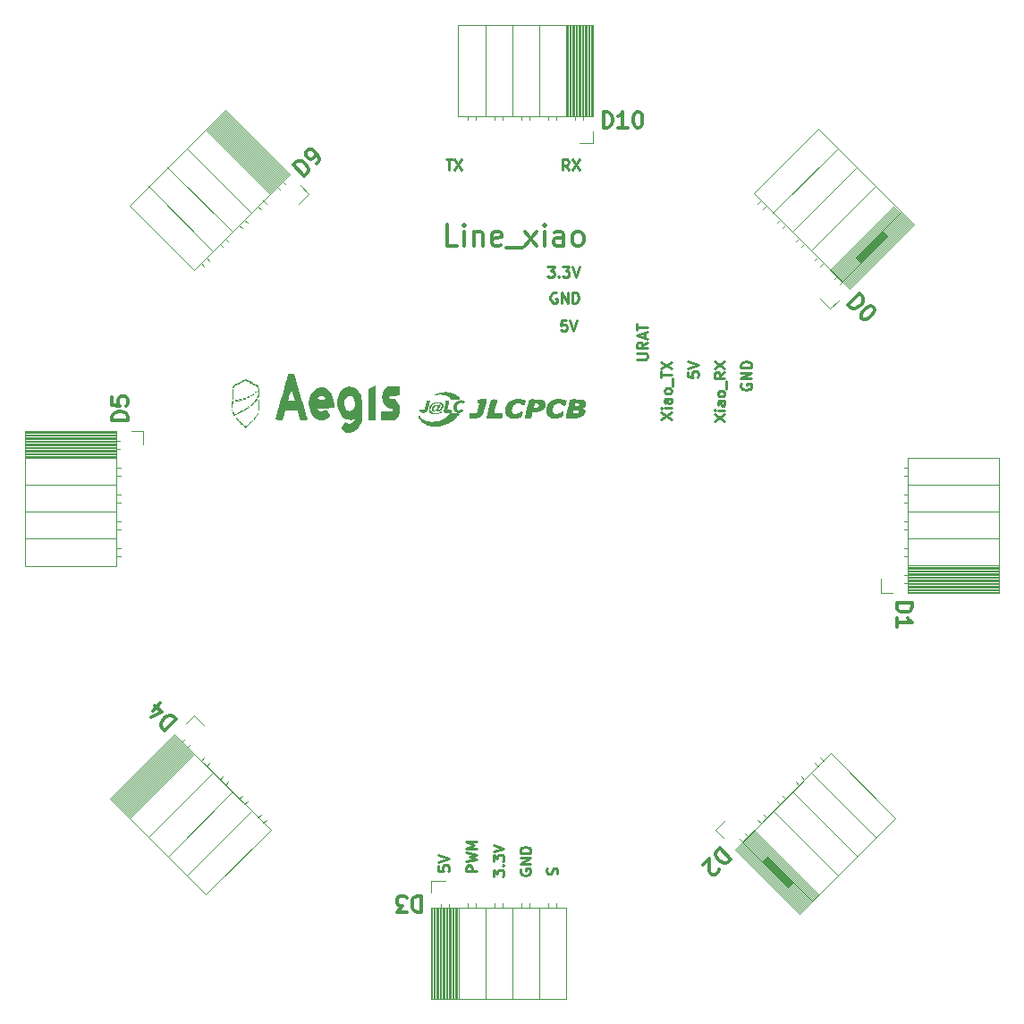
<source format=gbr>
%TF.GenerationSoftware,KiCad,Pcbnew,7.0.9*%
%TF.CreationDate,2024-12-17T14:24:58+09:00*%
%TF.ProjectId,line_main_robot2,6c696e65-5f6d-4616-996e-5f726f626f74,rev?*%
%TF.SameCoordinates,Original*%
%TF.FileFunction,Legend,Top*%
%TF.FilePolarity,Positive*%
%FSLAX46Y46*%
G04 Gerber Fmt 4.6, Leading zero omitted, Abs format (unit mm)*
G04 Created by KiCad (PCBNEW 7.0.9) date 2024-12-17 14:24:58*
%MOMM*%
%LPD*%
G01*
G04 APERTURE LIST*
%ADD10C,0.300000*%
%ADD11C,0.250000*%
%ADD12C,0.120000*%
%ADD13C,0.010000*%
G04 APERTURE END LIST*
D10*
X205992738Y-153512625D02*
X207053398Y-154573286D01*
X207053398Y-154573286D02*
X206800860Y-154825824D01*
X206800860Y-154825824D02*
X206598829Y-154926839D01*
X206598829Y-154926839D02*
X206396799Y-154926839D01*
X206396799Y-154926839D02*
X206245276Y-154876331D01*
X206245276Y-154876331D02*
X205992738Y-154724808D01*
X205992738Y-154724808D02*
X205841215Y-154573286D01*
X205841215Y-154573286D02*
X205689692Y-154320747D01*
X205689692Y-154320747D02*
X205639184Y-154169225D01*
X205639184Y-154169225D02*
X205639184Y-153967194D01*
X205639184Y-153967194D02*
X205740199Y-153765163D01*
X205740199Y-153765163D02*
X205992738Y-153512625D01*
X205942230Y-155482423D02*
X205942230Y-155583438D01*
X205942230Y-155583438D02*
X205891722Y-155734961D01*
X205891722Y-155734961D02*
X205639184Y-155987499D01*
X205639184Y-155987499D02*
X205487661Y-156038007D01*
X205487661Y-156038007D02*
X205386646Y-156038007D01*
X205386646Y-156038007D02*
X205235123Y-155987499D01*
X205235123Y-155987499D02*
X205134108Y-155886484D01*
X205134108Y-155886484D02*
X205033093Y-155684453D01*
X205033093Y-155684453D02*
X205033093Y-154472270D01*
X205033093Y-154472270D02*
X204376494Y-155128869D01*
D11*
X208062238Y-109548622D02*
X208014619Y-109643860D01*
X208014619Y-109643860D02*
X208014619Y-109786717D01*
X208014619Y-109786717D02*
X208062238Y-109929574D01*
X208062238Y-109929574D02*
X208157476Y-110024812D01*
X208157476Y-110024812D02*
X208252714Y-110072431D01*
X208252714Y-110072431D02*
X208443190Y-110120050D01*
X208443190Y-110120050D02*
X208586047Y-110120050D01*
X208586047Y-110120050D02*
X208776523Y-110072431D01*
X208776523Y-110072431D02*
X208871761Y-110024812D01*
X208871761Y-110024812D02*
X208967000Y-109929574D01*
X208967000Y-109929574D02*
X209014619Y-109786717D01*
X209014619Y-109786717D02*
X209014619Y-109691479D01*
X209014619Y-109691479D02*
X208967000Y-109548622D01*
X208967000Y-109548622D02*
X208919380Y-109501003D01*
X208919380Y-109501003D02*
X208586047Y-109501003D01*
X208586047Y-109501003D02*
X208586047Y-109691479D01*
X209014619Y-109072431D02*
X208014619Y-109072431D01*
X208014619Y-109072431D02*
X209014619Y-108501003D01*
X209014619Y-108501003D02*
X208014619Y-108501003D01*
X209014619Y-108024812D02*
X208014619Y-108024812D01*
X208014619Y-108024812D02*
X208014619Y-107786717D01*
X208014619Y-107786717D02*
X208062238Y-107643860D01*
X208062238Y-107643860D02*
X208157476Y-107548622D01*
X208157476Y-107548622D02*
X208252714Y-107501003D01*
X208252714Y-107501003D02*
X208443190Y-107453384D01*
X208443190Y-107453384D02*
X208586047Y-107453384D01*
X208586047Y-107453384D02*
X208776523Y-107501003D01*
X208776523Y-107501003D02*
X208871761Y-107548622D01*
X208871761Y-107548622D02*
X208967000Y-107643860D01*
X208967000Y-107643860D02*
X209014619Y-107786717D01*
X209014619Y-107786717D02*
X209014619Y-108024812D01*
D10*
X194979510Y-85300828D02*
X194979510Y-83800828D01*
X194979510Y-83800828D02*
X195336653Y-83800828D01*
X195336653Y-83800828D02*
X195550939Y-83872257D01*
X195550939Y-83872257D02*
X195693796Y-84015114D01*
X195693796Y-84015114D02*
X195765225Y-84157971D01*
X195765225Y-84157971D02*
X195836653Y-84443685D01*
X195836653Y-84443685D02*
X195836653Y-84657971D01*
X195836653Y-84657971D02*
X195765225Y-84943685D01*
X195765225Y-84943685D02*
X195693796Y-85086542D01*
X195693796Y-85086542D02*
X195550939Y-85229400D01*
X195550939Y-85229400D02*
X195336653Y-85300828D01*
X195336653Y-85300828D02*
X194979510Y-85300828D01*
X197265225Y-85300828D02*
X196408082Y-85300828D01*
X196836653Y-85300828D02*
X196836653Y-83800828D01*
X196836653Y-83800828D02*
X196693796Y-84015114D01*
X196693796Y-84015114D02*
X196550939Y-84157971D01*
X196550939Y-84157971D02*
X196408082Y-84229400D01*
X198193796Y-83800828D02*
X198336653Y-83800828D01*
X198336653Y-83800828D02*
X198479510Y-83872257D01*
X198479510Y-83872257D02*
X198550939Y-83943685D01*
X198550939Y-83943685D02*
X198622367Y-84086542D01*
X198622367Y-84086542D02*
X198693796Y-84372257D01*
X198693796Y-84372257D02*
X198693796Y-84729400D01*
X198693796Y-84729400D02*
X198622367Y-85015114D01*
X198622367Y-85015114D02*
X198550939Y-85157971D01*
X198550939Y-85157971D02*
X198479510Y-85229400D01*
X198479510Y-85229400D02*
X198336653Y-85300828D01*
X198336653Y-85300828D02*
X198193796Y-85300828D01*
X198193796Y-85300828D02*
X198050939Y-85229400D01*
X198050939Y-85229400D02*
X197979510Y-85157971D01*
X197979510Y-85157971D02*
X197908081Y-85015114D01*
X197908081Y-85015114D02*
X197836653Y-84729400D01*
X197836653Y-84729400D02*
X197836653Y-84372257D01*
X197836653Y-84372257D02*
X197908081Y-84086542D01*
X197908081Y-84086542D02*
X197979510Y-83943685D01*
X197979510Y-83943685D02*
X198050939Y-83872257D01*
X198050939Y-83872257D02*
X198193796Y-83800828D01*
X149979508Y-113049451D02*
X148479508Y-113049451D01*
X148479508Y-113049451D02*
X148479508Y-112692308D01*
X148479508Y-112692308D02*
X148550937Y-112478022D01*
X148550937Y-112478022D02*
X148693794Y-112335165D01*
X148693794Y-112335165D02*
X148836651Y-112263736D01*
X148836651Y-112263736D02*
X149122365Y-112192308D01*
X149122365Y-112192308D02*
X149336651Y-112192308D01*
X149336651Y-112192308D02*
X149622365Y-112263736D01*
X149622365Y-112263736D02*
X149765222Y-112335165D01*
X149765222Y-112335165D02*
X149908080Y-112478022D01*
X149908080Y-112478022D02*
X149979508Y-112692308D01*
X149979508Y-112692308D02*
X149979508Y-113049451D01*
X148479508Y-110835165D02*
X148479508Y-111549451D01*
X148479508Y-111549451D02*
X149193794Y-111620879D01*
X149193794Y-111620879D02*
X149122365Y-111549451D01*
X149122365Y-111549451D02*
X149050937Y-111406594D01*
X149050937Y-111406594D02*
X149050937Y-111049451D01*
X149050937Y-111049451D02*
X149122365Y-110906594D01*
X149122365Y-110906594D02*
X149193794Y-110835165D01*
X149193794Y-110835165D02*
X149336651Y-110763736D01*
X149336651Y-110763736D02*
X149693794Y-110763736D01*
X149693794Y-110763736D02*
X149836651Y-110835165D01*
X149836651Y-110835165D02*
X149908080Y-110906594D01*
X149908080Y-110906594D02*
X149979508Y-111049451D01*
X149979508Y-111049451D02*
X149979508Y-111406594D01*
X149979508Y-111406594D02*
X149908080Y-111549451D01*
X149908080Y-111549451D02*
X149836651Y-111620879D01*
X166697226Y-89855334D02*
X165636566Y-88794673D01*
X165636566Y-88794673D02*
X165889104Y-88542135D01*
X165889104Y-88542135D02*
X166091135Y-88441120D01*
X166091135Y-88441120D02*
X166293165Y-88441120D01*
X166293165Y-88441120D02*
X166444688Y-88491628D01*
X166444688Y-88491628D02*
X166697226Y-88643151D01*
X166697226Y-88643151D02*
X166848749Y-88794673D01*
X166848749Y-88794673D02*
X167000272Y-89047212D01*
X167000272Y-89047212D02*
X167050780Y-89198734D01*
X167050780Y-89198734D02*
X167050780Y-89400765D01*
X167050780Y-89400765D02*
X166949765Y-89602796D01*
X166949765Y-89602796D02*
X166697226Y-89855334D01*
X167808394Y-88744166D02*
X168010425Y-88542135D01*
X168010425Y-88542135D02*
X168060932Y-88390612D01*
X168060932Y-88390612D02*
X168060932Y-88289597D01*
X168060932Y-88289597D02*
X168010425Y-88037059D01*
X168010425Y-88037059D02*
X167858902Y-87784521D01*
X167858902Y-87784521D02*
X167454841Y-87380460D01*
X167454841Y-87380460D02*
X167303318Y-87329952D01*
X167303318Y-87329952D02*
X167202303Y-87329952D01*
X167202303Y-87329952D02*
X167050780Y-87380460D01*
X167050780Y-87380460D02*
X166848749Y-87582490D01*
X166848749Y-87582490D02*
X166798242Y-87734013D01*
X166798242Y-87734013D02*
X166798242Y-87835029D01*
X166798242Y-87835029D02*
X166848749Y-87986551D01*
X166848749Y-87986551D02*
X167101287Y-88239090D01*
X167101287Y-88239090D02*
X167252810Y-88289597D01*
X167252810Y-88289597D02*
X167353826Y-88289597D01*
X167353826Y-88289597D02*
X167505348Y-88239090D01*
X167505348Y-88239090D02*
X167707379Y-88037059D01*
X167707379Y-88037059D02*
X167757887Y-87885536D01*
X167757887Y-87885536D02*
X167757887Y-87784521D01*
X167757887Y-87784521D02*
X167707379Y-87632998D01*
D11*
X189707330Y-98464619D02*
X190326377Y-98464619D01*
X190326377Y-98464619D02*
X189993044Y-98845571D01*
X189993044Y-98845571D02*
X190135901Y-98845571D01*
X190135901Y-98845571D02*
X190231139Y-98893190D01*
X190231139Y-98893190D02*
X190278758Y-98940809D01*
X190278758Y-98940809D02*
X190326377Y-99036047D01*
X190326377Y-99036047D02*
X190326377Y-99274142D01*
X190326377Y-99274142D02*
X190278758Y-99369380D01*
X190278758Y-99369380D02*
X190231139Y-99417000D01*
X190231139Y-99417000D02*
X190135901Y-99464619D01*
X190135901Y-99464619D02*
X189850187Y-99464619D01*
X189850187Y-99464619D02*
X189754949Y-99417000D01*
X189754949Y-99417000D02*
X189707330Y-99369380D01*
X190754949Y-99369380D02*
X190802568Y-99417000D01*
X190802568Y-99417000D02*
X190754949Y-99464619D01*
X190754949Y-99464619D02*
X190707330Y-99417000D01*
X190707330Y-99417000D02*
X190754949Y-99369380D01*
X190754949Y-99369380D02*
X190754949Y-99464619D01*
X191135901Y-98464619D02*
X191754948Y-98464619D01*
X191754948Y-98464619D02*
X191421615Y-98845571D01*
X191421615Y-98845571D02*
X191564472Y-98845571D01*
X191564472Y-98845571D02*
X191659710Y-98893190D01*
X191659710Y-98893190D02*
X191707329Y-98940809D01*
X191707329Y-98940809D02*
X191754948Y-99036047D01*
X191754948Y-99036047D02*
X191754948Y-99274142D01*
X191754948Y-99274142D02*
X191707329Y-99369380D01*
X191707329Y-99369380D02*
X191659710Y-99417000D01*
X191659710Y-99417000D02*
X191564472Y-99464619D01*
X191564472Y-99464619D02*
X191278758Y-99464619D01*
X191278758Y-99464619D02*
X191183520Y-99417000D01*
X191183520Y-99417000D02*
X191135901Y-99369380D01*
X192040663Y-98464619D02*
X192373996Y-99464619D01*
X192373996Y-99464619D02*
X192707329Y-98464619D01*
X179389619Y-155171241D02*
X179389619Y-155647431D01*
X179389619Y-155647431D02*
X179865809Y-155695050D01*
X179865809Y-155695050D02*
X179818190Y-155647431D01*
X179818190Y-155647431D02*
X179770571Y-155552193D01*
X179770571Y-155552193D02*
X179770571Y-155314098D01*
X179770571Y-155314098D02*
X179818190Y-155218860D01*
X179818190Y-155218860D02*
X179865809Y-155171241D01*
X179865809Y-155171241D02*
X179961047Y-155123622D01*
X179961047Y-155123622D02*
X180199142Y-155123622D01*
X180199142Y-155123622D02*
X180294380Y-155171241D01*
X180294380Y-155171241D02*
X180342000Y-155218860D01*
X180342000Y-155218860D02*
X180389619Y-155314098D01*
X180389619Y-155314098D02*
X180389619Y-155552193D01*
X180389619Y-155552193D02*
X180342000Y-155647431D01*
X180342000Y-155647431D02*
X180294380Y-155695050D01*
X179389619Y-154837907D02*
X180389619Y-154504574D01*
X180389619Y-154504574D02*
X179389619Y-154171241D01*
X200439619Y-112892669D02*
X201439619Y-112226003D01*
X200439619Y-112226003D02*
X201439619Y-112892669D01*
X201439619Y-111845050D02*
X200772952Y-111845050D01*
X200439619Y-111845050D02*
X200487238Y-111892669D01*
X200487238Y-111892669D02*
X200534857Y-111845050D01*
X200534857Y-111845050D02*
X200487238Y-111797431D01*
X200487238Y-111797431D02*
X200439619Y-111845050D01*
X200439619Y-111845050D02*
X200534857Y-111845050D01*
X201439619Y-110940289D02*
X200915809Y-110940289D01*
X200915809Y-110940289D02*
X200820571Y-110987908D01*
X200820571Y-110987908D02*
X200772952Y-111083146D01*
X200772952Y-111083146D02*
X200772952Y-111273622D01*
X200772952Y-111273622D02*
X200820571Y-111368860D01*
X201392000Y-110940289D02*
X201439619Y-111035527D01*
X201439619Y-111035527D02*
X201439619Y-111273622D01*
X201439619Y-111273622D02*
X201392000Y-111368860D01*
X201392000Y-111368860D02*
X201296761Y-111416479D01*
X201296761Y-111416479D02*
X201201523Y-111416479D01*
X201201523Y-111416479D02*
X201106285Y-111368860D01*
X201106285Y-111368860D02*
X201058666Y-111273622D01*
X201058666Y-111273622D02*
X201058666Y-111035527D01*
X201058666Y-111035527D02*
X201011047Y-110940289D01*
X201439619Y-110321241D02*
X201392000Y-110416479D01*
X201392000Y-110416479D02*
X201344380Y-110464098D01*
X201344380Y-110464098D02*
X201249142Y-110511717D01*
X201249142Y-110511717D02*
X200963428Y-110511717D01*
X200963428Y-110511717D02*
X200868190Y-110464098D01*
X200868190Y-110464098D02*
X200820571Y-110416479D01*
X200820571Y-110416479D02*
X200772952Y-110321241D01*
X200772952Y-110321241D02*
X200772952Y-110178384D01*
X200772952Y-110178384D02*
X200820571Y-110083146D01*
X200820571Y-110083146D02*
X200868190Y-110035527D01*
X200868190Y-110035527D02*
X200963428Y-109987908D01*
X200963428Y-109987908D02*
X201249142Y-109987908D01*
X201249142Y-109987908D02*
X201344380Y-110035527D01*
X201344380Y-110035527D02*
X201392000Y-110083146D01*
X201392000Y-110083146D02*
X201439619Y-110178384D01*
X201439619Y-110178384D02*
X201439619Y-110321241D01*
X201534857Y-109797432D02*
X201534857Y-109035527D01*
X200439619Y-108940288D02*
X200439619Y-108368860D01*
X201439619Y-108654574D02*
X200439619Y-108654574D01*
X200439619Y-108130764D02*
X201439619Y-107464098D01*
X200439619Y-107464098D02*
X201439619Y-108130764D01*
D10*
X218173627Y-102053901D02*
X219234288Y-100993241D01*
X219234288Y-100993241D02*
X219486826Y-101245779D01*
X219486826Y-101245779D02*
X219587841Y-101447810D01*
X219587841Y-101447810D02*
X219587841Y-101649840D01*
X219587841Y-101649840D02*
X219537333Y-101801363D01*
X219537333Y-101801363D02*
X219385810Y-102053901D01*
X219385810Y-102053901D02*
X219234288Y-102205424D01*
X219234288Y-102205424D02*
X218981749Y-102356947D01*
X218981749Y-102356947D02*
X218830227Y-102407455D01*
X218830227Y-102407455D02*
X218628196Y-102407455D01*
X218628196Y-102407455D02*
X218426165Y-102306440D01*
X218426165Y-102306440D02*
X218173627Y-102053901D01*
X220496978Y-102255932D02*
X220597993Y-102356947D01*
X220597993Y-102356947D02*
X220648501Y-102508470D01*
X220648501Y-102508470D02*
X220648501Y-102609485D01*
X220648501Y-102609485D02*
X220597993Y-102761008D01*
X220597993Y-102761008D02*
X220446471Y-103013546D01*
X220446471Y-103013546D02*
X220193932Y-103266084D01*
X220193932Y-103266084D02*
X219941394Y-103417607D01*
X219941394Y-103417607D02*
X219789871Y-103468115D01*
X219789871Y-103468115D02*
X219688856Y-103468115D01*
X219688856Y-103468115D02*
X219537333Y-103417607D01*
X219537333Y-103417607D02*
X219436318Y-103316592D01*
X219436318Y-103316592D02*
X219385810Y-103165069D01*
X219385810Y-103165069D02*
X219385810Y-103064054D01*
X219385810Y-103064054D02*
X219436318Y-102912531D01*
X219436318Y-102912531D02*
X219587841Y-102659993D01*
X219587841Y-102659993D02*
X219840379Y-102407455D01*
X219840379Y-102407455D02*
X220092917Y-102255932D01*
X220092917Y-102255932D02*
X220244440Y-102205424D01*
X220244440Y-102205424D02*
X220345455Y-102205424D01*
X220345455Y-102205424D02*
X220496978Y-102255932D01*
D11*
X202989619Y-108421241D02*
X202989619Y-108897431D01*
X202989619Y-108897431D02*
X203465809Y-108945050D01*
X203465809Y-108945050D02*
X203418190Y-108897431D01*
X203418190Y-108897431D02*
X203370571Y-108802193D01*
X203370571Y-108802193D02*
X203370571Y-108564098D01*
X203370571Y-108564098D02*
X203418190Y-108468860D01*
X203418190Y-108468860D02*
X203465809Y-108421241D01*
X203465809Y-108421241D02*
X203561047Y-108373622D01*
X203561047Y-108373622D02*
X203799142Y-108373622D01*
X203799142Y-108373622D02*
X203894380Y-108421241D01*
X203894380Y-108421241D02*
X203942000Y-108468860D01*
X203942000Y-108468860D02*
X203989619Y-108564098D01*
X203989619Y-108564098D02*
X203989619Y-108802193D01*
X203989619Y-108802193D02*
X203942000Y-108897431D01*
X203942000Y-108897431D02*
X203894380Y-108945050D01*
X202989619Y-108087907D02*
X203989619Y-107754574D01*
X203989619Y-107754574D02*
X202989619Y-107421241D01*
X190551377Y-100937238D02*
X190456139Y-100889619D01*
X190456139Y-100889619D02*
X190313282Y-100889619D01*
X190313282Y-100889619D02*
X190170425Y-100937238D01*
X190170425Y-100937238D02*
X190075187Y-101032476D01*
X190075187Y-101032476D02*
X190027568Y-101127714D01*
X190027568Y-101127714D02*
X189979949Y-101318190D01*
X189979949Y-101318190D02*
X189979949Y-101461047D01*
X189979949Y-101461047D02*
X190027568Y-101651523D01*
X190027568Y-101651523D02*
X190075187Y-101746761D01*
X190075187Y-101746761D02*
X190170425Y-101842000D01*
X190170425Y-101842000D02*
X190313282Y-101889619D01*
X190313282Y-101889619D02*
X190408520Y-101889619D01*
X190408520Y-101889619D02*
X190551377Y-101842000D01*
X190551377Y-101842000D02*
X190598996Y-101794380D01*
X190598996Y-101794380D02*
X190598996Y-101461047D01*
X190598996Y-101461047D02*
X190408520Y-101461047D01*
X191027568Y-101889619D02*
X191027568Y-100889619D01*
X191027568Y-100889619D02*
X191598996Y-101889619D01*
X191598996Y-101889619D02*
X191598996Y-100889619D01*
X192075187Y-101889619D02*
X192075187Y-100889619D01*
X192075187Y-100889619D02*
X192313282Y-100889619D01*
X192313282Y-100889619D02*
X192456139Y-100937238D01*
X192456139Y-100937238D02*
X192551377Y-101032476D01*
X192551377Y-101032476D02*
X192598996Y-101127714D01*
X192598996Y-101127714D02*
X192646615Y-101318190D01*
X192646615Y-101318190D02*
X192646615Y-101461047D01*
X192646615Y-101461047D02*
X192598996Y-101651523D01*
X192598996Y-101651523D02*
X192551377Y-101746761D01*
X192551377Y-101746761D02*
X192456139Y-101842000D01*
X192456139Y-101842000D02*
X192313282Y-101889619D01*
X192313282Y-101889619D02*
X192075187Y-101889619D01*
D10*
X222753133Y-130300830D02*
X224253133Y-130300830D01*
X224253133Y-130300830D02*
X224253133Y-130657973D01*
X224253133Y-130657973D02*
X224181704Y-130872259D01*
X224181704Y-130872259D02*
X224038847Y-131015116D01*
X224038847Y-131015116D02*
X223895990Y-131086545D01*
X223895990Y-131086545D02*
X223610276Y-131157973D01*
X223610276Y-131157973D02*
X223395990Y-131157973D01*
X223395990Y-131157973D02*
X223110276Y-131086545D01*
X223110276Y-131086545D02*
X222967419Y-131015116D01*
X222967419Y-131015116D02*
X222824562Y-130872259D01*
X222824562Y-130872259D02*
X222753133Y-130657973D01*
X222753133Y-130657973D02*
X222753133Y-130300830D01*
X222753133Y-132586545D02*
X222753133Y-131729402D01*
X222753133Y-132157973D02*
X224253133Y-132157973D01*
X224253133Y-132157973D02*
X224038847Y-132015116D01*
X224038847Y-132015116D02*
X223895990Y-131872259D01*
X223895990Y-131872259D02*
X223824562Y-131729402D01*
D11*
X191698996Y-89314619D02*
X191365663Y-88838428D01*
X191127568Y-89314619D02*
X191127568Y-88314619D01*
X191127568Y-88314619D02*
X191508520Y-88314619D01*
X191508520Y-88314619D02*
X191603758Y-88362238D01*
X191603758Y-88362238D02*
X191651377Y-88409857D01*
X191651377Y-88409857D02*
X191698996Y-88505095D01*
X191698996Y-88505095D02*
X191698996Y-88647952D01*
X191698996Y-88647952D02*
X191651377Y-88743190D01*
X191651377Y-88743190D02*
X191603758Y-88790809D01*
X191603758Y-88790809D02*
X191508520Y-88838428D01*
X191508520Y-88838428D02*
X191127568Y-88838428D01*
X192032330Y-88314619D02*
X192698996Y-89314619D01*
X192698996Y-88314619D02*
X192032330Y-89314619D01*
D10*
X177728131Y-158049453D02*
X177728131Y-159549453D01*
X177728131Y-159549453D02*
X177370988Y-159549453D01*
X177370988Y-159549453D02*
X177156702Y-159478024D01*
X177156702Y-159478024D02*
X177013845Y-159335167D01*
X177013845Y-159335167D02*
X176942416Y-159192310D01*
X176942416Y-159192310D02*
X176870988Y-158906596D01*
X176870988Y-158906596D02*
X176870988Y-158692310D01*
X176870988Y-158692310D02*
X176942416Y-158406596D01*
X176942416Y-158406596D02*
X177013845Y-158263739D01*
X177013845Y-158263739D02*
X177156702Y-158120882D01*
X177156702Y-158120882D02*
X177370988Y-158049453D01*
X177370988Y-158049453D02*
X177728131Y-158049453D01*
X176370988Y-159549453D02*
X175442416Y-159549453D01*
X175442416Y-159549453D02*
X175942416Y-158978024D01*
X175942416Y-158978024D02*
X175728131Y-158978024D01*
X175728131Y-158978024D02*
X175585274Y-158906596D01*
X175585274Y-158906596D02*
X175513845Y-158835167D01*
X175513845Y-158835167D02*
X175442416Y-158692310D01*
X175442416Y-158692310D02*
X175442416Y-158335167D01*
X175442416Y-158335167D02*
X175513845Y-158192310D01*
X175513845Y-158192310D02*
X175585274Y-158120882D01*
X175585274Y-158120882D02*
X175728131Y-158049453D01*
X175728131Y-158049453D02*
X176156702Y-158049453D01*
X176156702Y-158049453D02*
X176299559Y-158120882D01*
X176299559Y-158120882D02*
X176370988Y-158192310D01*
D11*
X180109711Y-88314619D02*
X180681139Y-88314619D01*
X180395425Y-89314619D02*
X180395425Y-88314619D01*
X180919235Y-88314619D02*
X181585901Y-89314619D01*
X181585901Y-88314619D02*
X180919235Y-89314619D01*
X205489619Y-113117669D02*
X206489619Y-112451003D01*
X205489619Y-112451003D02*
X206489619Y-113117669D01*
X206489619Y-112070050D02*
X205822952Y-112070050D01*
X205489619Y-112070050D02*
X205537238Y-112117669D01*
X205537238Y-112117669D02*
X205584857Y-112070050D01*
X205584857Y-112070050D02*
X205537238Y-112022431D01*
X205537238Y-112022431D02*
X205489619Y-112070050D01*
X205489619Y-112070050D02*
X205584857Y-112070050D01*
X206489619Y-111165289D02*
X205965809Y-111165289D01*
X205965809Y-111165289D02*
X205870571Y-111212908D01*
X205870571Y-111212908D02*
X205822952Y-111308146D01*
X205822952Y-111308146D02*
X205822952Y-111498622D01*
X205822952Y-111498622D02*
X205870571Y-111593860D01*
X206442000Y-111165289D02*
X206489619Y-111260527D01*
X206489619Y-111260527D02*
X206489619Y-111498622D01*
X206489619Y-111498622D02*
X206442000Y-111593860D01*
X206442000Y-111593860D02*
X206346761Y-111641479D01*
X206346761Y-111641479D02*
X206251523Y-111641479D01*
X206251523Y-111641479D02*
X206156285Y-111593860D01*
X206156285Y-111593860D02*
X206108666Y-111498622D01*
X206108666Y-111498622D02*
X206108666Y-111260527D01*
X206108666Y-111260527D02*
X206061047Y-111165289D01*
X206489619Y-110546241D02*
X206442000Y-110641479D01*
X206442000Y-110641479D02*
X206394380Y-110689098D01*
X206394380Y-110689098D02*
X206299142Y-110736717D01*
X206299142Y-110736717D02*
X206013428Y-110736717D01*
X206013428Y-110736717D02*
X205918190Y-110689098D01*
X205918190Y-110689098D02*
X205870571Y-110641479D01*
X205870571Y-110641479D02*
X205822952Y-110546241D01*
X205822952Y-110546241D02*
X205822952Y-110403384D01*
X205822952Y-110403384D02*
X205870571Y-110308146D01*
X205870571Y-110308146D02*
X205918190Y-110260527D01*
X205918190Y-110260527D02*
X206013428Y-110212908D01*
X206013428Y-110212908D02*
X206299142Y-110212908D01*
X206299142Y-110212908D02*
X206394380Y-110260527D01*
X206394380Y-110260527D02*
X206442000Y-110308146D01*
X206442000Y-110308146D02*
X206489619Y-110403384D01*
X206489619Y-110403384D02*
X206489619Y-110546241D01*
X206584857Y-110022432D02*
X206584857Y-109260527D01*
X206489619Y-108451003D02*
X206013428Y-108784336D01*
X206489619Y-109022431D02*
X205489619Y-109022431D01*
X205489619Y-109022431D02*
X205489619Y-108641479D01*
X205489619Y-108641479D02*
X205537238Y-108546241D01*
X205537238Y-108546241D02*
X205584857Y-108498622D01*
X205584857Y-108498622D02*
X205680095Y-108451003D01*
X205680095Y-108451003D02*
X205822952Y-108451003D01*
X205822952Y-108451003D02*
X205918190Y-108498622D01*
X205918190Y-108498622D02*
X205965809Y-108546241D01*
X205965809Y-108546241D02*
X206013428Y-108641479D01*
X206013428Y-108641479D02*
X206013428Y-109022431D01*
X205489619Y-108117669D02*
X206489619Y-107451003D01*
X205489619Y-107451003D02*
X206489619Y-108117669D01*
X191503758Y-103539619D02*
X191027568Y-103539619D01*
X191027568Y-103539619D02*
X190979949Y-104015809D01*
X190979949Y-104015809D02*
X191027568Y-103968190D01*
X191027568Y-103968190D02*
X191122806Y-103920571D01*
X191122806Y-103920571D02*
X191360901Y-103920571D01*
X191360901Y-103920571D02*
X191456139Y-103968190D01*
X191456139Y-103968190D02*
X191503758Y-104015809D01*
X191503758Y-104015809D02*
X191551377Y-104111047D01*
X191551377Y-104111047D02*
X191551377Y-104349142D01*
X191551377Y-104349142D02*
X191503758Y-104444380D01*
X191503758Y-104444380D02*
X191456139Y-104492000D01*
X191456139Y-104492000D02*
X191360901Y-104539619D01*
X191360901Y-104539619D02*
X191122806Y-104539619D01*
X191122806Y-104539619D02*
X191027568Y-104492000D01*
X191027568Y-104492000D02*
X190979949Y-104444380D01*
X191837092Y-103539619D02*
X192170425Y-104539619D01*
X192170425Y-104539619D02*
X192503758Y-103539619D01*
X184564619Y-156192669D02*
X184564619Y-155573622D01*
X184564619Y-155573622D02*
X184945571Y-155906955D01*
X184945571Y-155906955D02*
X184945571Y-155764098D01*
X184945571Y-155764098D02*
X184993190Y-155668860D01*
X184993190Y-155668860D02*
X185040809Y-155621241D01*
X185040809Y-155621241D02*
X185136047Y-155573622D01*
X185136047Y-155573622D02*
X185374142Y-155573622D01*
X185374142Y-155573622D02*
X185469380Y-155621241D01*
X185469380Y-155621241D02*
X185517000Y-155668860D01*
X185517000Y-155668860D02*
X185564619Y-155764098D01*
X185564619Y-155764098D02*
X185564619Y-156049812D01*
X185564619Y-156049812D02*
X185517000Y-156145050D01*
X185517000Y-156145050D02*
X185469380Y-156192669D01*
X185469380Y-155145050D02*
X185517000Y-155097431D01*
X185517000Y-155097431D02*
X185564619Y-155145050D01*
X185564619Y-155145050D02*
X185517000Y-155192669D01*
X185517000Y-155192669D02*
X185469380Y-155145050D01*
X185469380Y-155145050D02*
X185564619Y-155145050D01*
X184564619Y-154764098D02*
X184564619Y-154145051D01*
X184564619Y-154145051D02*
X184945571Y-154478384D01*
X184945571Y-154478384D02*
X184945571Y-154335527D01*
X184945571Y-154335527D02*
X184993190Y-154240289D01*
X184993190Y-154240289D02*
X185040809Y-154192670D01*
X185040809Y-154192670D02*
X185136047Y-154145051D01*
X185136047Y-154145051D02*
X185374142Y-154145051D01*
X185374142Y-154145051D02*
X185469380Y-154192670D01*
X185469380Y-154192670D02*
X185517000Y-154240289D01*
X185517000Y-154240289D02*
X185564619Y-154335527D01*
X185564619Y-154335527D02*
X185564619Y-154621241D01*
X185564619Y-154621241D02*
X185517000Y-154716479D01*
X185517000Y-154716479D02*
X185469380Y-154764098D01*
X184564619Y-153859336D02*
X185564619Y-153526003D01*
X185564619Y-153526003D02*
X184564619Y-153192670D01*
X183014619Y-155697431D02*
X182014619Y-155697431D01*
X182014619Y-155697431D02*
X182014619Y-155316479D01*
X182014619Y-155316479D02*
X182062238Y-155221241D01*
X182062238Y-155221241D02*
X182109857Y-155173622D01*
X182109857Y-155173622D02*
X182205095Y-155126003D01*
X182205095Y-155126003D02*
X182347952Y-155126003D01*
X182347952Y-155126003D02*
X182443190Y-155173622D01*
X182443190Y-155173622D02*
X182490809Y-155221241D01*
X182490809Y-155221241D02*
X182538428Y-155316479D01*
X182538428Y-155316479D02*
X182538428Y-155697431D01*
X182014619Y-154792669D02*
X183014619Y-154554574D01*
X183014619Y-154554574D02*
X182300333Y-154364098D01*
X182300333Y-154364098D02*
X183014619Y-154173622D01*
X183014619Y-154173622D02*
X182014619Y-153935527D01*
X183014619Y-153554574D02*
X182014619Y-153554574D01*
X182014619Y-153554574D02*
X182728904Y-153221241D01*
X182728904Y-153221241D02*
X182014619Y-152887908D01*
X182014619Y-152887908D02*
X183014619Y-152887908D01*
X190592000Y-155970050D02*
X190639619Y-155827193D01*
X190639619Y-155827193D02*
X190639619Y-155589098D01*
X190639619Y-155589098D02*
X190592000Y-155493860D01*
X190592000Y-155493860D02*
X190544380Y-155446241D01*
X190544380Y-155446241D02*
X190449142Y-155398622D01*
X190449142Y-155398622D02*
X190353904Y-155398622D01*
X190353904Y-155398622D02*
X190258666Y-155446241D01*
X190258666Y-155446241D02*
X190211047Y-155493860D01*
X190211047Y-155493860D02*
X190163428Y-155589098D01*
X190163428Y-155589098D02*
X190115809Y-155779574D01*
X190115809Y-155779574D02*
X190068190Y-155874812D01*
X190068190Y-155874812D02*
X190020571Y-155922431D01*
X190020571Y-155922431D02*
X189925333Y-155970050D01*
X189925333Y-155970050D02*
X189830095Y-155970050D01*
X189830095Y-155970050D02*
X189734857Y-155922431D01*
X189734857Y-155922431D02*
X189687238Y-155874812D01*
X189687238Y-155874812D02*
X189639619Y-155779574D01*
X189639619Y-155779574D02*
X189639619Y-155541479D01*
X189639619Y-155541479D02*
X189687238Y-155398622D01*
D10*
X154534014Y-141296380D02*
X153473353Y-142357040D01*
X153473353Y-142357040D02*
X153220815Y-142104502D01*
X153220815Y-142104502D02*
X153119800Y-141902471D01*
X153119800Y-141902471D02*
X153119800Y-141700441D01*
X153119800Y-141700441D02*
X153170308Y-141548918D01*
X153170308Y-141548918D02*
X153321831Y-141296380D01*
X153321831Y-141296380D02*
X153473353Y-141144857D01*
X153473353Y-141144857D02*
X153725892Y-140993334D01*
X153725892Y-140993334D02*
X153877414Y-140942826D01*
X153877414Y-140942826D02*
X154079445Y-140942826D01*
X154079445Y-140942826D02*
X154281476Y-141043841D01*
X154281476Y-141043841D02*
X154534014Y-141296380D01*
X152311678Y-140488258D02*
X153018785Y-139781151D01*
X152160155Y-141144857D02*
X153170308Y-140639780D01*
X153170308Y-140639780D02*
X152513709Y-139983181D01*
D11*
X187162238Y-155498622D02*
X187114619Y-155593860D01*
X187114619Y-155593860D02*
X187114619Y-155736717D01*
X187114619Y-155736717D02*
X187162238Y-155879574D01*
X187162238Y-155879574D02*
X187257476Y-155974812D01*
X187257476Y-155974812D02*
X187352714Y-156022431D01*
X187352714Y-156022431D02*
X187543190Y-156070050D01*
X187543190Y-156070050D02*
X187686047Y-156070050D01*
X187686047Y-156070050D02*
X187876523Y-156022431D01*
X187876523Y-156022431D02*
X187971761Y-155974812D01*
X187971761Y-155974812D02*
X188067000Y-155879574D01*
X188067000Y-155879574D02*
X188114619Y-155736717D01*
X188114619Y-155736717D02*
X188114619Y-155641479D01*
X188114619Y-155641479D02*
X188067000Y-155498622D01*
X188067000Y-155498622D02*
X188019380Y-155451003D01*
X188019380Y-155451003D02*
X187686047Y-155451003D01*
X187686047Y-155451003D02*
X187686047Y-155641479D01*
X188114619Y-155022431D02*
X187114619Y-155022431D01*
X187114619Y-155022431D02*
X188114619Y-154451003D01*
X188114619Y-154451003D02*
X187114619Y-154451003D01*
X188114619Y-153974812D02*
X187114619Y-153974812D01*
X187114619Y-153974812D02*
X187114619Y-153736717D01*
X187114619Y-153736717D02*
X187162238Y-153593860D01*
X187162238Y-153593860D02*
X187257476Y-153498622D01*
X187257476Y-153498622D02*
X187352714Y-153451003D01*
X187352714Y-153451003D02*
X187543190Y-153403384D01*
X187543190Y-153403384D02*
X187686047Y-153403384D01*
X187686047Y-153403384D02*
X187876523Y-153451003D01*
X187876523Y-153451003D02*
X187971761Y-153498622D01*
X187971761Y-153498622D02*
X188067000Y-153593860D01*
X188067000Y-153593860D02*
X188114619Y-153736717D01*
X188114619Y-153736717D02*
X188114619Y-153974812D01*
X198164619Y-107222431D02*
X198974142Y-107222431D01*
X198974142Y-107222431D02*
X199069380Y-107174812D01*
X199069380Y-107174812D02*
X199117000Y-107127193D01*
X199117000Y-107127193D02*
X199164619Y-107031955D01*
X199164619Y-107031955D02*
X199164619Y-106841479D01*
X199164619Y-106841479D02*
X199117000Y-106746241D01*
X199117000Y-106746241D02*
X199069380Y-106698622D01*
X199069380Y-106698622D02*
X198974142Y-106651003D01*
X198974142Y-106651003D02*
X198164619Y-106651003D01*
X199164619Y-105603384D02*
X198688428Y-105936717D01*
X199164619Y-106174812D02*
X198164619Y-106174812D01*
X198164619Y-106174812D02*
X198164619Y-105793860D01*
X198164619Y-105793860D02*
X198212238Y-105698622D01*
X198212238Y-105698622D02*
X198259857Y-105651003D01*
X198259857Y-105651003D02*
X198355095Y-105603384D01*
X198355095Y-105603384D02*
X198497952Y-105603384D01*
X198497952Y-105603384D02*
X198593190Y-105651003D01*
X198593190Y-105651003D02*
X198640809Y-105698622D01*
X198640809Y-105698622D02*
X198688428Y-105793860D01*
X198688428Y-105793860D02*
X198688428Y-106174812D01*
X198878904Y-105222431D02*
X198878904Y-104746241D01*
X199164619Y-105317669D02*
X198164619Y-104984336D01*
X198164619Y-104984336D02*
X199164619Y-104651003D01*
X198164619Y-104460526D02*
X198164619Y-103889098D01*
X199164619Y-104174812D02*
X198164619Y-104174812D01*
D10*
X181123808Y-96484638D02*
X180171427Y-96484638D01*
X180171427Y-96484638D02*
X180171427Y-94484638D01*
X181790475Y-96484638D02*
X181790475Y-95151304D01*
X181790475Y-94484638D02*
X181695237Y-94579876D01*
X181695237Y-94579876D02*
X181790475Y-94675114D01*
X181790475Y-94675114D02*
X181885713Y-94579876D01*
X181885713Y-94579876D02*
X181790475Y-94484638D01*
X181790475Y-94484638D02*
X181790475Y-94675114D01*
X182742856Y-95151304D02*
X182742856Y-96484638D01*
X182742856Y-95341780D02*
X182838094Y-95246542D01*
X182838094Y-95246542D02*
X183028570Y-95151304D01*
X183028570Y-95151304D02*
X183314285Y-95151304D01*
X183314285Y-95151304D02*
X183504761Y-95246542D01*
X183504761Y-95246542D02*
X183599999Y-95437019D01*
X183599999Y-95437019D02*
X183599999Y-96484638D01*
X185314285Y-96389400D02*
X185123809Y-96484638D01*
X185123809Y-96484638D02*
X184742856Y-96484638D01*
X184742856Y-96484638D02*
X184552380Y-96389400D01*
X184552380Y-96389400D02*
X184457142Y-96198923D01*
X184457142Y-96198923D02*
X184457142Y-95437019D01*
X184457142Y-95437019D02*
X184552380Y-95246542D01*
X184552380Y-95246542D02*
X184742856Y-95151304D01*
X184742856Y-95151304D02*
X185123809Y-95151304D01*
X185123809Y-95151304D02*
X185314285Y-95246542D01*
X185314285Y-95246542D02*
X185409523Y-95437019D01*
X185409523Y-95437019D02*
X185409523Y-95627495D01*
X185409523Y-95627495D02*
X184457142Y-95817971D01*
X185790476Y-96675114D02*
X187314285Y-96675114D01*
X187600000Y-96484638D02*
X188647619Y-95151304D01*
X187600000Y-95151304D02*
X188647619Y-96484638D01*
X189409524Y-96484638D02*
X189409524Y-95151304D01*
X189409524Y-94484638D02*
X189314286Y-94579876D01*
X189314286Y-94579876D02*
X189409524Y-94675114D01*
X189409524Y-94675114D02*
X189504762Y-94579876D01*
X189504762Y-94579876D02*
X189409524Y-94484638D01*
X189409524Y-94484638D02*
X189409524Y-94675114D01*
X191219048Y-96484638D02*
X191219048Y-95437019D01*
X191219048Y-95437019D02*
X191123810Y-95246542D01*
X191123810Y-95246542D02*
X190933334Y-95151304D01*
X190933334Y-95151304D02*
X190552381Y-95151304D01*
X190552381Y-95151304D02*
X190361905Y-95246542D01*
X191219048Y-96389400D02*
X191028572Y-96484638D01*
X191028572Y-96484638D02*
X190552381Y-96484638D01*
X190552381Y-96484638D02*
X190361905Y-96389400D01*
X190361905Y-96389400D02*
X190266667Y-96198923D01*
X190266667Y-96198923D02*
X190266667Y-96008447D01*
X190266667Y-96008447D02*
X190361905Y-95817971D01*
X190361905Y-95817971D02*
X190552381Y-95722733D01*
X190552381Y-95722733D02*
X191028572Y-95722733D01*
X191028572Y-95722733D02*
X191219048Y-95627495D01*
X192457143Y-96484638D02*
X192266667Y-96389400D01*
X192266667Y-96389400D02*
X192171429Y-96294161D01*
X192171429Y-96294161D02*
X192076191Y-96103685D01*
X192076191Y-96103685D02*
X192076191Y-95532257D01*
X192076191Y-95532257D02*
X192171429Y-95341780D01*
X192171429Y-95341780D02*
X192266667Y-95246542D01*
X192266667Y-95246542D02*
X192457143Y-95151304D01*
X192457143Y-95151304D02*
X192742858Y-95151304D01*
X192742858Y-95151304D02*
X192933334Y-95246542D01*
X192933334Y-95246542D02*
X193028572Y-95341780D01*
X193028572Y-95341780D02*
X193123810Y-95532257D01*
X193123810Y-95532257D02*
X193123810Y-96103685D01*
X193123810Y-96103685D02*
X193028572Y-96294161D01*
X193028572Y-96294161D02*
X192933334Y-96389400D01*
X192933334Y-96389400D02*
X192742858Y-96484638D01*
X192742858Y-96484638D02*
X192457143Y-96484638D01*
D12*
%TO.C,J5*%
X148317614Y-148855591D02*
X157382722Y-157920700D01*
X148317614Y-148855591D02*
X154419945Y-142753260D01*
X148402466Y-148940444D02*
X154504798Y-142838113D01*
X148485972Y-149023950D02*
X154588304Y-142921618D01*
X148569478Y-149107456D02*
X154671809Y-143005124D01*
X148652984Y-149190962D02*
X154755315Y-143088630D01*
X148736489Y-149274467D02*
X154838821Y-143172136D01*
X148819995Y-149357973D02*
X154922327Y-143255642D01*
X148903501Y-149441479D02*
X155005833Y-143339147D01*
X148987007Y-149524985D02*
X155089338Y-143422653D01*
X149070513Y-149608490D02*
X155172844Y-143506159D01*
X149154018Y-149691996D02*
X155256350Y-143589665D01*
X149237524Y-149775502D02*
X155339856Y-143673170D01*
X149321030Y-149859008D02*
X155423361Y-143756676D01*
X149404536Y-149942514D02*
X155506867Y-143840182D01*
X149488041Y-150026019D02*
X155590373Y-143923688D01*
X149571547Y-150109525D02*
X155673879Y-144007194D01*
X149655053Y-150193031D02*
X155757385Y-144090699D01*
X149738559Y-150276537D02*
X155840890Y-144174205D01*
X149822065Y-150360042D02*
X155924396Y-144257711D01*
X149905570Y-150443548D02*
X156007902Y-144341217D01*
X149989076Y-150527054D02*
X156091408Y-144424722D01*
X150072582Y-150610560D02*
X156174913Y-144508228D01*
X150156091Y-150694069D02*
X156258423Y-144591738D01*
X151952142Y-152490120D02*
X158054474Y-146387789D01*
X153748194Y-154286171D02*
X159850525Y-148183840D01*
X155544245Y-156082223D02*
X161646576Y-149979891D01*
X157382722Y-157920700D02*
X163485054Y-151818369D01*
X154419945Y-142753260D02*
X163485054Y-151818369D01*
X155105839Y-143439153D02*
X155353326Y-143191666D01*
X155614956Y-143948270D02*
X155862443Y-143700783D01*
X156901890Y-145235205D02*
X157191804Y-144945291D01*
X157411007Y-145744322D02*
X157700921Y-145454408D01*
X158697941Y-147031256D02*
X158987855Y-146741342D01*
X159207058Y-147540373D02*
X159496972Y-147250459D01*
X160493992Y-148827307D02*
X160783906Y-148537393D01*
X161003109Y-149336424D02*
X161293023Y-149046510D01*
X162290044Y-150623358D02*
X162579957Y-150333445D01*
X162799160Y-151132475D02*
X163089074Y-150842561D01*
X155452321Y-141720884D02*
X156237210Y-140935995D01*
X156237210Y-140935995D02*
X157177662Y-141876447D01*
%TO.C,G\u002A\u002A\u002A*%
D13*
X178919417Y-111368763D02*
X178923000Y-111378500D01*
X178905855Y-111397279D01*
X178891250Y-111399667D01*
X178863082Y-111388237D01*
X178859500Y-111378500D01*
X178876644Y-111359722D01*
X178891250Y-111357334D01*
X178919417Y-111368763D01*
G36*
X178919417Y-111368763D02*
G01*
X178923000Y-111378500D01*
X178905855Y-111397279D01*
X178891250Y-111399667D01*
X178863082Y-111388237D01*
X178859500Y-111378500D01*
X178876644Y-111359722D01*
X178891250Y-111357334D01*
X178919417Y-111368763D01*
G37*
X179490812Y-112242110D02*
X179494500Y-112256917D01*
X179477556Y-112284979D01*
X179462750Y-112288667D01*
X179434687Y-112271724D01*
X179431000Y-112256917D01*
X179447943Y-112228855D01*
X179462750Y-112225167D01*
X179490812Y-112242110D01*
G36*
X179490812Y-112242110D02*
G01*
X179494500Y-112256917D01*
X179477556Y-112284979D01*
X179462750Y-112288667D01*
X179434687Y-112271724D01*
X179431000Y-112256917D01*
X179447943Y-112228855D01*
X179462750Y-112225167D01*
X179490812Y-112242110D01*
G37*
X179617812Y-111924610D02*
X179621500Y-111939417D01*
X179604556Y-111967479D01*
X179589750Y-111971167D01*
X179561687Y-111954224D01*
X179558000Y-111939417D01*
X179574943Y-111911355D01*
X179589750Y-111907667D01*
X179617812Y-111924610D01*
G36*
X179617812Y-111924610D02*
G01*
X179621500Y-111939417D01*
X179604556Y-111967479D01*
X179589750Y-111971167D01*
X179561687Y-111954224D01*
X179558000Y-111939417D01*
X179574943Y-111911355D01*
X179589750Y-111907667D01*
X179617812Y-111924610D01*
G37*
X179617812Y-112178610D02*
X179621500Y-112193417D01*
X179604556Y-112221479D01*
X179589750Y-112225167D01*
X179561687Y-112208224D01*
X179558000Y-112193417D01*
X179574943Y-112165355D01*
X179589750Y-112161667D01*
X179617812Y-112178610D01*
G36*
X179617812Y-112178610D02*
G01*
X179621500Y-112193417D01*
X179604556Y-112221479D01*
X179589750Y-112225167D01*
X179561687Y-112208224D01*
X179558000Y-112193417D01*
X179574943Y-112165355D01*
X179589750Y-112161667D01*
X179617812Y-112178610D01*
G37*
X179323177Y-111275732D02*
X179405469Y-111282506D01*
X179464214Y-111294983D01*
X179490077Y-111312316D01*
X179514614Y-111329426D01*
X179559763Y-111336167D01*
X179608876Y-111345859D01*
X179621500Y-111367917D01*
X179638443Y-111395979D01*
X179653250Y-111399667D01*
X179681312Y-111416610D01*
X179685000Y-111431417D01*
X179701943Y-111459479D01*
X179716750Y-111463167D01*
X179733497Y-111471483D01*
X179743327Y-111501534D01*
X179747772Y-111560976D01*
X179748500Y-111621917D01*
X179746836Y-111705653D01*
X179740826Y-111754806D01*
X179728938Y-111777030D01*
X179716750Y-111780667D01*
X179688687Y-111797610D01*
X179685000Y-111812417D01*
X179668056Y-111840479D01*
X179653250Y-111844167D01*
X179628043Y-111825235D01*
X179621500Y-111780667D01*
X179630966Y-111730254D01*
X179653250Y-111717167D01*
X179674176Y-111704701D01*
X179683709Y-111662316D01*
X179685000Y-111621917D01*
X179680844Y-111559136D01*
X179666716Y-111530540D01*
X179653250Y-111526667D01*
X179628043Y-111507735D01*
X179621500Y-111463167D01*
X179616255Y-111418190D01*
X179591515Y-111401612D01*
X179558000Y-111399667D01*
X179507586Y-111390201D01*
X179494500Y-111367917D01*
X179488131Y-111354228D01*
X179464708Y-111345019D01*
X179417755Y-111339480D01*
X179340795Y-111336801D01*
X179240500Y-111336167D01*
X179127072Y-111334109D01*
X179046475Y-111328484D01*
X179000472Y-111320115D01*
X178990825Y-111309824D01*
X179019296Y-111298433D01*
X179087647Y-111286766D01*
X179125201Y-111282349D01*
X179226651Y-111275424D01*
X179323177Y-111275732D01*
G36*
X179323177Y-111275732D02*
G01*
X179405469Y-111282506D01*
X179464214Y-111294983D01*
X179490077Y-111312316D01*
X179514614Y-111329426D01*
X179559763Y-111336167D01*
X179608876Y-111345859D01*
X179621500Y-111367917D01*
X179638443Y-111395979D01*
X179653250Y-111399667D01*
X179681312Y-111416610D01*
X179685000Y-111431417D01*
X179701943Y-111459479D01*
X179716750Y-111463167D01*
X179733497Y-111471483D01*
X179743327Y-111501534D01*
X179747772Y-111560976D01*
X179748500Y-111621917D01*
X179746836Y-111705653D01*
X179740826Y-111754806D01*
X179728938Y-111777030D01*
X179716750Y-111780667D01*
X179688687Y-111797610D01*
X179685000Y-111812417D01*
X179668056Y-111840479D01*
X179653250Y-111844167D01*
X179628043Y-111825235D01*
X179621500Y-111780667D01*
X179630966Y-111730254D01*
X179653250Y-111717167D01*
X179674176Y-111704701D01*
X179683709Y-111662316D01*
X179685000Y-111621917D01*
X179680844Y-111559136D01*
X179666716Y-111530540D01*
X179653250Y-111526667D01*
X179628043Y-111507735D01*
X179621500Y-111463167D01*
X179616255Y-111418190D01*
X179591515Y-111401612D01*
X179558000Y-111399667D01*
X179507586Y-111390201D01*
X179494500Y-111367917D01*
X179488131Y-111354228D01*
X179464708Y-111345019D01*
X179417755Y-111339480D01*
X179340795Y-111336801D01*
X179240500Y-111336167D01*
X179127072Y-111334109D01*
X179046475Y-111328484D01*
X179000472Y-111320115D01*
X178990825Y-111309824D01*
X179019296Y-111298433D01*
X179087647Y-111286766D01*
X179125201Y-111282349D01*
X179226651Y-111275424D01*
X179323177Y-111275732D01*
G37*
X180266743Y-111148105D02*
X180306335Y-111156749D01*
X180319749Y-111173591D01*
X180320000Y-111177417D01*
X180303056Y-111205479D01*
X180288250Y-111209167D01*
X180271502Y-111217483D01*
X180261672Y-111247534D01*
X180257227Y-111306976D01*
X180256500Y-111367917D01*
X180254836Y-111451653D01*
X180248826Y-111500806D01*
X180236938Y-111523030D01*
X180224750Y-111526667D01*
X180208002Y-111534983D01*
X180198172Y-111565034D01*
X180193727Y-111624476D01*
X180193000Y-111685417D01*
X180191336Y-111769153D01*
X180185326Y-111818306D01*
X180173438Y-111840530D01*
X180161250Y-111844167D01*
X180140323Y-111856632D01*
X180130790Y-111899018D01*
X180129500Y-111939417D01*
X180129500Y-112034667D01*
X180383500Y-112034667D01*
X180493010Y-112035463D01*
X180566683Y-112038391D01*
X180610997Y-112044260D01*
X180632426Y-112053880D01*
X180637500Y-112066417D01*
X180620556Y-112094479D01*
X180605750Y-112098167D01*
X180580543Y-112117099D01*
X180574000Y-112161667D01*
X180574000Y-112225167D01*
X180256500Y-112225167D01*
X180132236Y-112224591D01*
X180044411Y-112222471D01*
X179987140Y-112218218D01*
X179954539Y-112211245D01*
X179940724Y-112200962D01*
X179939000Y-112193417D01*
X179922056Y-112165355D01*
X179907250Y-112161667D01*
X179886323Y-112149201D01*
X179876790Y-112106816D01*
X179875500Y-112066417D01*
X179879655Y-112003636D01*
X179893783Y-111975040D01*
X179907250Y-111971167D01*
X179923997Y-111962851D01*
X179933827Y-111932800D01*
X179938272Y-111873357D01*
X179939000Y-111812417D01*
X179940663Y-111728681D01*
X179946673Y-111679528D01*
X179958561Y-111657304D01*
X179970750Y-111653667D01*
X179987497Y-111645351D01*
X179997327Y-111615300D01*
X180001772Y-111555857D01*
X180002500Y-111494917D01*
X180004163Y-111411181D01*
X180010173Y-111362028D01*
X180022061Y-111339804D01*
X180034250Y-111336167D01*
X180055176Y-111323701D01*
X180064709Y-111281316D01*
X180066000Y-111240917D01*
X180066000Y-111145667D01*
X180193000Y-111145667D01*
X180266743Y-111148105D01*
G36*
X180266743Y-111148105D02*
G01*
X180306335Y-111156749D01*
X180319749Y-111173591D01*
X180320000Y-111177417D01*
X180303056Y-111205479D01*
X180288250Y-111209167D01*
X180271502Y-111217483D01*
X180261672Y-111247534D01*
X180257227Y-111306976D01*
X180256500Y-111367917D01*
X180254836Y-111451653D01*
X180248826Y-111500806D01*
X180236938Y-111523030D01*
X180224750Y-111526667D01*
X180208002Y-111534983D01*
X180198172Y-111565034D01*
X180193727Y-111624476D01*
X180193000Y-111685417D01*
X180191336Y-111769153D01*
X180185326Y-111818306D01*
X180173438Y-111840530D01*
X180161250Y-111844167D01*
X180140323Y-111856632D01*
X180130790Y-111899018D01*
X180129500Y-111939417D01*
X180129500Y-112034667D01*
X180383500Y-112034667D01*
X180493010Y-112035463D01*
X180566683Y-112038391D01*
X180610997Y-112044260D01*
X180632426Y-112053880D01*
X180637500Y-112066417D01*
X180620556Y-112094479D01*
X180605750Y-112098167D01*
X180580543Y-112117099D01*
X180574000Y-112161667D01*
X180574000Y-112225167D01*
X180256500Y-112225167D01*
X180132236Y-112224591D01*
X180044411Y-112222471D01*
X179987140Y-112218218D01*
X179954539Y-112211245D01*
X179940724Y-112200962D01*
X179939000Y-112193417D01*
X179922056Y-112165355D01*
X179907250Y-112161667D01*
X179886323Y-112149201D01*
X179876790Y-112106816D01*
X179875500Y-112066417D01*
X179879655Y-112003636D01*
X179893783Y-111975040D01*
X179907250Y-111971167D01*
X179923997Y-111962851D01*
X179933827Y-111932800D01*
X179938272Y-111873357D01*
X179939000Y-111812417D01*
X179940663Y-111728681D01*
X179946673Y-111679528D01*
X179958561Y-111657304D01*
X179970750Y-111653667D01*
X179987497Y-111645351D01*
X179997327Y-111615300D01*
X180001772Y-111555857D01*
X180002500Y-111494917D01*
X180004163Y-111411181D01*
X180010173Y-111362028D01*
X180022061Y-111339804D01*
X180034250Y-111336167D01*
X180055176Y-111323701D01*
X180064709Y-111281316D01*
X180066000Y-111240917D01*
X180066000Y-111145667D01*
X180193000Y-111145667D01*
X180266743Y-111148105D01*
G37*
X178478500Y-111209167D02*
X178469033Y-111259580D01*
X178446750Y-111272667D01*
X178430002Y-111280983D01*
X178420172Y-111311034D01*
X178415727Y-111370476D01*
X178415000Y-111431417D01*
X178413336Y-111515153D01*
X178407326Y-111564306D01*
X178395438Y-111586530D01*
X178383250Y-111590167D01*
X178366502Y-111598483D01*
X178356672Y-111628534D01*
X178352227Y-111687976D01*
X178351500Y-111748917D01*
X178349836Y-111832653D01*
X178343826Y-111881806D01*
X178331938Y-111904030D01*
X178319750Y-111907667D01*
X178294543Y-111926599D01*
X178288000Y-111971167D01*
X178278533Y-112021580D01*
X178256250Y-112034667D01*
X178228187Y-112051610D01*
X178224500Y-112066417D01*
X178207556Y-112094479D01*
X178192750Y-112098167D01*
X178164687Y-112115110D01*
X178161000Y-112129917D01*
X178142067Y-112155123D01*
X178097500Y-112161667D01*
X178047086Y-112171133D01*
X178034000Y-112193417D01*
X178024246Y-112211853D01*
X177989671Y-112221751D01*
X177922302Y-112225104D01*
X177907000Y-112225167D01*
X177833256Y-112222728D01*
X177793664Y-112214085D01*
X177780250Y-112197242D01*
X177780000Y-112193417D01*
X177761067Y-112168210D01*
X177716500Y-112161667D01*
X177666086Y-112152201D01*
X177653000Y-112129917D01*
X177636056Y-112101855D01*
X177621250Y-112098167D01*
X177593906Y-112083281D01*
X177588148Y-112049118D01*
X177601776Y-112011424D01*
X177632593Y-111985940D01*
X177637125Y-111984508D01*
X177711135Y-111971882D01*
X177761211Y-111978141D01*
X177779993Y-112002335D01*
X177780000Y-112002917D01*
X177789753Y-112021353D01*
X177824328Y-112031251D01*
X177891697Y-112034604D01*
X177907000Y-112034667D01*
X177980743Y-112032228D01*
X178020335Y-112023585D01*
X178033749Y-112006742D01*
X178034000Y-112002917D01*
X178050943Y-111974855D01*
X178065750Y-111971167D01*
X178084185Y-111961413D01*
X178094083Y-111926838D01*
X178097437Y-111859469D01*
X178097500Y-111844167D01*
X178099938Y-111770424D01*
X178108582Y-111730831D01*
X178125424Y-111717417D01*
X178129250Y-111717167D01*
X178145997Y-111708851D01*
X178155827Y-111678800D01*
X178160272Y-111619357D01*
X178161000Y-111558417D01*
X178162663Y-111474681D01*
X178168673Y-111425528D01*
X178180561Y-111403304D01*
X178192750Y-111399667D01*
X178211185Y-111389913D01*
X178221083Y-111355338D01*
X178224437Y-111287969D01*
X178224500Y-111272667D01*
X178224500Y-111145667D01*
X178478500Y-111145667D01*
X178478500Y-111209167D01*
G36*
X178478500Y-111209167D02*
G01*
X178469033Y-111259580D01*
X178446750Y-111272667D01*
X178430002Y-111280983D01*
X178420172Y-111311034D01*
X178415727Y-111370476D01*
X178415000Y-111431417D01*
X178413336Y-111515153D01*
X178407326Y-111564306D01*
X178395438Y-111586530D01*
X178383250Y-111590167D01*
X178366502Y-111598483D01*
X178356672Y-111628534D01*
X178352227Y-111687976D01*
X178351500Y-111748917D01*
X178349836Y-111832653D01*
X178343826Y-111881806D01*
X178331938Y-111904030D01*
X178319750Y-111907667D01*
X178294543Y-111926599D01*
X178288000Y-111971167D01*
X178278533Y-112021580D01*
X178256250Y-112034667D01*
X178228187Y-112051610D01*
X178224500Y-112066417D01*
X178207556Y-112094479D01*
X178192750Y-112098167D01*
X178164687Y-112115110D01*
X178161000Y-112129917D01*
X178142067Y-112155123D01*
X178097500Y-112161667D01*
X178047086Y-112171133D01*
X178034000Y-112193417D01*
X178024246Y-112211853D01*
X177989671Y-112221751D01*
X177922302Y-112225104D01*
X177907000Y-112225167D01*
X177833256Y-112222728D01*
X177793664Y-112214085D01*
X177780250Y-112197242D01*
X177780000Y-112193417D01*
X177761067Y-112168210D01*
X177716500Y-112161667D01*
X177666086Y-112152201D01*
X177653000Y-112129917D01*
X177636056Y-112101855D01*
X177621250Y-112098167D01*
X177593906Y-112083281D01*
X177588148Y-112049118D01*
X177601776Y-112011424D01*
X177632593Y-111985940D01*
X177637125Y-111984508D01*
X177711135Y-111971882D01*
X177761211Y-111978141D01*
X177779993Y-112002335D01*
X177780000Y-112002917D01*
X177789753Y-112021353D01*
X177824328Y-112031251D01*
X177891697Y-112034604D01*
X177907000Y-112034667D01*
X177980743Y-112032228D01*
X178020335Y-112023585D01*
X178033749Y-112006742D01*
X178034000Y-112002917D01*
X178050943Y-111974855D01*
X178065750Y-111971167D01*
X178084185Y-111961413D01*
X178094083Y-111926838D01*
X178097437Y-111859469D01*
X178097500Y-111844167D01*
X178099938Y-111770424D01*
X178108582Y-111730831D01*
X178125424Y-111717417D01*
X178129250Y-111717167D01*
X178145997Y-111708851D01*
X178155827Y-111678800D01*
X178160272Y-111619357D01*
X178161000Y-111558417D01*
X178162663Y-111474681D01*
X178168673Y-111425528D01*
X178180561Y-111403304D01*
X178192750Y-111399667D01*
X178211185Y-111389913D01*
X178221083Y-111355338D01*
X178224437Y-111287969D01*
X178224500Y-111272667D01*
X178224500Y-111145667D01*
X178478500Y-111145667D01*
X178478500Y-111209167D01*
G37*
X178792417Y-111432263D02*
X178796000Y-111442000D01*
X178778855Y-111460779D01*
X178764250Y-111463167D01*
X178736187Y-111480110D01*
X178732500Y-111494917D01*
X178715556Y-111522979D01*
X178700750Y-111526667D01*
X178675543Y-111545599D01*
X178669000Y-111590167D01*
X178659533Y-111640580D01*
X178637250Y-111653667D01*
X178612043Y-111672599D01*
X178605500Y-111717167D01*
X178596033Y-111767580D01*
X178573750Y-111780667D01*
X178557002Y-111788983D01*
X178547172Y-111819034D01*
X178542727Y-111878476D01*
X178542000Y-111939417D01*
X178543663Y-112023153D01*
X178549673Y-112072306D01*
X178561561Y-112094530D01*
X178573750Y-112098167D01*
X178601812Y-112115110D01*
X178605500Y-112129917D01*
X178622443Y-112157979D01*
X178637250Y-112161667D01*
X178665312Y-112178610D01*
X178669000Y-112193417D01*
X178685943Y-112221479D01*
X178700750Y-112225167D01*
X178728831Y-112241246D01*
X178732500Y-112255232D01*
X178752494Y-112274929D01*
X178808011Y-112290823D01*
X178892350Y-112302173D01*
X178998812Y-112308240D01*
X179120696Y-112308283D01*
X179188764Y-112305637D01*
X179279743Y-112302369D01*
X179335333Y-112304667D01*
X179362196Y-112313223D01*
X179367500Y-112324211D01*
X179358598Y-112335426D01*
X179328436Y-112343372D01*
X179271826Y-112348506D01*
X179183582Y-112351284D01*
X179058517Y-112352164D01*
X179050000Y-112352167D01*
X178925736Y-112351591D01*
X178837911Y-112349471D01*
X178780640Y-112345218D01*
X178748039Y-112338245D01*
X178734224Y-112327962D01*
X178732500Y-112320417D01*
X178713567Y-112295210D01*
X178669000Y-112288667D01*
X178618586Y-112279201D01*
X178605500Y-112256917D01*
X178588556Y-112228855D01*
X178573750Y-112225167D01*
X178548543Y-112206235D01*
X178542000Y-112161667D01*
X178532533Y-112111254D01*
X178510250Y-112098167D01*
X178493502Y-112089851D01*
X178483672Y-112059800D01*
X178479227Y-112000357D01*
X178478500Y-111939417D01*
X178480163Y-111855681D01*
X178486173Y-111806528D01*
X178498061Y-111784304D01*
X178510250Y-111780667D01*
X178535456Y-111761735D01*
X178542000Y-111717167D01*
X178551466Y-111666754D01*
X178573750Y-111653667D01*
X178598956Y-111634735D01*
X178605500Y-111590167D01*
X178614966Y-111539754D01*
X178637250Y-111526667D01*
X178665312Y-111509724D01*
X178669000Y-111494917D01*
X178685943Y-111466855D01*
X178700750Y-111463167D01*
X178728917Y-111451737D01*
X178732500Y-111442000D01*
X178749644Y-111423222D01*
X178764250Y-111420834D01*
X178792417Y-111432263D01*
G36*
X178792417Y-111432263D02*
G01*
X178796000Y-111442000D01*
X178778855Y-111460779D01*
X178764250Y-111463167D01*
X178736187Y-111480110D01*
X178732500Y-111494917D01*
X178715556Y-111522979D01*
X178700750Y-111526667D01*
X178675543Y-111545599D01*
X178669000Y-111590167D01*
X178659533Y-111640580D01*
X178637250Y-111653667D01*
X178612043Y-111672599D01*
X178605500Y-111717167D01*
X178596033Y-111767580D01*
X178573750Y-111780667D01*
X178557002Y-111788983D01*
X178547172Y-111819034D01*
X178542727Y-111878476D01*
X178542000Y-111939417D01*
X178543663Y-112023153D01*
X178549673Y-112072306D01*
X178561561Y-112094530D01*
X178573750Y-112098167D01*
X178601812Y-112115110D01*
X178605500Y-112129917D01*
X178622443Y-112157979D01*
X178637250Y-112161667D01*
X178665312Y-112178610D01*
X178669000Y-112193417D01*
X178685943Y-112221479D01*
X178700750Y-112225167D01*
X178728831Y-112241246D01*
X178732500Y-112255232D01*
X178752494Y-112274929D01*
X178808011Y-112290823D01*
X178892350Y-112302173D01*
X178998812Y-112308240D01*
X179120696Y-112308283D01*
X179188764Y-112305637D01*
X179279743Y-112302369D01*
X179335333Y-112304667D01*
X179362196Y-112313223D01*
X179367500Y-112324211D01*
X179358598Y-112335426D01*
X179328436Y-112343372D01*
X179271826Y-112348506D01*
X179183582Y-112351284D01*
X179058517Y-112352164D01*
X179050000Y-112352167D01*
X178925736Y-112351591D01*
X178837911Y-112349471D01*
X178780640Y-112345218D01*
X178748039Y-112338245D01*
X178734224Y-112327962D01*
X178732500Y-112320417D01*
X178713567Y-112295210D01*
X178669000Y-112288667D01*
X178618586Y-112279201D01*
X178605500Y-112256917D01*
X178588556Y-112228855D01*
X178573750Y-112225167D01*
X178548543Y-112206235D01*
X178542000Y-112161667D01*
X178532533Y-112111254D01*
X178510250Y-112098167D01*
X178493502Y-112089851D01*
X178483672Y-112059800D01*
X178479227Y-112000357D01*
X178478500Y-111939417D01*
X178480163Y-111855681D01*
X178486173Y-111806528D01*
X178498061Y-111784304D01*
X178510250Y-111780667D01*
X178535456Y-111761735D01*
X178542000Y-111717167D01*
X178551466Y-111666754D01*
X178573750Y-111653667D01*
X178598956Y-111634735D01*
X178605500Y-111590167D01*
X178614966Y-111539754D01*
X178637250Y-111526667D01*
X178665312Y-111509724D01*
X178669000Y-111494917D01*
X178685943Y-111466855D01*
X178700750Y-111463167D01*
X178728917Y-111451737D01*
X178732500Y-111442000D01*
X178749644Y-111423222D01*
X178764250Y-111420834D01*
X178792417Y-111432263D01*
G37*
X179481413Y-111536133D02*
X179494500Y-111558417D01*
X179477556Y-111586479D01*
X179462750Y-111590167D01*
X179437543Y-111609099D01*
X179431000Y-111653667D01*
X179421533Y-111704080D01*
X179399250Y-111717167D01*
X179374043Y-111736099D01*
X179367500Y-111780667D01*
X179358033Y-111831080D01*
X179335750Y-111844167D01*
X179314823Y-111856632D01*
X179305290Y-111899018D01*
X179304000Y-111939417D01*
X179305840Y-111997988D01*
X179316469Y-112025729D01*
X179343543Y-112034128D01*
X179367500Y-112034667D01*
X179412085Y-112028536D01*
X179430995Y-112013764D01*
X179431000Y-112013500D01*
X179448144Y-111994722D01*
X179462750Y-111992334D01*
X179490917Y-112003763D01*
X179494500Y-112013500D01*
X179477355Y-112032279D01*
X179462750Y-112034667D01*
X179434687Y-112051610D01*
X179431000Y-112066417D01*
X179421246Y-112084853D01*
X179386671Y-112094751D01*
X179319302Y-112098104D01*
X179304000Y-112098167D01*
X179230256Y-112095728D01*
X179190664Y-112087085D01*
X179177250Y-112070242D01*
X179177000Y-112066417D01*
X179160056Y-112038355D01*
X179145250Y-112034667D01*
X179117187Y-112017724D01*
X179113500Y-112002917D01*
X179130443Y-111974855D01*
X179145250Y-111971167D01*
X179173312Y-111954224D01*
X179177000Y-111939417D01*
X179193943Y-111911355D01*
X179208750Y-111907667D01*
X179225497Y-111899351D01*
X179235327Y-111869300D01*
X179239772Y-111809857D01*
X179240500Y-111748917D01*
X179240500Y-111590167D01*
X179113500Y-111590167D01*
X179039756Y-111592605D01*
X179000164Y-111601249D01*
X178986750Y-111618091D01*
X178986500Y-111621917D01*
X178969556Y-111649979D01*
X178954750Y-111653667D01*
X178929543Y-111672599D01*
X178923000Y-111717167D01*
X178913533Y-111767580D01*
X178891250Y-111780667D01*
X178872656Y-111790570D01*
X178862763Y-111825601D01*
X178859536Y-111893740D01*
X178859500Y-111905198D01*
X178863742Y-111983482D01*
X178882098Y-112028699D01*
X178923013Y-112049736D01*
X178994931Y-112055479D01*
X179002375Y-112055544D01*
X179039554Y-112063747D01*
X179050000Y-112077000D01*
X179030720Y-112088275D01*
X178980354Y-112095919D01*
X178923000Y-112098167D01*
X178849256Y-112095728D01*
X178809664Y-112087085D01*
X178796250Y-112070242D01*
X178796000Y-112066417D01*
X178779056Y-112038355D01*
X178764250Y-112034667D01*
X178745814Y-112024913D01*
X178735916Y-111990338D01*
X178732562Y-111922969D01*
X178732500Y-111907667D01*
X178734938Y-111833924D01*
X178743582Y-111794331D01*
X178760424Y-111780917D01*
X178764250Y-111780667D01*
X178792312Y-111763724D01*
X178796000Y-111748917D01*
X178812943Y-111720855D01*
X178827750Y-111717167D01*
X178855812Y-111700224D01*
X178859500Y-111685417D01*
X178876443Y-111657355D01*
X178891250Y-111653667D01*
X178919312Y-111636724D01*
X178923000Y-111621917D01*
X178939038Y-111593834D01*
X178952986Y-111590167D01*
X178985687Y-111574362D01*
X178991791Y-111563709D01*
X179018867Y-111547148D01*
X179086715Y-111538587D01*
X179145250Y-111537250D01*
X179237093Y-111541193D01*
X179287860Y-111553082D01*
X179298708Y-111563709D01*
X179321540Y-111587261D01*
X179351493Y-111585618D01*
X179367448Y-111560404D01*
X179367500Y-111558417D01*
X179386432Y-111533210D01*
X179431000Y-111526667D01*
X179481413Y-111536133D01*
G36*
X179481413Y-111536133D02*
G01*
X179494500Y-111558417D01*
X179477556Y-111586479D01*
X179462750Y-111590167D01*
X179437543Y-111609099D01*
X179431000Y-111653667D01*
X179421533Y-111704080D01*
X179399250Y-111717167D01*
X179374043Y-111736099D01*
X179367500Y-111780667D01*
X179358033Y-111831080D01*
X179335750Y-111844167D01*
X179314823Y-111856632D01*
X179305290Y-111899018D01*
X179304000Y-111939417D01*
X179305840Y-111997988D01*
X179316469Y-112025729D01*
X179343543Y-112034128D01*
X179367500Y-112034667D01*
X179412085Y-112028536D01*
X179430995Y-112013764D01*
X179431000Y-112013500D01*
X179448144Y-111994722D01*
X179462750Y-111992334D01*
X179490917Y-112003763D01*
X179494500Y-112013500D01*
X179477355Y-112032279D01*
X179462750Y-112034667D01*
X179434687Y-112051610D01*
X179431000Y-112066417D01*
X179421246Y-112084853D01*
X179386671Y-112094751D01*
X179319302Y-112098104D01*
X179304000Y-112098167D01*
X179230256Y-112095728D01*
X179190664Y-112087085D01*
X179177250Y-112070242D01*
X179177000Y-112066417D01*
X179160056Y-112038355D01*
X179145250Y-112034667D01*
X179117187Y-112017724D01*
X179113500Y-112002917D01*
X179130443Y-111974855D01*
X179145250Y-111971167D01*
X179173312Y-111954224D01*
X179177000Y-111939417D01*
X179193943Y-111911355D01*
X179208750Y-111907667D01*
X179225497Y-111899351D01*
X179235327Y-111869300D01*
X179239772Y-111809857D01*
X179240500Y-111748917D01*
X179240500Y-111590167D01*
X179113500Y-111590167D01*
X179039756Y-111592605D01*
X179000164Y-111601249D01*
X178986750Y-111618091D01*
X178986500Y-111621917D01*
X178969556Y-111649979D01*
X178954750Y-111653667D01*
X178929543Y-111672599D01*
X178923000Y-111717167D01*
X178913533Y-111767580D01*
X178891250Y-111780667D01*
X178872656Y-111790570D01*
X178862763Y-111825601D01*
X178859536Y-111893740D01*
X178859500Y-111905198D01*
X178863742Y-111983482D01*
X178882098Y-112028699D01*
X178923013Y-112049736D01*
X178994931Y-112055479D01*
X179002375Y-112055544D01*
X179039554Y-112063747D01*
X179050000Y-112077000D01*
X179030720Y-112088275D01*
X178980354Y-112095919D01*
X178923000Y-112098167D01*
X178849256Y-112095728D01*
X178809664Y-112087085D01*
X178796250Y-112070242D01*
X178796000Y-112066417D01*
X178779056Y-112038355D01*
X178764250Y-112034667D01*
X178745814Y-112024913D01*
X178735916Y-111990338D01*
X178732562Y-111922969D01*
X178732500Y-111907667D01*
X178734938Y-111833924D01*
X178743582Y-111794331D01*
X178760424Y-111780917D01*
X178764250Y-111780667D01*
X178792312Y-111763724D01*
X178796000Y-111748917D01*
X178812943Y-111720855D01*
X178827750Y-111717167D01*
X178855812Y-111700224D01*
X178859500Y-111685417D01*
X178876443Y-111657355D01*
X178891250Y-111653667D01*
X178919312Y-111636724D01*
X178923000Y-111621917D01*
X178939038Y-111593834D01*
X178952986Y-111590167D01*
X178985687Y-111574362D01*
X178991791Y-111563709D01*
X179018867Y-111547148D01*
X179086715Y-111538587D01*
X179145250Y-111537250D01*
X179237093Y-111541193D01*
X179287860Y-111553082D01*
X179298708Y-111563709D01*
X179321540Y-111587261D01*
X179351493Y-111585618D01*
X179367448Y-111560404D01*
X179367500Y-111558417D01*
X179386432Y-111533210D01*
X179431000Y-111526667D01*
X179481413Y-111536133D01*
G37*
X184681278Y-111020337D02*
X184766583Y-111023431D01*
X184828390Y-111028929D01*
X184844375Y-111032008D01*
X184881952Y-111050304D01*
X184890625Y-111070603D01*
X184866919Y-111081922D01*
X184860250Y-111082167D01*
X184841814Y-111091920D01*
X184831916Y-111126495D01*
X184828562Y-111193865D01*
X184828500Y-111209167D01*
X184826061Y-111282910D01*
X184817417Y-111322502D01*
X184800575Y-111335916D01*
X184796750Y-111336167D01*
X184778314Y-111345920D01*
X184768416Y-111380495D01*
X184765062Y-111447865D01*
X184765000Y-111463167D01*
X184762561Y-111536910D01*
X184753917Y-111576502D01*
X184737075Y-111589916D01*
X184733250Y-111590167D01*
X184714814Y-111599920D01*
X184704916Y-111634495D01*
X184701562Y-111701865D01*
X184701500Y-111717167D01*
X184699061Y-111790910D01*
X184690417Y-111830502D01*
X184673575Y-111843916D01*
X184669750Y-111844167D01*
X184651314Y-111853920D01*
X184641416Y-111888495D01*
X184638062Y-111955865D01*
X184638000Y-111971167D01*
X184635561Y-112044910D01*
X184626917Y-112084502D01*
X184610075Y-112097916D01*
X184606250Y-112098167D01*
X184588440Y-112107352D01*
X184578542Y-112140172D01*
X184574732Y-112204526D01*
X184574500Y-112235750D01*
X184574500Y-112373334D01*
X185400000Y-112373334D01*
X185400000Y-112426250D01*
X185388959Y-112468810D01*
X185368250Y-112479167D01*
X185347323Y-112491632D01*
X185337790Y-112534018D01*
X185336500Y-112574417D01*
X185332344Y-112637197D01*
X185318216Y-112665794D01*
X185304750Y-112669667D01*
X185276687Y-112686610D01*
X185273000Y-112701417D01*
X185268499Y-112710356D01*
X185252220Y-112717478D01*
X185219998Y-112722980D01*
X185167670Y-112727062D01*
X185091070Y-112729920D01*
X184986034Y-112731755D01*
X184848399Y-112732764D01*
X184673998Y-112733145D01*
X184606250Y-112733167D01*
X183939500Y-112733167D01*
X183939500Y-112637917D01*
X183943655Y-112575136D01*
X183957783Y-112546540D01*
X183971250Y-112542667D01*
X183989685Y-112532913D01*
X183999583Y-112498338D01*
X184002937Y-112430969D01*
X184003000Y-112415667D01*
X184005438Y-112341924D01*
X184014082Y-112302331D01*
X184030924Y-112288917D01*
X184034750Y-112288667D01*
X184053185Y-112278913D01*
X184063083Y-112244338D01*
X184066437Y-112176969D01*
X184066500Y-112161667D01*
X184068938Y-112087924D01*
X184077582Y-112048331D01*
X184094424Y-112034917D01*
X184098250Y-112034667D01*
X184116685Y-112024913D01*
X184126583Y-111990338D01*
X184129937Y-111922969D01*
X184130000Y-111907667D01*
X184132438Y-111833924D01*
X184141082Y-111794331D01*
X184157924Y-111780917D01*
X184161750Y-111780667D01*
X184180185Y-111770913D01*
X184190083Y-111736338D01*
X184193437Y-111668969D01*
X184193500Y-111653667D01*
X184195938Y-111579924D01*
X184204582Y-111540331D01*
X184221424Y-111526917D01*
X184225250Y-111526667D01*
X184243685Y-111516913D01*
X184253583Y-111482338D01*
X184256937Y-111414969D01*
X184257000Y-111399667D01*
X184259438Y-111325924D01*
X184268082Y-111286331D01*
X184284924Y-111272917D01*
X184288750Y-111272667D01*
X184308077Y-111262029D01*
X184317917Y-111224804D01*
X184320500Y-111158719D01*
X184322644Y-111091371D01*
X184331979Y-111054678D01*
X184352858Y-111037057D01*
X184368125Y-111032008D01*
X184415897Y-111025483D01*
X184492782Y-111021363D01*
X184585627Y-111019648D01*
X184681278Y-111020337D01*
G36*
X184681278Y-111020337D02*
G01*
X184766583Y-111023431D01*
X184828390Y-111028929D01*
X184844375Y-111032008D01*
X184881952Y-111050304D01*
X184890625Y-111070603D01*
X184866919Y-111081922D01*
X184860250Y-111082167D01*
X184841814Y-111091920D01*
X184831916Y-111126495D01*
X184828562Y-111193865D01*
X184828500Y-111209167D01*
X184826061Y-111282910D01*
X184817417Y-111322502D01*
X184800575Y-111335916D01*
X184796750Y-111336167D01*
X184778314Y-111345920D01*
X184768416Y-111380495D01*
X184765062Y-111447865D01*
X184765000Y-111463167D01*
X184762561Y-111536910D01*
X184753917Y-111576502D01*
X184737075Y-111589916D01*
X184733250Y-111590167D01*
X184714814Y-111599920D01*
X184704916Y-111634495D01*
X184701562Y-111701865D01*
X184701500Y-111717167D01*
X184699061Y-111790910D01*
X184690417Y-111830502D01*
X184673575Y-111843916D01*
X184669750Y-111844167D01*
X184651314Y-111853920D01*
X184641416Y-111888495D01*
X184638062Y-111955865D01*
X184638000Y-111971167D01*
X184635561Y-112044910D01*
X184626917Y-112084502D01*
X184610075Y-112097916D01*
X184606250Y-112098167D01*
X184588440Y-112107352D01*
X184578542Y-112140172D01*
X184574732Y-112204526D01*
X184574500Y-112235750D01*
X184574500Y-112373334D01*
X185400000Y-112373334D01*
X185400000Y-112426250D01*
X185388959Y-112468810D01*
X185368250Y-112479167D01*
X185347323Y-112491632D01*
X185337790Y-112534018D01*
X185336500Y-112574417D01*
X185332344Y-112637197D01*
X185318216Y-112665794D01*
X185304750Y-112669667D01*
X185276687Y-112686610D01*
X185273000Y-112701417D01*
X185268499Y-112710356D01*
X185252220Y-112717478D01*
X185219998Y-112722980D01*
X185167670Y-112727062D01*
X185091070Y-112729920D01*
X184986034Y-112731755D01*
X184848399Y-112732764D01*
X184673998Y-112733145D01*
X184606250Y-112733167D01*
X183939500Y-112733167D01*
X183939500Y-112637917D01*
X183943655Y-112575136D01*
X183957783Y-112546540D01*
X183971250Y-112542667D01*
X183989685Y-112532913D01*
X183999583Y-112498338D01*
X184002937Y-112430969D01*
X184003000Y-112415667D01*
X184005438Y-112341924D01*
X184014082Y-112302331D01*
X184030924Y-112288917D01*
X184034750Y-112288667D01*
X184053185Y-112278913D01*
X184063083Y-112244338D01*
X184066437Y-112176969D01*
X184066500Y-112161667D01*
X184068938Y-112087924D01*
X184077582Y-112048331D01*
X184094424Y-112034917D01*
X184098250Y-112034667D01*
X184116685Y-112024913D01*
X184126583Y-111990338D01*
X184129937Y-111922969D01*
X184130000Y-111907667D01*
X184132438Y-111833924D01*
X184141082Y-111794331D01*
X184157924Y-111780917D01*
X184161750Y-111780667D01*
X184180185Y-111770913D01*
X184190083Y-111736338D01*
X184193437Y-111668969D01*
X184193500Y-111653667D01*
X184195938Y-111579924D01*
X184204582Y-111540331D01*
X184221424Y-111526917D01*
X184225250Y-111526667D01*
X184243685Y-111516913D01*
X184253583Y-111482338D01*
X184256937Y-111414969D01*
X184257000Y-111399667D01*
X184259438Y-111325924D01*
X184268082Y-111286331D01*
X184284924Y-111272917D01*
X184288750Y-111272667D01*
X184308077Y-111262029D01*
X184317917Y-111224804D01*
X184320500Y-111158719D01*
X184322644Y-111091371D01*
X184331979Y-111054678D01*
X184352858Y-111037057D01*
X184368125Y-111032008D01*
X184415897Y-111025483D01*
X184492782Y-111021363D01*
X184585627Y-111019648D01*
X184681278Y-111020337D01*
G37*
X180138698Y-110342661D02*
X180226028Y-110346302D01*
X180288529Y-110351740D01*
X180318490Y-110358460D01*
X180320000Y-110360422D01*
X180339176Y-110372702D01*
X180389032Y-110385404D01*
X180447000Y-110394250D01*
X180513885Y-110404473D01*
X180559895Y-110416211D01*
X180574000Y-110425291D01*
X180592770Y-110437858D01*
X180639862Y-110449911D01*
X180661717Y-110453358D01*
X180719442Y-110465376D01*
X180757228Y-110481130D01*
X180762470Y-110486217D01*
X180791004Y-110506519D01*
X180833503Y-110521867D01*
X180875452Y-110538269D01*
X180891500Y-110555295D01*
X180908677Y-110572048D01*
X180923250Y-110574167D01*
X180951331Y-110590247D01*
X180955000Y-110604235D01*
X180973329Y-110629342D01*
X181017514Y-110648030D01*
X181018500Y-110648250D01*
X181062937Y-110663609D01*
X181081988Y-110681300D01*
X181082000Y-110681682D01*
X181099169Y-110698977D01*
X181113750Y-110701167D01*
X181141812Y-110718110D01*
X181145500Y-110732917D01*
X181162443Y-110760979D01*
X181177250Y-110764667D01*
X181205312Y-110781610D01*
X181209000Y-110796417D01*
X181225943Y-110824479D01*
X181240750Y-110828167D01*
X181268812Y-110845110D01*
X181272500Y-110859917D01*
X181289443Y-110887979D01*
X181304250Y-110891667D01*
X181332312Y-110908610D01*
X181336000Y-110923417D01*
X181330794Y-110934492D01*
X181311694Y-110942714D01*
X181273476Y-110948483D01*
X181210915Y-110952202D01*
X181118786Y-110954272D01*
X180991865Y-110955096D01*
X180923250Y-110955167D01*
X180779268Y-110954766D01*
X180672390Y-110953297D01*
X180597391Y-110950357D01*
X180549046Y-110945545D01*
X180522132Y-110938458D01*
X180511424Y-110928695D01*
X180510500Y-110923417D01*
X180493556Y-110895355D01*
X180478750Y-110891667D01*
X180453543Y-110872735D01*
X180447000Y-110828167D01*
X180441755Y-110783190D01*
X180417015Y-110766612D01*
X180383500Y-110764667D01*
X180333086Y-110755201D01*
X180320000Y-110732917D01*
X180303056Y-110704855D01*
X180288250Y-110701167D01*
X180260187Y-110684224D01*
X180256500Y-110669417D01*
X180237567Y-110644210D01*
X180193000Y-110637667D01*
X180142586Y-110628201D01*
X180129500Y-110605917D01*
X180119746Y-110587481D01*
X180085171Y-110577583D01*
X180017802Y-110574229D01*
X180002500Y-110574167D01*
X179928756Y-110571728D01*
X179889164Y-110563085D01*
X179875750Y-110546242D01*
X179875500Y-110542417D01*
X179869959Y-110530497D01*
X179849579Y-110521913D01*
X179808720Y-110516151D01*
X179741743Y-110512698D01*
X179643010Y-110511044D01*
X179526250Y-110510667D01*
X179395134Y-110511171D01*
X179300704Y-110513023D01*
X179237322Y-110516738D01*
X179199348Y-110522827D01*
X179181144Y-110531802D01*
X179177000Y-110542417D01*
X179164534Y-110563344D01*
X179122149Y-110572876D01*
X179081750Y-110574167D01*
X179015730Y-110569220D01*
X178989611Y-110557111D01*
X179004030Y-110541934D01*
X179059621Y-110527786D01*
X179074217Y-110525642D01*
X179131877Y-110513825D01*
X179169548Y-110498565D01*
X179174758Y-110493667D01*
X179201362Y-110479867D01*
X179256273Y-110465747D01*
X179304000Y-110457750D01*
X179370164Y-110446065D01*
X179417391Y-110432589D01*
X179431905Y-110423994D01*
X179457212Y-110413325D01*
X179513153Y-110402072D01*
X179588127Y-110392515D01*
X179595947Y-110391766D01*
X179670107Y-110382572D01*
X179724360Y-110371460D01*
X179748185Y-110360656D01*
X179748500Y-110359461D01*
X179768379Y-110352835D01*
X179822876Y-110347295D01*
X179904279Y-110343330D01*
X180004876Y-110341429D01*
X180034250Y-110341334D01*
X180138698Y-110342661D01*
G36*
X180138698Y-110342661D02*
G01*
X180226028Y-110346302D01*
X180288529Y-110351740D01*
X180318490Y-110358460D01*
X180320000Y-110360422D01*
X180339176Y-110372702D01*
X180389032Y-110385404D01*
X180447000Y-110394250D01*
X180513885Y-110404473D01*
X180559895Y-110416211D01*
X180574000Y-110425291D01*
X180592770Y-110437858D01*
X180639862Y-110449911D01*
X180661717Y-110453358D01*
X180719442Y-110465376D01*
X180757228Y-110481130D01*
X180762470Y-110486217D01*
X180791004Y-110506519D01*
X180833503Y-110521867D01*
X180875452Y-110538269D01*
X180891500Y-110555295D01*
X180908677Y-110572048D01*
X180923250Y-110574167D01*
X180951331Y-110590247D01*
X180955000Y-110604235D01*
X180973329Y-110629342D01*
X181017514Y-110648030D01*
X181018500Y-110648250D01*
X181062937Y-110663609D01*
X181081988Y-110681300D01*
X181082000Y-110681682D01*
X181099169Y-110698977D01*
X181113750Y-110701167D01*
X181141812Y-110718110D01*
X181145500Y-110732917D01*
X181162443Y-110760979D01*
X181177250Y-110764667D01*
X181205312Y-110781610D01*
X181209000Y-110796417D01*
X181225943Y-110824479D01*
X181240750Y-110828167D01*
X181268812Y-110845110D01*
X181272500Y-110859917D01*
X181289443Y-110887979D01*
X181304250Y-110891667D01*
X181332312Y-110908610D01*
X181336000Y-110923417D01*
X181330794Y-110934492D01*
X181311694Y-110942714D01*
X181273476Y-110948483D01*
X181210915Y-110952202D01*
X181118786Y-110954272D01*
X180991865Y-110955096D01*
X180923250Y-110955167D01*
X180779268Y-110954766D01*
X180672390Y-110953297D01*
X180597391Y-110950357D01*
X180549046Y-110945545D01*
X180522132Y-110938458D01*
X180511424Y-110928695D01*
X180510500Y-110923417D01*
X180493556Y-110895355D01*
X180478750Y-110891667D01*
X180453543Y-110872735D01*
X180447000Y-110828167D01*
X180441755Y-110783190D01*
X180417015Y-110766612D01*
X180383500Y-110764667D01*
X180333086Y-110755201D01*
X180320000Y-110732917D01*
X180303056Y-110704855D01*
X180288250Y-110701167D01*
X180260187Y-110684224D01*
X180256500Y-110669417D01*
X180237567Y-110644210D01*
X180193000Y-110637667D01*
X180142586Y-110628201D01*
X180129500Y-110605917D01*
X180119746Y-110587481D01*
X180085171Y-110577583D01*
X180017802Y-110574229D01*
X180002500Y-110574167D01*
X179928756Y-110571728D01*
X179889164Y-110563085D01*
X179875750Y-110546242D01*
X179875500Y-110542417D01*
X179869959Y-110530497D01*
X179849579Y-110521913D01*
X179808720Y-110516151D01*
X179741743Y-110512698D01*
X179643010Y-110511044D01*
X179526250Y-110510667D01*
X179395134Y-110511171D01*
X179300704Y-110513023D01*
X179237322Y-110516738D01*
X179199348Y-110522827D01*
X179181144Y-110531802D01*
X179177000Y-110542417D01*
X179164534Y-110563344D01*
X179122149Y-110572876D01*
X179081750Y-110574167D01*
X179015730Y-110569220D01*
X178989611Y-110557111D01*
X179004030Y-110541934D01*
X179059621Y-110527786D01*
X179074217Y-110525642D01*
X179131877Y-110513825D01*
X179169548Y-110498565D01*
X179174758Y-110493667D01*
X179201362Y-110479867D01*
X179256273Y-110465747D01*
X179304000Y-110457750D01*
X179370164Y-110446065D01*
X179417391Y-110432589D01*
X179431905Y-110423994D01*
X179457212Y-110413325D01*
X179513153Y-110402072D01*
X179588127Y-110392515D01*
X179595947Y-110391766D01*
X179670107Y-110382572D01*
X179724360Y-110371460D01*
X179748185Y-110360656D01*
X179748500Y-110359461D01*
X179768379Y-110352835D01*
X179822876Y-110347295D01*
X179904279Y-110343330D01*
X180004876Y-110341429D01*
X180034250Y-110341334D01*
X180138698Y-110342661D01*
G37*
X181507596Y-111108661D02*
X181526495Y-111121495D01*
X181526500Y-111121713D01*
X181545300Y-111135472D01*
X181592569Y-111148312D01*
X181616003Y-111152098D01*
X181672777Y-111164318D01*
X181708311Y-111180638D01*
X181713017Y-111186635D01*
X181737727Y-111207226D01*
X181750513Y-111209167D01*
X181777036Y-111226149D01*
X181780500Y-111240917D01*
X181763556Y-111268979D01*
X181748750Y-111272667D01*
X181720687Y-111289610D01*
X181717000Y-111304417D01*
X181698067Y-111329623D01*
X181653500Y-111336167D01*
X181603086Y-111326701D01*
X181590000Y-111304417D01*
X181580246Y-111285981D01*
X181545671Y-111276083D01*
X181478302Y-111272729D01*
X181463000Y-111272667D01*
X181389256Y-111275105D01*
X181349664Y-111283749D01*
X181336250Y-111300591D01*
X181336000Y-111304417D01*
X181317067Y-111329623D01*
X181272500Y-111336167D01*
X181222086Y-111345633D01*
X181209000Y-111367917D01*
X181192056Y-111395979D01*
X181177250Y-111399667D01*
X181149187Y-111416610D01*
X181145500Y-111431417D01*
X181128556Y-111459479D01*
X181113750Y-111463167D01*
X181100061Y-111469535D01*
X181090852Y-111492958D01*
X181085312Y-111539911D01*
X181082634Y-111616872D01*
X181082000Y-111717167D01*
X181082796Y-111826677D01*
X181085723Y-111900351D01*
X181091593Y-111944664D01*
X181101213Y-111966094D01*
X181113750Y-111971167D01*
X181141812Y-111988110D01*
X181145500Y-112002917D01*
X181165076Y-112028658D01*
X181214291Y-112038372D01*
X181299058Y-112039624D01*
X181376560Y-112035064D01*
X181435146Y-112025872D01*
X181463168Y-112013227D01*
X181463211Y-112013158D01*
X181489863Y-111995632D01*
X181532003Y-111981134D01*
X181574687Y-111975833D01*
X181589466Y-111992362D01*
X181590000Y-112000622D01*
X181605964Y-112030130D01*
X181621750Y-112034667D01*
X181649812Y-112051610D01*
X181653500Y-112066417D01*
X181634567Y-112091623D01*
X181590000Y-112098167D01*
X181539586Y-112107633D01*
X181526500Y-112129917D01*
X181507567Y-112155123D01*
X181463000Y-112161667D01*
X181412586Y-112171133D01*
X181399500Y-112193417D01*
X181389746Y-112211853D01*
X181355171Y-112221751D01*
X181287802Y-112225104D01*
X181272500Y-112225167D01*
X181198756Y-112222728D01*
X181159164Y-112214085D01*
X181145750Y-112197242D01*
X181145500Y-112193417D01*
X181133034Y-112172490D01*
X181090649Y-112162958D01*
X181050250Y-112161667D01*
X180987469Y-112157512D01*
X180958872Y-112143383D01*
X180955000Y-112129917D01*
X180938056Y-112101855D01*
X180923250Y-112098167D01*
X180898043Y-112079235D01*
X180891500Y-112034667D01*
X180882033Y-111984254D01*
X180859750Y-111971167D01*
X180845251Y-111964353D01*
X180835819Y-111939356D01*
X180830478Y-111889342D01*
X180828251Y-111807477D01*
X180828000Y-111748917D01*
X180828973Y-111647425D01*
X180832544Y-111581402D01*
X180839689Y-111544014D01*
X180851384Y-111528426D01*
X180859750Y-111526667D01*
X180884956Y-111507735D01*
X180891500Y-111463167D01*
X180900966Y-111412754D01*
X180923250Y-111399667D01*
X180951312Y-111382724D01*
X180955000Y-111367917D01*
X180971943Y-111339855D01*
X180986750Y-111336167D01*
X181014812Y-111319224D01*
X181018500Y-111304417D01*
X181035443Y-111276355D01*
X181050250Y-111272667D01*
X181078435Y-111262456D01*
X181082000Y-111253795D01*
X181100049Y-111235614D01*
X181139996Y-111220367D01*
X181187012Y-111202752D01*
X181211029Y-111184717D01*
X181238566Y-111168928D01*
X181291562Y-111155075D01*
X181311782Y-111151858D01*
X181365864Y-111140669D01*
X181396733Y-111126658D01*
X181399500Y-111121713D01*
X181417904Y-111108805D01*
X181462244Y-111103335D01*
X181463000Y-111103334D01*
X181507596Y-111108661D01*
G36*
X181507596Y-111108661D02*
G01*
X181526495Y-111121495D01*
X181526500Y-111121713D01*
X181545300Y-111135472D01*
X181592569Y-111148312D01*
X181616003Y-111152098D01*
X181672777Y-111164318D01*
X181708311Y-111180638D01*
X181713017Y-111186635D01*
X181737727Y-111207226D01*
X181750513Y-111209167D01*
X181777036Y-111226149D01*
X181780500Y-111240917D01*
X181763556Y-111268979D01*
X181748750Y-111272667D01*
X181720687Y-111289610D01*
X181717000Y-111304417D01*
X181698067Y-111329623D01*
X181653500Y-111336167D01*
X181603086Y-111326701D01*
X181590000Y-111304417D01*
X181580246Y-111285981D01*
X181545671Y-111276083D01*
X181478302Y-111272729D01*
X181463000Y-111272667D01*
X181389256Y-111275105D01*
X181349664Y-111283749D01*
X181336250Y-111300591D01*
X181336000Y-111304417D01*
X181317067Y-111329623D01*
X181272500Y-111336167D01*
X181222086Y-111345633D01*
X181209000Y-111367917D01*
X181192056Y-111395979D01*
X181177250Y-111399667D01*
X181149187Y-111416610D01*
X181145500Y-111431417D01*
X181128556Y-111459479D01*
X181113750Y-111463167D01*
X181100061Y-111469535D01*
X181090852Y-111492958D01*
X181085312Y-111539911D01*
X181082634Y-111616872D01*
X181082000Y-111717167D01*
X181082796Y-111826677D01*
X181085723Y-111900351D01*
X181091593Y-111944664D01*
X181101213Y-111966094D01*
X181113750Y-111971167D01*
X181141812Y-111988110D01*
X181145500Y-112002917D01*
X181165076Y-112028658D01*
X181214291Y-112038372D01*
X181299058Y-112039624D01*
X181376560Y-112035064D01*
X181435146Y-112025872D01*
X181463168Y-112013227D01*
X181463211Y-112013158D01*
X181489863Y-111995632D01*
X181532003Y-111981134D01*
X181574687Y-111975833D01*
X181589466Y-111992362D01*
X181590000Y-112000622D01*
X181605964Y-112030130D01*
X181621750Y-112034667D01*
X181649812Y-112051610D01*
X181653500Y-112066417D01*
X181634567Y-112091623D01*
X181590000Y-112098167D01*
X181539586Y-112107633D01*
X181526500Y-112129917D01*
X181507567Y-112155123D01*
X181463000Y-112161667D01*
X181412586Y-112171133D01*
X181399500Y-112193417D01*
X181389746Y-112211853D01*
X181355171Y-112221751D01*
X181287802Y-112225104D01*
X181272500Y-112225167D01*
X181198756Y-112222728D01*
X181159164Y-112214085D01*
X181145750Y-112197242D01*
X181145500Y-112193417D01*
X181133034Y-112172490D01*
X181090649Y-112162958D01*
X181050250Y-112161667D01*
X180987469Y-112157512D01*
X180958872Y-112143383D01*
X180955000Y-112129917D01*
X180938056Y-112101855D01*
X180923250Y-112098167D01*
X180898043Y-112079235D01*
X180891500Y-112034667D01*
X180882033Y-111984254D01*
X180859750Y-111971167D01*
X180845251Y-111964353D01*
X180835819Y-111939356D01*
X180830478Y-111889342D01*
X180828251Y-111807477D01*
X180828000Y-111748917D01*
X180828973Y-111647425D01*
X180832544Y-111581402D01*
X180839689Y-111544014D01*
X180851384Y-111528426D01*
X180859750Y-111526667D01*
X180884956Y-111507735D01*
X180891500Y-111463167D01*
X180900966Y-111412754D01*
X180923250Y-111399667D01*
X180951312Y-111382724D01*
X180955000Y-111367917D01*
X180971943Y-111339855D01*
X180986750Y-111336167D01*
X181014812Y-111319224D01*
X181018500Y-111304417D01*
X181035443Y-111276355D01*
X181050250Y-111272667D01*
X181078435Y-111262456D01*
X181082000Y-111253795D01*
X181100049Y-111235614D01*
X181139996Y-111220367D01*
X181187012Y-111202752D01*
X181211029Y-111184717D01*
X181238566Y-111168928D01*
X181291562Y-111155075D01*
X181311782Y-111151858D01*
X181365864Y-111140669D01*
X181396733Y-111126658D01*
X181399500Y-111121713D01*
X181417904Y-111108805D01*
X181462244Y-111103335D01*
X181463000Y-111103334D01*
X181507596Y-111108661D01*
G37*
X183876000Y-111082167D02*
X183866533Y-111132580D01*
X183844250Y-111145667D01*
X183825814Y-111155420D01*
X183815916Y-111189995D01*
X183812562Y-111257365D01*
X183812500Y-111272667D01*
X183810061Y-111346410D01*
X183801417Y-111386002D01*
X183784575Y-111399416D01*
X183780750Y-111399667D01*
X183762314Y-111409420D01*
X183752416Y-111443995D01*
X183749062Y-111511365D01*
X183749000Y-111526667D01*
X183746561Y-111600410D01*
X183737917Y-111640002D01*
X183721075Y-111653416D01*
X183717250Y-111653667D01*
X183698814Y-111663420D01*
X183688916Y-111697995D01*
X183685562Y-111765365D01*
X183685500Y-111780667D01*
X183683061Y-111854410D01*
X183674417Y-111894002D01*
X183657575Y-111907416D01*
X183653750Y-111907667D01*
X183632823Y-111920132D01*
X183623290Y-111962518D01*
X183622000Y-112002917D01*
X183617844Y-112065697D01*
X183603716Y-112094294D01*
X183590250Y-112098167D01*
X183569323Y-112110632D01*
X183559790Y-112153018D01*
X183558500Y-112193417D01*
X183554344Y-112256197D01*
X183540216Y-112284794D01*
X183526750Y-112288667D01*
X183501543Y-112307599D01*
X183495000Y-112352167D01*
X183485533Y-112402580D01*
X183463250Y-112415667D01*
X183435187Y-112432610D01*
X183431500Y-112447417D01*
X183414556Y-112475479D01*
X183399750Y-112479167D01*
X183371687Y-112496110D01*
X183368000Y-112510917D01*
X183351056Y-112538979D01*
X183336250Y-112542667D01*
X183308187Y-112559610D01*
X183304500Y-112574417D01*
X183287556Y-112602479D01*
X183272750Y-112606167D01*
X183244687Y-112623110D01*
X183241000Y-112637917D01*
X183228534Y-112658844D01*
X183186149Y-112668376D01*
X183145750Y-112669667D01*
X183082969Y-112673822D01*
X183054372Y-112687950D01*
X183050500Y-112701417D01*
X183045141Y-112712890D01*
X183025451Y-112721288D01*
X182986009Y-112727061D01*
X182921395Y-112730663D01*
X182826189Y-112732544D01*
X182694970Y-112733156D01*
X182669500Y-112733167D01*
X182288500Y-112733167D01*
X182288500Y-112606167D01*
X182290938Y-112532424D01*
X182299582Y-112492831D01*
X182316424Y-112479417D01*
X182320250Y-112479167D01*
X182345581Y-112460441D01*
X182352000Y-112419870D01*
X182352000Y-112360574D01*
X182630598Y-112361662D01*
X182753986Y-112360922D01*
X182839652Y-112357311D01*
X182892136Y-112350430D01*
X182915978Y-112339877D01*
X182918112Y-112336292D01*
X182944194Y-112312082D01*
X182957013Y-112309834D01*
X182981327Y-112292203D01*
X182987000Y-112267500D01*
X183000234Y-112233024D01*
X183018750Y-112225167D01*
X183043956Y-112206235D01*
X183050500Y-112161667D01*
X183059966Y-112111254D01*
X183082250Y-112098167D01*
X183100685Y-112088413D01*
X183110583Y-112053838D01*
X183113937Y-111986469D01*
X183114000Y-111971167D01*
X183116438Y-111897424D01*
X183125082Y-111857831D01*
X183141924Y-111844417D01*
X183145750Y-111844167D01*
X183164185Y-111834413D01*
X183174083Y-111799838D01*
X183177437Y-111732469D01*
X183177500Y-111717167D01*
X183179938Y-111643424D01*
X183188582Y-111603831D01*
X183205424Y-111590417D01*
X183209250Y-111590167D01*
X183227685Y-111580413D01*
X183237583Y-111545838D01*
X183240937Y-111478469D01*
X183241000Y-111463167D01*
X183241000Y-111336167D01*
X183050500Y-111336167D01*
X183050500Y-111209167D01*
X183052938Y-111135424D01*
X183061582Y-111095831D01*
X183078424Y-111082417D01*
X183082250Y-111082167D01*
X183110312Y-111065224D01*
X183114000Y-111050417D01*
X183119358Y-111038944D01*
X183139048Y-111030546D01*
X183178490Y-111024772D01*
X183243104Y-111021171D01*
X183338310Y-111019290D01*
X183469529Y-111018677D01*
X183495000Y-111018667D01*
X183876000Y-111018667D01*
X183876000Y-111082167D01*
G36*
X183876000Y-111082167D02*
G01*
X183866533Y-111132580D01*
X183844250Y-111145667D01*
X183825814Y-111155420D01*
X183815916Y-111189995D01*
X183812562Y-111257365D01*
X183812500Y-111272667D01*
X183810061Y-111346410D01*
X183801417Y-111386002D01*
X183784575Y-111399416D01*
X183780750Y-111399667D01*
X183762314Y-111409420D01*
X183752416Y-111443995D01*
X183749062Y-111511365D01*
X183749000Y-111526667D01*
X183746561Y-111600410D01*
X183737917Y-111640002D01*
X183721075Y-111653416D01*
X183717250Y-111653667D01*
X183698814Y-111663420D01*
X183688916Y-111697995D01*
X183685562Y-111765365D01*
X183685500Y-111780667D01*
X183683061Y-111854410D01*
X183674417Y-111894002D01*
X183657575Y-111907416D01*
X183653750Y-111907667D01*
X183632823Y-111920132D01*
X183623290Y-111962518D01*
X183622000Y-112002917D01*
X183617844Y-112065697D01*
X183603716Y-112094294D01*
X183590250Y-112098167D01*
X183569323Y-112110632D01*
X183559790Y-112153018D01*
X183558500Y-112193417D01*
X183554344Y-112256197D01*
X183540216Y-112284794D01*
X183526750Y-112288667D01*
X183501543Y-112307599D01*
X183495000Y-112352167D01*
X183485533Y-112402580D01*
X183463250Y-112415667D01*
X183435187Y-112432610D01*
X183431500Y-112447417D01*
X183414556Y-112475479D01*
X183399750Y-112479167D01*
X183371687Y-112496110D01*
X183368000Y-112510917D01*
X183351056Y-112538979D01*
X183336250Y-112542667D01*
X183308187Y-112559610D01*
X183304500Y-112574417D01*
X183287556Y-112602479D01*
X183272750Y-112606167D01*
X183244687Y-112623110D01*
X183241000Y-112637917D01*
X183228534Y-112658844D01*
X183186149Y-112668376D01*
X183145750Y-112669667D01*
X183082969Y-112673822D01*
X183054372Y-112687950D01*
X183050500Y-112701417D01*
X183045141Y-112712890D01*
X183025451Y-112721288D01*
X182986009Y-112727061D01*
X182921395Y-112730663D01*
X182826189Y-112732544D01*
X182694970Y-112733156D01*
X182669500Y-112733167D01*
X182288500Y-112733167D01*
X182288500Y-112606167D01*
X182290938Y-112532424D01*
X182299582Y-112492831D01*
X182316424Y-112479417D01*
X182320250Y-112479167D01*
X182345581Y-112460441D01*
X182352000Y-112419870D01*
X182352000Y-112360574D01*
X182630598Y-112361662D01*
X182753986Y-112360922D01*
X182839652Y-112357311D01*
X182892136Y-112350430D01*
X182915978Y-112339877D01*
X182918112Y-112336292D01*
X182944194Y-112312082D01*
X182957013Y-112309834D01*
X182981327Y-112292203D01*
X182987000Y-112267500D01*
X183000234Y-112233024D01*
X183018750Y-112225167D01*
X183043956Y-112206235D01*
X183050500Y-112161667D01*
X183059966Y-112111254D01*
X183082250Y-112098167D01*
X183100685Y-112088413D01*
X183110583Y-112053838D01*
X183113937Y-111986469D01*
X183114000Y-111971167D01*
X183116438Y-111897424D01*
X183125082Y-111857831D01*
X183141924Y-111844417D01*
X183145750Y-111844167D01*
X183164185Y-111834413D01*
X183174083Y-111799838D01*
X183177437Y-111732469D01*
X183177500Y-111717167D01*
X183179938Y-111643424D01*
X183188582Y-111603831D01*
X183205424Y-111590417D01*
X183209250Y-111590167D01*
X183227685Y-111580413D01*
X183237583Y-111545838D01*
X183240937Y-111478469D01*
X183241000Y-111463167D01*
X183241000Y-111336167D01*
X183050500Y-111336167D01*
X183050500Y-111209167D01*
X183052938Y-111135424D01*
X183061582Y-111095831D01*
X183078424Y-111082417D01*
X183082250Y-111082167D01*
X183110312Y-111065224D01*
X183114000Y-111050417D01*
X183119358Y-111038944D01*
X183139048Y-111030546D01*
X183178490Y-111024772D01*
X183243104Y-111021171D01*
X183338310Y-111019290D01*
X183469529Y-111018677D01*
X183495000Y-111018667D01*
X183876000Y-111018667D01*
X183876000Y-111082167D01*
G37*
X188268047Y-111018687D02*
X188402614Y-111020206D01*
X188533963Y-111022238D01*
X188722346Y-111026169D01*
X188869639Y-111031137D01*
X188977073Y-111037215D01*
X189045883Y-111044477D01*
X189077299Y-111052996D01*
X189079217Y-111054880D01*
X189109234Y-111077371D01*
X189152003Y-111093367D01*
X189193934Y-111109235D01*
X189210000Y-111125113D01*
X189228226Y-111141140D01*
X189272202Y-111155962D01*
X189273500Y-111156250D01*
X189320470Y-111175000D01*
X189336512Y-111209821D01*
X189337000Y-111221432D01*
X189348344Y-111262729D01*
X189368750Y-111272667D01*
X189393956Y-111291599D01*
X189400500Y-111336167D01*
X189409966Y-111386580D01*
X189432250Y-111399667D01*
X189457456Y-111418599D01*
X189464000Y-111463167D01*
X189454533Y-111513580D01*
X189432250Y-111526667D01*
X189413814Y-111536420D01*
X189403916Y-111570995D01*
X189400562Y-111638365D01*
X189400500Y-111653667D01*
X189398061Y-111727410D01*
X189389417Y-111767002D01*
X189372575Y-111780416D01*
X189368750Y-111780667D01*
X189340687Y-111797610D01*
X189337000Y-111812417D01*
X189320056Y-111840479D01*
X189305250Y-111844167D01*
X189277187Y-111861110D01*
X189273500Y-111875917D01*
X189256556Y-111903979D01*
X189241750Y-111907667D01*
X189213687Y-111924610D01*
X189210000Y-111939417D01*
X189193056Y-111967479D01*
X189178250Y-111971167D01*
X189150187Y-111988110D01*
X189146500Y-112002917D01*
X189127567Y-112028123D01*
X189083000Y-112034667D01*
X189032586Y-112044133D01*
X189019500Y-112066417D01*
X189009746Y-112084853D01*
X188975171Y-112094751D01*
X188907802Y-112098104D01*
X188892500Y-112098167D01*
X188818756Y-112100605D01*
X188779164Y-112109249D01*
X188765750Y-112126091D01*
X188765500Y-112129917D01*
X188759471Y-112142926D01*
X188737279Y-112151917D01*
X188692762Y-112157575D01*
X188619757Y-112160585D01*
X188512105Y-112161632D01*
X188479750Y-112161667D01*
X188194000Y-112161667D01*
X188194000Y-112256917D01*
X188189844Y-112319697D01*
X188175716Y-112348294D01*
X188162250Y-112352167D01*
X188143814Y-112361920D01*
X188133916Y-112396495D01*
X188130562Y-112463865D01*
X188130500Y-112479167D01*
X188128061Y-112552910D01*
X188119417Y-112592502D01*
X188102575Y-112605916D01*
X188098750Y-112606167D01*
X188073543Y-112625099D01*
X188067000Y-112669667D01*
X188067000Y-112733167D01*
X187559000Y-112733167D01*
X187559000Y-112637917D01*
X187563155Y-112575136D01*
X187577283Y-112546540D01*
X187590750Y-112542667D01*
X187609185Y-112532913D01*
X187619083Y-112498338D01*
X187622437Y-112430969D01*
X187622500Y-112415667D01*
X187624938Y-112341924D01*
X187633582Y-112302331D01*
X187650424Y-112288917D01*
X187654250Y-112288667D01*
X187672685Y-112278913D01*
X187682583Y-112244338D01*
X187685937Y-112176969D01*
X187686000Y-112161667D01*
X187688438Y-112087924D01*
X187697082Y-112048331D01*
X187713924Y-112034917D01*
X187717750Y-112034667D01*
X187736185Y-112024913D01*
X187746083Y-111990338D01*
X187749437Y-111922969D01*
X187749500Y-111907667D01*
X187751938Y-111833924D01*
X187760582Y-111794331D01*
X187777424Y-111780917D01*
X187781250Y-111780667D01*
X187799685Y-111770913D01*
X187809583Y-111736338D01*
X187810537Y-111717167D01*
X188321000Y-111717167D01*
X188321000Y-111844167D01*
X188448000Y-111844167D01*
X188515647Y-111840954D01*
X188561510Y-111832559D01*
X188575000Y-111823000D01*
X188592947Y-111806367D01*
X188622625Y-111801544D01*
X188696123Y-111793736D01*
X188747035Y-111773839D01*
X188765500Y-111746448D01*
X188782496Y-111720542D01*
X188797250Y-111717167D01*
X188825312Y-111700224D01*
X188829000Y-111685417D01*
X188845943Y-111657355D01*
X188860750Y-111653667D01*
X188881676Y-111641201D01*
X188891209Y-111598816D01*
X188892500Y-111558417D01*
X188888344Y-111495636D01*
X188874216Y-111467040D01*
X188860750Y-111463167D01*
X188832687Y-111446224D01*
X188829000Y-111431417D01*
X188812056Y-111403355D01*
X188797250Y-111399667D01*
X188769187Y-111382724D01*
X188765500Y-111367917D01*
X188758076Y-111352427D01*
X188730981Y-111342779D01*
X188676982Y-111337766D01*
X188588843Y-111336184D01*
X188575000Y-111336167D01*
X188384500Y-111336167D01*
X188384500Y-111463167D01*
X188382061Y-111536910D01*
X188373417Y-111576502D01*
X188356575Y-111589916D01*
X188352750Y-111590167D01*
X188334314Y-111599920D01*
X188324416Y-111634495D01*
X188321062Y-111701865D01*
X188321000Y-111717167D01*
X187810537Y-111717167D01*
X187812937Y-111668969D01*
X187813000Y-111653667D01*
X187815438Y-111579924D01*
X187824082Y-111540331D01*
X187840924Y-111526917D01*
X187844750Y-111526667D01*
X187865676Y-111514201D01*
X187875209Y-111471816D01*
X187876500Y-111431417D01*
X187880655Y-111368636D01*
X187894783Y-111340040D01*
X187908250Y-111336167D01*
X187926685Y-111326413D01*
X187936583Y-111291838D01*
X187939937Y-111224469D01*
X187940000Y-111209167D01*
X187942438Y-111135424D01*
X187951082Y-111095831D01*
X187967924Y-111082417D01*
X187971750Y-111082167D01*
X187999205Y-111065029D01*
X188003500Y-111047846D01*
X188006865Y-111037276D01*
X188020147Y-111029298D01*
X188048127Y-111023681D01*
X188095583Y-111020194D01*
X188167297Y-111018606D01*
X188268047Y-111018687D01*
G36*
X188268047Y-111018687D02*
G01*
X188402614Y-111020206D01*
X188533963Y-111022238D01*
X188722346Y-111026169D01*
X188869639Y-111031137D01*
X188977073Y-111037215D01*
X189045883Y-111044477D01*
X189077299Y-111052996D01*
X189079217Y-111054880D01*
X189109234Y-111077371D01*
X189152003Y-111093367D01*
X189193934Y-111109235D01*
X189210000Y-111125113D01*
X189228226Y-111141140D01*
X189272202Y-111155962D01*
X189273500Y-111156250D01*
X189320470Y-111175000D01*
X189336512Y-111209821D01*
X189337000Y-111221432D01*
X189348344Y-111262729D01*
X189368750Y-111272667D01*
X189393956Y-111291599D01*
X189400500Y-111336167D01*
X189409966Y-111386580D01*
X189432250Y-111399667D01*
X189457456Y-111418599D01*
X189464000Y-111463167D01*
X189454533Y-111513580D01*
X189432250Y-111526667D01*
X189413814Y-111536420D01*
X189403916Y-111570995D01*
X189400562Y-111638365D01*
X189400500Y-111653667D01*
X189398061Y-111727410D01*
X189389417Y-111767002D01*
X189372575Y-111780416D01*
X189368750Y-111780667D01*
X189340687Y-111797610D01*
X189337000Y-111812417D01*
X189320056Y-111840479D01*
X189305250Y-111844167D01*
X189277187Y-111861110D01*
X189273500Y-111875917D01*
X189256556Y-111903979D01*
X189241750Y-111907667D01*
X189213687Y-111924610D01*
X189210000Y-111939417D01*
X189193056Y-111967479D01*
X189178250Y-111971167D01*
X189150187Y-111988110D01*
X189146500Y-112002917D01*
X189127567Y-112028123D01*
X189083000Y-112034667D01*
X189032586Y-112044133D01*
X189019500Y-112066417D01*
X189009746Y-112084853D01*
X188975171Y-112094751D01*
X188907802Y-112098104D01*
X188892500Y-112098167D01*
X188818756Y-112100605D01*
X188779164Y-112109249D01*
X188765750Y-112126091D01*
X188765500Y-112129917D01*
X188759471Y-112142926D01*
X188737279Y-112151917D01*
X188692762Y-112157575D01*
X188619757Y-112160585D01*
X188512105Y-112161632D01*
X188479750Y-112161667D01*
X188194000Y-112161667D01*
X188194000Y-112256917D01*
X188189844Y-112319697D01*
X188175716Y-112348294D01*
X188162250Y-112352167D01*
X188143814Y-112361920D01*
X188133916Y-112396495D01*
X188130562Y-112463865D01*
X188130500Y-112479167D01*
X188128061Y-112552910D01*
X188119417Y-112592502D01*
X188102575Y-112605916D01*
X188098750Y-112606167D01*
X188073543Y-112625099D01*
X188067000Y-112669667D01*
X188067000Y-112733167D01*
X187559000Y-112733167D01*
X187559000Y-112637917D01*
X187563155Y-112575136D01*
X187577283Y-112546540D01*
X187590750Y-112542667D01*
X187609185Y-112532913D01*
X187619083Y-112498338D01*
X187622437Y-112430969D01*
X187622500Y-112415667D01*
X187624938Y-112341924D01*
X187633582Y-112302331D01*
X187650424Y-112288917D01*
X187654250Y-112288667D01*
X187672685Y-112278913D01*
X187682583Y-112244338D01*
X187685937Y-112176969D01*
X187686000Y-112161667D01*
X187688438Y-112087924D01*
X187697082Y-112048331D01*
X187713924Y-112034917D01*
X187717750Y-112034667D01*
X187736185Y-112024913D01*
X187746083Y-111990338D01*
X187749437Y-111922969D01*
X187749500Y-111907667D01*
X187751938Y-111833924D01*
X187760582Y-111794331D01*
X187777424Y-111780917D01*
X187781250Y-111780667D01*
X187799685Y-111770913D01*
X187809583Y-111736338D01*
X187810537Y-111717167D01*
X188321000Y-111717167D01*
X188321000Y-111844167D01*
X188448000Y-111844167D01*
X188515647Y-111840954D01*
X188561510Y-111832559D01*
X188575000Y-111823000D01*
X188592947Y-111806367D01*
X188622625Y-111801544D01*
X188696123Y-111793736D01*
X188747035Y-111773839D01*
X188765500Y-111746448D01*
X188782496Y-111720542D01*
X188797250Y-111717167D01*
X188825312Y-111700224D01*
X188829000Y-111685417D01*
X188845943Y-111657355D01*
X188860750Y-111653667D01*
X188881676Y-111641201D01*
X188891209Y-111598816D01*
X188892500Y-111558417D01*
X188888344Y-111495636D01*
X188874216Y-111467040D01*
X188860750Y-111463167D01*
X188832687Y-111446224D01*
X188829000Y-111431417D01*
X188812056Y-111403355D01*
X188797250Y-111399667D01*
X188769187Y-111382724D01*
X188765500Y-111367917D01*
X188758076Y-111352427D01*
X188730981Y-111342779D01*
X188676982Y-111337766D01*
X188588843Y-111336184D01*
X188575000Y-111336167D01*
X188384500Y-111336167D01*
X188384500Y-111463167D01*
X188382061Y-111536910D01*
X188373417Y-111576502D01*
X188356575Y-111589916D01*
X188352750Y-111590167D01*
X188334314Y-111599920D01*
X188324416Y-111634495D01*
X188321062Y-111701865D01*
X188321000Y-111717167D01*
X187810537Y-111717167D01*
X187812937Y-111668969D01*
X187813000Y-111653667D01*
X187815438Y-111579924D01*
X187824082Y-111540331D01*
X187840924Y-111526917D01*
X187844750Y-111526667D01*
X187865676Y-111514201D01*
X187875209Y-111471816D01*
X187876500Y-111431417D01*
X187880655Y-111368636D01*
X187894783Y-111340040D01*
X187908250Y-111336167D01*
X187926685Y-111326413D01*
X187936583Y-111291838D01*
X187939937Y-111224469D01*
X187940000Y-111209167D01*
X187942438Y-111135424D01*
X187951082Y-111095831D01*
X187967924Y-111082417D01*
X187971750Y-111082167D01*
X187999205Y-111065029D01*
X188003500Y-111047846D01*
X188006865Y-111037276D01*
X188020147Y-111029298D01*
X188048127Y-111023681D01*
X188095583Y-111020194D01*
X188167297Y-111018606D01*
X188268047Y-111018687D01*
G37*
X190817889Y-110978197D02*
X190882930Y-110983190D01*
X190919680Y-110990413D01*
X190924500Y-110994461D01*
X190943866Y-111005073D01*
X190994952Y-111016267D01*
X191067236Y-111025816D01*
X191077052Y-111026766D01*
X191153291Y-111036155D01*
X191211653Y-111047646D01*
X191240514Y-111058896D01*
X191241306Y-111059877D01*
X191268716Y-111078522D01*
X191311003Y-111093367D01*
X191352952Y-111109769D01*
X191369000Y-111126795D01*
X191386177Y-111143548D01*
X191400750Y-111145667D01*
X191428812Y-111162610D01*
X191432500Y-111177417D01*
X191415556Y-111205479D01*
X191400750Y-111209167D01*
X191382314Y-111218920D01*
X191372416Y-111253495D01*
X191369062Y-111320865D01*
X191369000Y-111336167D01*
X191366561Y-111409910D01*
X191357917Y-111449502D01*
X191341075Y-111462916D01*
X191337250Y-111463167D01*
X191312043Y-111482099D01*
X191305500Y-111526667D01*
X191296033Y-111577080D01*
X191273750Y-111590167D01*
X191245687Y-111573224D01*
X191242000Y-111558417D01*
X191225056Y-111530355D01*
X191210250Y-111526667D01*
X191182187Y-111509724D01*
X191178500Y-111494917D01*
X191159567Y-111469710D01*
X191115000Y-111463167D01*
X191064586Y-111453701D01*
X191051500Y-111431417D01*
X191032567Y-111406210D01*
X190988000Y-111399667D01*
X190937586Y-111390201D01*
X190924500Y-111367917D01*
X190917076Y-111352427D01*
X190889981Y-111342779D01*
X190835982Y-111337766D01*
X190747843Y-111336184D01*
X190734000Y-111336167D01*
X190641062Y-111337404D01*
X190583173Y-111341920D01*
X190553097Y-111350920D01*
X190543600Y-111365610D01*
X190543500Y-111367917D01*
X190524567Y-111393123D01*
X190480000Y-111399667D01*
X190429586Y-111409133D01*
X190416500Y-111431417D01*
X190397567Y-111456623D01*
X190353000Y-111463167D01*
X190302586Y-111472633D01*
X190289500Y-111494917D01*
X190272556Y-111522979D01*
X190257750Y-111526667D01*
X190232543Y-111545599D01*
X190226000Y-111590167D01*
X190216533Y-111640580D01*
X190194250Y-111653667D01*
X190169043Y-111672599D01*
X190162500Y-111717167D01*
X190153033Y-111767580D01*
X190130750Y-111780667D01*
X190116251Y-111787481D01*
X190106819Y-111812477D01*
X190101478Y-111862491D01*
X190099251Y-111944356D01*
X190099000Y-112002917D01*
X190099973Y-112104408D01*
X190103544Y-112170431D01*
X190110689Y-112207820D01*
X190122384Y-112223408D01*
X190130750Y-112225167D01*
X190158812Y-112242110D01*
X190162500Y-112256917D01*
X190179443Y-112284979D01*
X190194250Y-112288667D01*
X190222331Y-112304747D01*
X190226000Y-112318735D01*
X190244329Y-112343842D01*
X190288514Y-112362530D01*
X190289500Y-112362750D01*
X190333937Y-112378109D01*
X190352988Y-112395800D01*
X190353000Y-112396182D01*
X190372227Y-112406458D01*
X190422205Y-112413519D01*
X190480000Y-112415667D01*
X190546980Y-112412777D01*
X190592998Y-112405265D01*
X190607000Y-112396578D01*
X190626176Y-112384298D01*
X190676032Y-112371596D01*
X190734000Y-112362750D01*
X190813625Y-112349413D01*
X190854146Y-112331936D01*
X190861000Y-112318339D01*
X190880077Y-112295357D01*
X190924500Y-112288667D01*
X190974913Y-112279201D01*
X190988000Y-112256917D01*
X191004943Y-112228855D01*
X191019750Y-112225167D01*
X191047917Y-112213737D01*
X191051500Y-112204000D01*
X191068644Y-112185222D01*
X191083250Y-112182834D01*
X191100500Y-112191547D01*
X191110373Y-112222879D01*
X191114537Y-112284614D01*
X191115000Y-112331000D01*
X191113132Y-112411502D01*
X191106418Y-112457575D01*
X191093189Y-112477007D01*
X191083250Y-112479167D01*
X191058043Y-112498099D01*
X191051500Y-112542667D01*
X191046255Y-112587644D01*
X191021515Y-112604221D01*
X190988000Y-112606167D01*
X190937586Y-112615633D01*
X190924500Y-112637917D01*
X190912034Y-112658844D01*
X190869649Y-112668376D01*
X190829250Y-112669667D01*
X190766469Y-112673822D01*
X190737872Y-112687950D01*
X190734000Y-112701417D01*
X190728459Y-112713336D01*
X190708079Y-112721921D01*
X190667220Y-112727683D01*
X190600243Y-112731135D01*
X190501510Y-112732790D01*
X190384750Y-112733167D01*
X190253634Y-112732663D01*
X190159204Y-112730810D01*
X190095822Y-112727096D01*
X190057848Y-112721007D01*
X190039644Y-112712031D01*
X190035500Y-112701417D01*
X190016567Y-112676210D01*
X189972000Y-112669667D01*
X189921586Y-112660201D01*
X189908500Y-112637917D01*
X189889567Y-112612710D01*
X189845000Y-112606167D01*
X189794586Y-112596701D01*
X189781500Y-112574417D01*
X189764556Y-112546355D01*
X189749750Y-112542667D01*
X189721687Y-112525724D01*
X189718000Y-112510917D01*
X189701056Y-112482855D01*
X189686250Y-112479167D01*
X189661043Y-112460235D01*
X189654500Y-112415667D01*
X189645033Y-112365254D01*
X189622750Y-112352167D01*
X189610323Y-112346408D01*
X189601541Y-112325208D01*
X189595814Y-112282683D01*
X189592553Y-112212949D01*
X189591172Y-112110121D01*
X189591000Y-112034667D01*
X189591575Y-111910403D01*
X189593695Y-111822578D01*
X189597948Y-111765307D01*
X189604921Y-111732706D01*
X189615204Y-111718891D01*
X189622750Y-111717167D01*
X189647956Y-111698235D01*
X189654500Y-111653667D01*
X189663966Y-111603254D01*
X189686250Y-111590167D01*
X189711456Y-111571235D01*
X189718000Y-111526667D01*
X189727466Y-111476254D01*
X189749750Y-111463167D01*
X189777812Y-111446224D01*
X189781500Y-111431417D01*
X189798443Y-111403355D01*
X189813250Y-111399667D01*
X189841312Y-111382724D01*
X189845000Y-111367917D01*
X189861943Y-111339855D01*
X189876750Y-111336167D01*
X189904812Y-111319224D01*
X189908500Y-111304417D01*
X189925443Y-111276355D01*
X189940250Y-111272667D01*
X189968312Y-111255724D01*
X189972000Y-111240917D01*
X189988943Y-111212855D01*
X190003750Y-111209167D01*
X190031931Y-111198630D01*
X190035500Y-111189682D01*
X190053747Y-111172039D01*
X190097765Y-111156525D01*
X190099000Y-111156250D01*
X190143421Y-111141382D01*
X190162487Y-111124862D01*
X190162500Y-111124500D01*
X190180732Y-111108041D01*
X190224719Y-111093035D01*
X190226000Y-111092750D01*
X190270418Y-111077997D01*
X190289486Y-111061754D01*
X190289500Y-111061397D01*
X190308671Y-111050004D01*
X190358517Y-111037912D01*
X190416500Y-111029250D01*
X190483397Y-111018604D01*
X190529408Y-111005770D01*
X190543500Y-110995422D01*
X190563087Y-110987016D01*
X190615555Y-110980499D01*
X190691461Y-110976816D01*
X190734000Y-110976334D01*
X190817889Y-110978197D01*
G36*
X190817889Y-110978197D02*
G01*
X190882930Y-110983190D01*
X190919680Y-110990413D01*
X190924500Y-110994461D01*
X190943866Y-111005073D01*
X190994952Y-111016267D01*
X191067236Y-111025816D01*
X191077052Y-111026766D01*
X191153291Y-111036155D01*
X191211653Y-111047646D01*
X191240514Y-111058896D01*
X191241306Y-111059877D01*
X191268716Y-111078522D01*
X191311003Y-111093367D01*
X191352952Y-111109769D01*
X191369000Y-111126795D01*
X191386177Y-111143548D01*
X191400750Y-111145667D01*
X191428812Y-111162610D01*
X191432500Y-111177417D01*
X191415556Y-111205479D01*
X191400750Y-111209167D01*
X191382314Y-111218920D01*
X191372416Y-111253495D01*
X191369062Y-111320865D01*
X191369000Y-111336167D01*
X191366561Y-111409910D01*
X191357917Y-111449502D01*
X191341075Y-111462916D01*
X191337250Y-111463167D01*
X191312043Y-111482099D01*
X191305500Y-111526667D01*
X191296033Y-111577080D01*
X191273750Y-111590167D01*
X191245687Y-111573224D01*
X191242000Y-111558417D01*
X191225056Y-111530355D01*
X191210250Y-111526667D01*
X191182187Y-111509724D01*
X191178500Y-111494917D01*
X191159567Y-111469710D01*
X191115000Y-111463167D01*
X191064586Y-111453701D01*
X191051500Y-111431417D01*
X191032567Y-111406210D01*
X190988000Y-111399667D01*
X190937586Y-111390201D01*
X190924500Y-111367917D01*
X190917076Y-111352427D01*
X190889981Y-111342779D01*
X190835982Y-111337766D01*
X190747843Y-111336184D01*
X190734000Y-111336167D01*
X190641062Y-111337404D01*
X190583173Y-111341920D01*
X190553097Y-111350920D01*
X190543600Y-111365610D01*
X190543500Y-111367917D01*
X190524567Y-111393123D01*
X190480000Y-111399667D01*
X190429586Y-111409133D01*
X190416500Y-111431417D01*
X190397567Y-111456623D01*
X190353000Y-111463167D01*
X190302586Y-111472633D01*
X190289500Y-111494917D01*
X190272556Y-111522979D01*
X190257750Y-111526667D01*
X190232543Y-111545599D01*
X190226000Y-111590167D01*
X190216533Y-111640580D01*
X190194250Y-111653667D01*
X190169043Y-111672599D01*
X190162500Y-111717167D01*
X190153033Y-111767580D01*
X190130750Y-111780667D01*
X190116251Y-111787481D01*
X190106819Y-111812477D01*
X190101478Y-111862491D01*
X190099251Y-111944356D01*
X190099000Y-112002917D01*
X190099973Y-112104408D01*
X190103544Y-112170431D01*
X190110689Y-112207820D01*
X190122384Y-112223408D01*
X190130750Y-112225167D01*
X190158812Y-112242110D01*
X190162500Y-112256917D01*
X190179443Y-112284979D01*
X190194250Y-112288667D01*
X190222331Y-112304747D01*
X190226000Y-112318735D01*
X190244329Y-112343842D01*
X190288514Y-112362530D01*
X190289500Y-112362750D01*
X190333937Y-112378109D01*
X190352988Y-112395800D01*
X190353000Y-112396182D01*
X190372227Y-112406458D01*
X190422205Y-112413519D01*
X190480000Y-112415667D01*
X190546980Y-112412777D01*
X190592998Y-112405265D01*
X190607000Y-112396578D01*
X190626176Y-112384298D01*
X190676032Y-112371596D01*
X190734000Y-112362750D01*
X190813625Y-112349413D01*
X190854146Y-112331936D01*
X190861000Y-112318339D01*
X190880077Y-112295357D01*
X190924500Y-112288667D01*
X190974913Y-112279201D01*
X190988000Y-112256917D01*
X191004943Y-112228855D01*
X191019750Y-112225167D01*
X191047917Y-112213737D01*
X191051500Y-112204000D01*
X191068644Y-112185222D01*
X191083250Y-112182834D01*
X191100500Y-112191547D01*
X191110373Y-112222879D01*
X191114537Y-112284614D01*
X191115000Y-112331000D01*
X191113132Y-112411502D01*
X191106418Y-112457575D01*
X191093189Y-112477007D01*
X191083250Y-112479167D01*
X191058043Y-112498099D01*
X191051500Y-112542667D01*
X191046255Y-112587644D01*
X191021515Y-112604221D01*
X190988000Y-112606167D01*
X190937586Y-112615633D01*
X190924500Y-112637917D01*
X190912034Y-112658844D01*
X190869649Y-112668376D01*
X190829250Y-112669667D01*
X190766469Y-112673822D01*
X190737872Y-112687950D01*
X190734000Y-112701417D01*
X190728459Y-112713336D01*
X190708079Y-112721921D01*
X190667220Y-112727683D01*
X190600243Y-112731135D01*
X190501510Y-112732790D01*
X190384750Y-112733167D01*
X190253634Y-112732663D01*
X190159204Y-112730810D01*
X190095822Y-112727096D01*
X190057848Y-112721007D01*
X190039644Y-112712031D01*
X190035500Y-112701417D01*
X190016567Y-112676210D01*
X189972000Y-112669667D01*
X189921586Y-112660201D01*
X189908500Y-112637917D01*
X189889567Y-112612710D01*
X189845000Y-112606167D01*
X189794586Y-112596701D01*
X189781500Y-112574417D01*
X189764556Y-112546355D01*
X189749750Y-112542667D01*
X189721687Y-112525724D01*
X189718000Y-112510917D01*
X189701056Y-112482855D01*
X189686250Y-112479167D01*
X189661043Y-112460235D01*
X189654500Y-112415667D01*
X189645033Y-112365254D01*
X189622750Y-112352167D01*
X189610323Y-112346408D01*
X189601541Y-112325208D01*
X189595814Y-112282683D01*
X189592553Y-112212949D01*
X189591172Y-112110121D01*
X189591000Y-112034667D01*
X189591575Y-111910403D01*
X189593695Y-111822578D01*
X189597948Y-111765307D01*
X189604921Y-111732706D01*
X189615204Y-111718891D01*
X189622750Y-111717167D01*
X189647956Y-111698235D01*
X189654500Y-111653667D01*
X189663966Y-111603254D01*
X189686250Y-111590167D01*
X189711456Y-111571235D01*
X189718000Y-111526667D01*
X189727466Y-111476254D01*
X189749750Y-111463167D01*
X189777812Y-111446224D01*
X189781500Y-111431417D01*
X189798443Y-111403355D01*
X189813250Y-111399667D01*
X189841312Y-111382724D01*
X189845000Y-111367917D01*
X189861943Y-111339855D01*
X189876750Y-111336167D01*
X189904812Y-111319224D01*
X189908500Y-111304417D01*
X189925443Y-111276355D01*
X189940250Y-111272667D01*
X189968312Y-111255724D01*
X189972000Y-111240917D01*
X189988943Y-111212855D01*
X190003750Y-111209167D01*
X190031931Y-111198630D01*
X190035500Y-111189682D01*
X190053747Y-111172039D01*
X190097765Y-111156525D01*
X190099000Y-111156250D01*
X190143421Y-111141382D01*
X190162487Y-111124862D01*
X190162500Y-111124500D01*
X190180732Y-111108041D01*
X190224719Y-111093035D01*
X190226000Y-111092750D01*
X190270418Y-111077997D01*
X190289486Y-111061754D01*
X190289500Y-111061397D01*
X190308671Y-111050004D01*
X190358517Y-111037912D01*
X190416500Y-111029250D01*
X190483397Y-111018604D01*
X190529408Y-111005770D01*
X190543500Y-110995422D01*
X190563087Y-110987016D01*
X190615555Y-110980499D01*
X190691461Y-110976816D01*
X190734000Y-110976334D01*
X190817889Y-110978197D01*
G37*
X192239120Y-111018721D02*
X192365665Y-111020536D01*
X192493047Y-111023662D01*
X192614012Y-111027922D01*
X192721309Y-111033140D01*
X192807685Y-111039139D01*
X192865888Y-111045744D01*
X192888490Y-111052435D01*
X192917530Y-111070260D01*
X192971060Y-111085875D01*
X192988083Y-111088978D01*
X193043005Y-111102287D01*
X193076337Y-111119091D01*
X193079805Y-111124001D01*
X193104233Y-111143796D01*
X193117013Y-111145667D01*
X193143536Y-111162649D01*
X193147000Y-111177417D01*
X193163943Y-111205479D01*
X193178750Y-111209167D01*
X193203956Y-111228099D01*
X193210500Y-111272667D01*
X193219966Y-111323080D01*
X193242250Y-111336167D01*
X193267456Y-111355099D01*
X193274000Y-111399667D01*
X193264533Y-111450080D01*
X193242250Y-111463167D01*
X193221323Y-111475632D01*
X193211790Y-111518018D01*
X193210500Y-111558417D01*
X193206344Y-111621197D01*
X193192216Y-111649794D01*
X193178750Y-111653667D01*
X193150687Y-111670610D01*
X193147000Y-111685417D01*
X193128067Y-111710623D01*
X193083500Y-111717167D01*
X193033086Y-111726633D01*
X193020000Y-111748917D01*
X193003056Y-111776979D01*
X192988250Y-111780667D01*
X192960187Y-111797610D01*
X192956500Y-111812417D01*
X192973443Y-111840479D01*
X192988250Y-111844167D01*
X193016312Y-111861110D01*
X193020000Y-111875917D01*
X193036943Y-111903979D01*
X193051750Y-111907667D01*
X193079812Y-111924610D01*
X193083500Y-111939417D01*
X193100443Y-111967479D01*
X193115250Y-111971167D01*
X193140456Y-111990099D01*
X193147000Y-112034667D01*
X193156466Y-112085080D01*
X193178750Y-112098167D01*
X193206812Y-112115110D01*
X193210500Y-112129917D01*
X193193556Y-112157979D01*
X193178750Y-112161667D01*
X193157823Y-112174132D01*
X193148290Y-112216518D01*
X193147000Y-112256917D01*
X193142844Y-112319697D01*
X193128716Y-112348294D01*
X193115250Y-112352167D01*
X193090043Y-112371099D01*
X193083500Y-112415667D01*
X193074033Y-112466080D01*
X193051750Y-112479167D01*
X193023687Y-112496110D01*
X193020000Y-112510917D01*
X193001067Y-112536123D01*
X192956500Y-112542667D01*
X192906086Y-112552133D01*
X192893000Y-112574417D01*
X192874067Y-112599623D01*
X192829500Y-112606167D01*
X192779086Y-112615633D01*
X192766000Y-112637917D01*
X192756246Y-112656353D01*
X192721671Y-112666251D01*
X192654302Y-112669604D01*
X192639000Y-112669667D01*
X192565256Y-112672105D01*
X192525664Y-112680749D01*
X192512250Y-112697591D01*
X192512000Y-112701417D01*
X192507227Y-112711247D01*
X192489840Y-112718859D01*
X192455230Y-112724522D01*
X192398790Y-112728508D01*
X192315915Y-112731089D01*
X192201995Y-112732534D01*
X192052426Y-112733115D01*
X191972250Y-112733167D01*
X191432500Y-112733167D01*
X191432500Y-112637917D01*
X191436655Y-112575136D01*
X191450783Y-112546540D01*
X191464250Y-112542667D01*
X191482685Y-112532913D01*
X191492583Y-112498338D01*
X191495937Y-112430969D01*
X191496000Y-112415667D01*
X191498438Y-112341924D01*
X191501014Y-112330122D01*
X192007292Y-112330122D01*
X192030516Y-112355509D01*
X192041041Y-112359667D01*
X192087867Y-112366330D01*
X192159348Y-112368977D01*
X192244612Y-112368114D01*
X192332791Y-112364247D01*
X192413015Y-112357880D01*
X192474413Y-112349519D01*
X192506117Y-112339670D01*
X192507719Y-112337970D01*
X192538159Y-112314822D01*
X192581003Y-112298634D01*
X192613459Y-112287578D01*
X192630807Y-112267748D01*
X192637752Y-112227847D01*
X192639000Y-112159372D01*
X192639000Y-112034667D01*
X192543750Y-112034667D01*
X192480969Y-112030512D01*
X192452372Y-112016383D01*
X192448500Y-112002917D01*
X192440184Y-111986170D01*
X192410132Y-111976339D01*
X192350690Y-111971894D01*
X192289750Y-111971167D01*
X192206013Y-111972830D01*
X192156861Y-111978840D01*
X192134637Y-111990729D01*
X192131000Y-112002917D01*
X192114056Y-112030979D01*
X192099250Y-112034667D01*
X192080814Y-112044420D01*
X192070916Y-112078995D01*
X192067562Y-112146365D01*
X192067500Y-112161667D01*
X192065061Y-112235410D01*
X192056417Y-112275002D01*
X192039575Y-112288416D01*
X192035750Y-112288667D01*
X192008599Y-112301967D01*
X192007292Y-112330122D01*
X191501014Y-112330122D01*
X191507082Y-112302331D01*
X191523924Y-112288917D01*
X191527750Y-112288667D01*
X191546185Y-112278913D01*
X191556083Y-112244338D01*
X191559437Y-112176969D01*
X191559500Y-112161667D01*
X191561938Y-112087924D01*
X191570582Y-112048331D01*
X191587424Y-112034917D01*
X191591250Y-112034667D01*
X191609685Y-112024913D01*
X191619583Y-111990338D01*
X191622937Y-111922969D01*
X191623000Y-111907667D01*
X191625438Y-111833924D01*
X191634082Y-111794331D01*
X191650924Y-111780917D01*
X191654750Y-111780667D01*
X191673185Y-111770913D01*
X191683083Y-111736338D01*
X191686437Y-111668969D01*
X191686500Y-111653667D01*
X191688879Y-111581693D01*
X192193183Y-111581693D01*
X192200037Y-111624871D01*
X192221580Y-111655735D01*
X192231541Y-111660243D01*
X192299687Y-111669719D01*
X192392513Y-111671904D01*
X192492986Y-111666737D01*
X192540795Y-111661373D01*
X192607132Y-111646322D01*
X192637580Y-111625254D01*
X192639000Y-111619040D01*
X192656004Y-111593491D01*
X192670750Y-111590167D01*
X192691676Y-111577701D01*
X192701209Y-111535316D01*
X192702500Y-111494917D01*
X192698344Y-111432136D01*
X192684216Y-111403540D01*
X192670750Y-111399667D01*
X192642687Y-111382724D01*
X192639000Y-111367917D01*
X192631576Y-111352427D01*
X192604481Y-111342779D01*
X192550482Y-111337766D01*
X192462343Y-111336184D01*
X192448500Y-111336167D01*
X192258000Y-111336167D01*
X192258000Y-111431417D01*
X192253844Y-111494197D01*
X192239716Y-111522794D01*
X192226250Y-111526667D01*
X192201695Y-111543268D01*
X192193183Y-111581693D01*
X191688879Y-111581693D01*
X191688938Y-111579924D01*
X191697582Y-111540331D01*
X191714424Y-111526917D01*
X191718250Y-111526667D01*
X191736685Y-111516913D01*
X191746583Y-111482338D01*
X191749937Y-111414969D01*
X191750000Y-111399667D01*
X191752438Y-111325924D01*
X191761082Y-111286331D01*
X191777924Y-111272917D01*
X191781750Y-111272667D01*
X191800966Y-111262144D01*
X191810817Y-111225259D01*
X191813500Y-111157209D01*
X191814676Y-111090770D01*
X191822610Y-111054948D01*
X191843912Y-111038031D01*
X191885190Y-111028303D01*
X191886349Y-111028085D01*
X191937025Y-111022898D01*
X192017547Y-111019725D01*
X192120663Y-111018392D01*
X192239120Y-111018721D01*
G36*
X192239120Y-111018721D02*
G01*
X192365665Y-111020536D01*
X192493047Y-111023662D01*
X192614012Y-111027922D01*
X192721309Y-111033140D01*
X192807685Y-111039139D01*
X192865888Y-111045744D01*
X192888490Y-111052435D01*
X192917530Y-111070260D01*
X192971060Y-111085875D01*
X192988083Y-111088978D01*
X193043005Y-111102287D01*
X193076337Y-111119091D01*
X193079805Y-111124001D01*
X193104233Y-111143796D01*
X193117013Y-111145667D01*
X193143536Y-111162649D01*
X193147000Y-111177417D01*
X193163943Y-111205479D01*
X193178750Y-111209167D01*
X193203956Y-111228099D01*
X193210500Y-111272667D01*
X193219966Y-111323080D01*
X193242250Y-111336167D01*
X193267456Y-111355099D01*
X193274000Y-111399667D01*
X193264533Y-111450080D01*
X193242250Y-111463167D01*
X193221323Y-111475632D01*
X193211790Y-111518018D01*
X193210500Y-111558417D01*
X193206344Y-111621197D01*
X193192216Y-111649794D01*
X193178750Y-111653667D01*
X193150687Y-111670610D01*
X193147000Y-111685417D01*
X193128067Y-111710623D01*
X193083500Y-111717167D01*
X193033086Y-111726633D01*
X193020000Y-111748917D01*
X193003056Y-111776979D01*
X192988250Y-111780667D01*
X192960187Y-111797610D01*
X192956500Y-111812417D01*
X192973443Y-111840479D01*
X192988250Y-111844167D01*
X193016312Y-111861110D01*
X193020000Y-111875917D01*
X193036943Y-111903979D01*
X193051750Y-111907667D01*
X193079812Y-111924610D01*
X193083500Y-111939417D01*
X193100443Y-111967479D01*
X193115250Y-111971167D01*
X193140456Y-111990099D01*
X193147000Y-112034667D01*
X193156466Y-112085080D01*
X193178750Y-112098167D01*
X193206812Y-112115110D01*
X193210500Y-112129917D01*
X193193556Y-112157979D01*
X193178750Y-112161667D01*
X193157823Y-112174132D01*
X193148290Y-112216518D01*
X193147000Y-112256917D01*
X193142844Y-112319697D01*
X193128716Y-112348294D01*
X193115250Y-112352167D01*
X193090043Y-112371099D01*
X193083500Y-112415667D01*
X193074033Y-112466080D01*
X193051750Y-112479167D01*
X193023687Y-112496110D01*
X193020000Y-112510917D01*
X193001067Y-112536123D01*
X192956500Y-112542667D01*
X192906086Y-112552133D01*
X192893000Y-112574417D01*
X192874067Y-112599623D01*
X192829500Y-112606167D01*
X192779086Y-112615633D01*
X192766000Y-112637917D01*
X192756246Y-112656353D01*
X192721671Y-112666251D01*
X192654302Y-112669604D01*
X192639000Y-112669667D01*
X192565256Y-112672105D01*
X192525664Y-112680749D01*
X192512250Y-112697591D01*
X192512000Y-112701417D01*
X192507227Y-112711247D01*
X192489840Y-112718859D01*
X192455230Y-112724522D01*
X192398790Y-112728508D01*
X192315915Y-112731089D01*
X192201995Y-112732534D01*
X192052426Y-112733115D01*
X191972250Y-112733167D01*
X191432500Y-112733167D01*
X191432500Y-112637917D01*
X191436655Y-112575136D01*
X191450783Y-112546540D01*
X191464250Y-112542667D01*
X191482685Y-112532913D01*
X191492583Y-112498338D01*
X191495937Y-112430969D01*
X191496000Y-112415667D01*
X191498438Y-112341924D01*
X191501014Y-112330122D01*
X192007292Y-112330122D01*
X192030516Y-112355509D01*
X192041041Y-112359667D01*
X192087867Y-112366330D01*
X192159348Y-112368977D01*
X192244612Y-112368114D01*
X192332791Y-112364247D01*
X192413015Y-112357880D01*
X192474413Y-112349519D01*
X192506117Y-112339670D01*
X192507719Y-112337970D01*
X192538159Y-112314822D01*
X192581003Y-112298634D01*
X192613459Y-112287578D01*
X192630807Y-112267748D01*
X192637752Y-112227847D01*
X192639000Y-112159372D01*
X192639000Y-112034667D01*
X192543750Y-112034667D01*
X192480969Y-112030512D01*
X192452372Y-112016383D01*
X192448500Y-112002917D01*
X192440184Y-111986170D01*
X192410132Y-111976339D01*
X192350690Y-111971894D01*
X192289750Y-111971167D01*
X192206013Y-111972830D01*
X192156861Y-111978840D01*
X192134637Y-111990729D01*
X192131000Y-112002917D01*
X192114056Y-112030979D01*
X192099250Y-112034667D01*
X192080814Y-112044420D01*
X192070916Y-112078995D01*
X192067562Y-112146365D01*
X192067500Y-112161667D01*
X192065061Y-112235410D01*
X192056417Y-112275002D01*
X192039575Y-112288416D01*
X192035750Y-112288667D01*
X192008599Y-112301967D01*
X192007292Y-112330122D01*
X191501014Y-112330122D01*
X191507082Y-112302331D01*
X191523924Y-112288917D01*
X191527750Y-112288667D01*
X191546185Y-112278913D01*
X191556083Y-112244338D01*
X191559437Y-112176969D01*
X191559500Y-112161667D01*
X191561938Y-112087924D01*
X191570582Y-112048331D01*
X191587424Y-112034917D01*
X191591250Y-112034667D01*
X191609685Y-112024913D01*
X191619583Y-111990338D01*
X191622937Y-111922969D01*
X191623000Y-111907667D01*
X191625438Y-111833924D01*
X191634082Y-111794331D01*
X191650924Y-111780917D01*
X191654750Y-111780667D01*
X191673185Y-111770913D01*
X191683083Y-111736338D01*
X191686437Y-111668969D01*
X191686500Y-111653667D01*
X191688879Y-111581693D01*
X192193183Y-111581693D01*
X192200037Y-111624871D01*
X192221580Y-111655735D01*
X192231541Y-111660243D01*
X192299687Y-111669719D01*
X192392513Y-111671904D01*
X192492986Y-111666737D01*
X192540795Y-111661373D01*
X192607132Y-111646322D01*
X192637580Y-111625254D01*
X192639000Y-111619040D01*
X192656004Y-111593491D01*
X192670750Y-111590167D01*
X192691676Y-111577701D01*
X192701209Y-111535316D01*
X192702500Y-111494917D01*
X192698344Y-111432136D01*
X192684216Y-111403540D01*
X192670750Y-111399667D01*
X192642687Y-111382724D01*
X192639000Y-111367917D01*
X192631576Y-111352427D01*
X192604481Y-111342779D01*
X192550482Y-111337766D01*
X192462343Y-111336184D01*
X192448500Y-111336167D01*
X192258000Y-111336167D01*
X192258000Y-111431417D01*
X192253844Y-111494197D01*
X192239716Y-111522794D01*
X192226250Y-111526667D01*
X192201695Y-111543268D01*
X192193183Y-111581693D01*
X191688879Y-111581693D01*
X191688938Y-111579924D01*
X191697582Y-111540331D01*
X191714424Y-111526917D01*
X191718250Y-111526667D01*
X191736685Y-111516913D01*
X191746583Y-111482338D01*
X191749937Y-111414969D01*
X191750000Y-111399667D01*
X191752438Y-111325924D01*
X191761082Y-111286331D01*
X191777924Y-111272917D01*
X191781750Y-111272667D01*
X191800966Y-111262144D01*
X191810817Y-111225259D01*
X191813500Y-111157209D01*
X191814676Y-111090770D01*
X191822610Y-111054948D01*
X191843912Y-111038031D01*
X191885190Y-111028303D01*
X191886349Y-111028085D01*
X191937025Y-111022898D01*
X192017547Y-111019725D01*
X192120663Y-111018392D01*
X192239120Y-111018721D01*
G37*
X187007888Y-110978296D02*
X187072929Y-110983554D01*
X187109680Y-110991159D01*
X187114500Y-110995422D01*
X187133676Y-111007702D01*
X187183532Y-111020404D01*
X187241500Y-111029250D01*
X187308397Y-111039897D01*
X187354408Y-111052730D01*
X187368500Y-111063078D01*
X187386461Y-111078094D01*
X187416125Y-111082456D01*
X187493682Y-111088818D01*
X187537896Y-111110708D01*
X187556663Y-111154095D01*
X187559000Y-111190469D01*
X187553434Y-111248406D01*
X187535124Y-111271562D01*
X187527250Y-111272667D01*
X187506323Y-111285132D01*
X187496790Y-111327518D01*
X187495500Y-111367917D01*
X187491344Y-111430697D01*
X187477216Y-111459294D01*
X187463750Y-111463167D01*
X187435687Y-111480110D01*
X187432000Y-111494917D01*
X187413067Y-111520123D01*
X187368500Y-111526667D01*
X187318086Y-111517201D01*
X187305000Y-111494917D01*
X187288056Y-111466855D01*
X187273250Y-111463167D01*
X187245187Y-111446224D01*
X187241500Y-111431417D01*
X187222567Y-111406210D01*
X187178000Y-111399667D01*
X187127586Y-111390201D01*
X187114500Y-111367917D01*
X187107686Y-111353418D01*
X187082689Y-111343986D01*
X187032675Y-111338645D01*
X186950810Y-111336418D01*
X186892250Y-111336167D01*
X186790758Y-111337140D01*
X186724735Y-111340711D01*
X186687346Y-111347856D01*
X186671759Y-111359551D01*
X186670000Y-111367917D01*
X186651067Y-111393123D01*
X186606500Y-111399667D01*
X186556086Y-111409133D01*
X186543000Y-111431417D01*
X186526056Y-111459479D01*
X186511250Y-111463167D01*
X186483187Y-111480110D01*
X186479500Y-111494917D01*
X186462556Y-111522979D01*
X186447750Y-111526667D01*
X186419687Y-111543610D01*
X186416000Y-111558417D01*
X186399056Y-111586479D01*
X186384250Y-111590167D01*
X186356187Y-111607110D01*
X186352500Y-111621917D01*
X186335556Y-111649979D01*
X186320750Y-111653667D01*
X186302314Y-111663420D01*
X186292416Y-111697995D01*
X186289062Y-111765365D01*
X186289000Y-111780667D01*
X186286561Y-111854410D01*
X186277917Y-111894002D01*
X186261075Y-111907416D01*
X186257250Y-111907667D01*
X186238814Y-111917420D01*
X186228916Y-111951995D01*
X186225562Y-112019365D01*
X186225500Y-112034667D01*
X186227938Y-112108410D01*
X186236582Y-112148002D01*
X186253424Y-112161416D01*
X186257250Y-112161667D01*
X186282456Y-112180599D01*
X186289000Y-112225167D01*
X186298466Y-112275580D01*
X186320750Y-112288667D01*
X186348831Y-112304747D01*
X186352500Y-112318735D01*
X186370829Y-112343842D01*
X186415014Y-112362530D01*
X186416000Y-112362750D01*
X186460437Y-112378109D01*
X186479488Y-112395800D01*
X186479500Y-112396182D01*
X186498727Y-112406458D01*
X186548705Y-112413519D01*
X186606500Y-112415667D01*
X186673480Y-112412777D01*
X186719498Y-112405265D01*
X186733500Y-112396578D01*
X186752676Y-112384298D01*
X186802532Y-112371596D01*
X186860500Y-112362750D01*
X186927389Y-112352359D01*
X186973400Y-112340187D01*
X186987500Y-112330604D01*
X187005728Y-112314424D01*
X187049708Y-112299537D01*
X187051000Y-112299250D01*
X187095520Y-112280793D01*
X187114492Y-112255703D01*
X187114500Y-112255235D01*
X187131479Y-112228641D01*
X187146250Y-112225167D01*
X187174417Y-112213737D01*
X187178000Y-112204000D01*
X187195144Y-112185222D01*
X187209750Y-112182834D01*
X187237917Y-112194263D01*
X187241500Y-112204000D01*
X187258644Y-112222779D01*
X187273250Y-112225167D01*
X187301312Y-112242110D01*
X187305000Y-112256917D01*
X187288056Y-112284979D01*
X187273250Y-112288667D01*
X187252323Y-112301132D01*
X187242790Y-112343518D01*
X187241500Y-112383917D01*
X187237344Y-112446697D01*
X187223216Y-112475294D01*
X187209750Y-112479167D01*
X187184543Y-112498099D01*
X187178000Y-112542667D01*
X187168533Y-112593080D01*
X187146250Y-112606167D01*
X187118187Y-112623110D01*
X187114500Y-112637917D01*
X187102034Y-112658844D01*
X187059649Y-112668376D01*
X187019250Y-112669667D01*
X186956469Y-112673822D01*
X186927872Y-112687950D01*
X186924000Y-112701417D01*
X186918641Y-112712890D01*
X186898951Y-112721288D01*
X186859509Y-112727061D01*
X186794895Y-112730663D01*
X186699689Y-112732544D01*
X186568470Y-112733156D01*
X186543000Y-112733167D01*
X186405322Y-112732720D01*
X186304551Y-112731079D01*
X186235266Y-112727793D01*
X186192047Y-112722408D01*
X186169473Y-112714474D01*
X186162125Y-112703539D01*
X186162000Y-112701417D01*
X186143067Y-112676210D01*
X186098500Y-112669667D01*
X186048086Y-112660201D01*
X186035000Y-112637917D01*
X186016067Y-112612710D01*
X185971500Y-112606167D01*
X185921086Y-112596701D01*
X185908000Y-112574417D01*
X185891056Y-112546355D01*
X185876250Y-112542667D01*
X185848187Y-112525724D01*
X185844500Y-112510917D01*
X185827556Y-112482855D01*
X185812750Y-112479167D01*
X185787543Y-112460235D01*
X185781000Y-112415667D01*
X185771533Y-112365254D01*
X185749250Y-112352167D01*
X185736241Y-112346139D01*
X185727249Y-112323946D01*
X185721591Y-112279429D01*
X185718581Y-112206425D01*
X185717535Y-112098772D01*
X185717500Y-112066417D01*
X185718169Y-111949338D01*
X185720635Y-111868416D01*
X185725581Y-111817491D01*
X185733693Y-111790400D01*
X185745654Y-111780982D01*
X185749250Y-111780667D01*
X185770176Y-111768201D01*
X185779709Y-111725816D01*
X185781000Y-111685417D01*
X185785155Y-111622636D01*
X185799283Y-111594040D01*
X185812750Y-111590167D01*
X185840812Y-111573224D01*
X185844500Y-111558417D01*
X185861443Y-111530355D01*
X185876250Y-111526667D01*
X185901456Y-111507735D01*
X185908000Y-111463167D01*
X185917466Y-111412754D01*
X185939750Y-111399667D01*
X185967812Y-111382724D01*
X185971500Y-111367917D01*
X185988443Y-111339855D01*
X186003250Y-111336167D01*
X186031312Y-111319224D01*
X186035000Y-111304417D01*
X186051943Y-111276355D01*
X186066750Y-111272667D01*
X186094931Y-111262130D01*
X186098500Y-111253182D01*
X186116747Y-111235539D01*
X186160765Y-111220025D01*
X186162000Y-111219750D01*
X186206520Y-111201293D01*
X186225492Y-111176203D01*
X186225500Y-111175735D01*
X186242296Y-111148751D01*
X186255486Y-111145667D01*
X186287359Y-111132257D01*
X186292982Y-111123135D01*
X186316761Y-111106678D01*
X186367447Y-111092304D01*
X186389996Y-111088598D01*
X186444707Y-111077837D01*
X186476360Y-111064985D01*
X186479500Y-111060291D01*
X186498668Y-111049481D01*
X186548506Y-111037791D01*
X186606500Y-111029250D01*
X186673397Y-111018604D01*
X186719408Y-111005770D01*
X186733500Y-110995422D01*
X186753087Y-110987016D01*
X186805555Y-110980499D01*
X186881461Y-110976816D01*
X186924000Y-110976334D01*
X187007888Y-110978296D01*
G36*
X187007888Y-110978296D02*
G01*
X187072929Y-110983554D01*
X187109680Y-110991159D01*
X187114500Y-110995422D01*
X187133676Y-111007702D01*
X187183532Y-111020404D01*
X187241500Y-111029250D01*
X187308397Y-111039897D01*
X187354408Y-111052730D01*
X187368500Y-111063078D01*
X187386461Y-111078094D01*
X187416125Y-111082456D01*
X187493682Y-111088818D01*
X187537896Y-111110708D01*
X187556663Y-111154095D01*
X187559000Y-111190469D01*
X187553434Y-111248406D01*
X187535124Y-111271562D01*
X187527250Y-111272667D01*
X187506323Y-111285132D01*
X187496790Y-111327518D01*
X187495500Y-111367917D01*
X187491344Y-111430697D01*
X187477216Y-111459294D01*
X187463750Y-111463167D01*
X187435687Y-111480110D01*
X187432000Y-111494917D01*
X187413067Y-111520123D01*
X187368500Y-111526667D01*
X187318086Y-111517201D01*
X187305000Y-111494917D01*
X187288056Y-111466855D01*
X187273250Y-111463167D01*
X187245187Y-111446224D01*
X187241500Y-111431417D01*
X187222567Y-111406210D01*
X187178000Y-111399667D01*
X187127586Y-111390201D01*
X187114500Y-111367917D01*
X187107686Y-111353418D01*
X187082689Y-111343986D01*
X187032675Y-111338645D01*
X186950810Y-111336418D01*
X186892250Y-111336167D01*
X186790758Y-111337140D01*
X186724735Y-111340711D01*
X186687346Y-111347856D01*
X186671759Y-111359551D01*
X186670000Y-111367917D01*
X186651067Y-111393123D01*
X186606500Y-111399667D01*
X186556086Y-111409133D01*
X186543000Y-111431417D01*
X186526056Y-111459479D01*
X186511250Y-111463167D01*
X186483187Y-111480110D01*
X186479500Y-111494917D01*
X186462556Y-111522979D01*
X186447750Y-111526667D01*
X186419687Y-111543610D01*
X186416000Y-111558417D01*
X186399056Y-111586479D01*
X186384250Y-111590167D01*
X186356187Y-111607110D01*
X186352500Y-111621917D01*
X186335556Y-111649979D01*
X186320750Y-111653667D01*
X186302314Y-111663420D01*
X186292416Y-111697995D01*
X186289062Y-111765365D01*
X186289000Y-111780667D01*
X186286561Y-111854410D01*
X186277917Y-111894002D01*
X186261075Y-111907416D01*
X186257250Y-111907667D01*
X186238814Y-111917420D01*
X186228916Y-111951995D01*
X186225562Y-112019365D01*
X186225500Y-112034667D01*
X186227938Y-112108410D01*
X186236582Y-112148002D01*
X186253424Y-112161416D01*
X186257250Y-112161667D01*
X186282456Y-112180599D01*
X186289000Y-112225167D01*
X186298466Y-112275580D01*
X186320750Y-112288667D01*
X186348831Y-112304747D01*
X186352500Y-112318735D01*
X186370829Y-112343842D01*
X186415014Y-112362530D01*
X186416000Y-112362750D01*
X186460437Y-112378109D01*
X186479488Y-112395800D01*
X186479500Y-112396182D01*
X186498727Y-112406458D01*
X186548705Y-112413519D01*
X186606500Y-112415667D01*
X186673480Y-112412777D01*
X186719498Y-112405265D01*
X186733500Y-112396578D01*
X186752676Y-112384298D01*
X186802532Y-112371596D01*
X186860500Y-112362750D01*
X186927389Y-112352359D01*
X186973400Y-112340187D01*
X186987500Y-112330604D01*
X187005728Y-112314424D01*
X187049708Y-112299537D01*
X187051000Y-112299250D01*
X187095520Y-112280793D01*
X187114492Y-112255703D01*
X187114500Y-112255235D01*
X187131479Y-112228641D01*
X187146250Y-112225167D01*
X187174417Y-112213737D01*
X187178000Y-112204000D01*
X187195144Y-112185222D01*
X187209750Y-112182834D01*
X187237917Y-112194263D01*
X187241500Y-112204000D01*
X187258644Y-112222779D01*
X187273250Y-112225167D01*
X187301312Y-112242110D01*
X187305000Y-112256917D01*
X187288056Y-112284979D01*
X187273250Y-112288667D01*
X187252323Y-112301132D01*
X187242790Y-112343518D01*
X187241500Y-112383917D01*
X187237344Y-112446697D01*
X187223216Y-112475294D01*
X187209750Y-112479167D01*
X187184543Y-112498099D01*
X187178000Y-112542667D01*
X187168533Y-112593080D01*
X187146250Y-112606167D01*
X187118187Y-112623110D01*
X187114500Y-112637917D01*
X187102034Y-112658844D01*
X187059649Y-112668376D01*
X187019250Y-112669667D01*
X186956469Y-112673822D01*
X186927872Y-112687950D01*
X186924000Y-112701417D01*
X186918641Y-112712890D01*
X186898951Y-112721288D01*
X186859509Y-112727061D01*
X186794895Y-112730663D01*
X186699689Y-112732544D01*
X186568470Y-112733156D01*
X186543000Y-112733167D01*
X186405322Y-112732720D01*
X186304551Y-112731079D01*
X186235266Y-112727793D01*
X186192047Y-112722408D01*
X186169473Y-112714474D01*
X186162125Y-112703539D01*
X186162000Y-112701417D01*
X186143067Y-112676210D01*
X186098500Y-112669667D01*
X186048086Y-112660201D01*
X186035000Y-112637917D01*
X186016067Y-112612710D01*
X185971500Y-112606167D01*
X185921086Y-112596701D01*
X185908000Y-112574417D01*
X185891056Y-112546355D01*
X185876250Y-112542667D01*
X185848187Y-112525724D01*
X185844500Y-112510917D01*
X185827556Y-112482855D01*
X185812750Y-112479167D01*
X185787543Y-112460235D01*
X185781000Y-112415667D01*
X185771533Y-112365254D01*
X185749250Y-112352167D01*
X185736241Y-112346139D01*
X185727249Y-112323946D01*
X185721591Y-112279429D01*
X185718581Y-112206425D01*
X185717535Y-112098772D01*
X185717500Y-112066417D01*
X185718169Y-111949338D01*
X185720635Y-111868416D01*
X185725581Y-111817491D01*
X185733693Y-111790400D01*
X185745654Y-111780982D01*
X185749250Y-111780667D01*
X185770176Y-111768201D01*
X185779709Y-111725816D01*
X185781000Y-111685417D01*
X185785155Y-111622636D01*
X185799283Y-111594040D01*
X185812750Y-111590167D01*
X185840812Y-111573224D01*
X185844500Y-111558417D01*
X185861443Y-111530355D01*
X185876250Y-111526667D01*
X185901456Y-111507735D01*
X185908000Y-111463167D01*
X185917466Y-111412754D01*
X185939750Y-111399667D01*
X185967812Y-111382724D01*
X185971500Y-111367917D01*
X185988443Y-111339855D01*
X186003250Y-111336167D01*
X186031312Y-111319224D01*
X186035000Y-111304417D01*
X186051943Y-111276355D01*
X186066750Y-111272667D01*
X186094931Y-111262130D01*
X186098500Y-111253182D01*
X186116747Y-111235539D01*
X186160765Y-111220025D01*
X186162000Y-111219750D01*
X186206520Y-111201293D01*
X186225492Y-111176203D01*
X186225500Y-111175735D01*
X186242296Y-111148751D01*
X186255486Y-111145667D01*
X186287359Y-111132257D01*
X186292982Y-111123135D01*
X186316761Y-111106678D01*
X186367447Y-111092304D01*
X186389996Y-111088598D01*
X186444707Y-111077837D01*
X186476360Y-111064985D01*
X186479500Y-111060291D01*
X186498668Y-111049481D01*
X186548506Y-111037791D01*
X186606500Y-111029250D01*
X186673397Y-111018604D01*
X186719408Y-111005770D01*
X186733500Y-110995422D01*
X186753087Y-110987016D01*
X186805555Y-110980499D01*
X186881461Y-110976816D01*
X186924000Y-110976334D01*
X187007888Y-110978296D01*
G37*
X181003731Y-112352567D02*
X181110609Y-112354036D01*
X181185608Y-112356976D01*
X181233953Y-112361789D01*
X181260867Y-112368876D01*
X181271575Y-112378639D01*
X181272500Y-112383917D01*
X181255556Y-112411979D01*
X181240750Y-112415667D01*
X181212687Y-112432610D01*
X181209000Y-112447417D01*
X181192056Y-112475479D01*
X181177250Y-112479167D01*
X181149187Y-112496110D01*
X181145500Y-112510917D01*
X181128556Y-112538979D01*
X181113750Y-112542667D01*
X181088543Y-112561599D01*
X181082000Y-112606167D01*
X181072533Y-112656580D01*
X181050250Y-112669667D01*
X181022187Y-112686610D01*
X181018500Y-112701417D01*
X181001556Y-112729479D01*
X180986750Y-112733167D01*
X180958687Y-112750110D01*
X180955000Y-112764917D01*
X180938056Y-112792979D01*
X180923250Y-112796667D01*
X180895187Y-112813610D01*
X180891500Y-112828417D01*
X180872567Y-112853623D01*
X180828000Y-112860167D01*
X180777586Y-112869633D01*
X180764500Y-112891917D01*
X180747556Y-112919979D01*
X180732750Y-112923667D01*
X180704687Y-112940610D01*
X180701000Y-112955417D01*
X180684056Y-112983479D01*
X180669250Y-112987167D01*
X180641187Y-113004110D01*
X180637500Y-113018917D01*
X180618567Y-113044123D01*
X180574000Y-113050667D01*
X180523586Y-113060133D01*
X180510500Y-113082417D01*
X180491567Y-113107623D01*
X180447000Y-113114167D01*
X180396586Y-113123633D01*
X180383500Y-113145917D01*
X180366556Y-113173979D01*
X180351750Y-113177667D01*
X180323687Y-113194610D01*
X180320000Y-113209417D01*
X180307534Y-113230344D01*
X180265149Y-113239876D01*
X180224750Y-113241167D01*
X180161969Y-113245322D01*
X180133372Y-113259450D01*
X180129500Y-113272917D01*
X180110567Y-113298123D01*
X180066000Y-113304667D01*
X180015586Y-113314133D01*
X180002500Y-113336417D01*
X179990034Y-113357344D01*
X179947649Y-113366876D01*
X179907250Y-113368167D01*
X179844469Y-113372322D01*
X179815872Y-113386450D01*
X179812000Y-113399917D01*
X179802246Y-113418353D01*
X179767671Y-113428251D01*
X179700302Y-113431604D01*
X179685000Y-113431667D01*
X179611256Y-113434105D01*
X179571664Y-113442749D01*
X179558250Y-113459591D01*
X179558000Y-113463417D01*
X179551631Y-113477106D01*
X179528208Y-113486315D01*
X179481255Y-113491854D01*
X179404295Y-113494533D01*
X179304000Y-113495167D01*
X179194489Y-113495963D01*
X179120816Y-113498891D01*
X179076502Y-113504760D01*
X179055073Y-113514380D01*
X179050000Y-113526917D01*
X179033056Y-113554979D01*
X179018250Y-113558667D01*
X178990187Y-113541724D01*
X178986500Y-113526917D01*
X178979686Y-113512418D01*
X178954689Y-113502986D01*
X178904675Y-113497645D01*
X178822810Y-113495418D01*
X178764250Y-113495167D01*
X178662758Y-113494193D01*
X178596735Y-113490622D01*
X178559346Y-113483478D01*
X178543759Y-113471783D01*
X178542000Y-113463417D01*
X178532246Y-113444981D01*
X178497671Y-113435083D01*
X178430302Y-113431729D01*
X178415000Y-113431667D01*
X178341256Y-113429228D01*
X178301664Y-113420585D01*
X178288250Y-113403742D01*
X178288000Y-113399917D01*
X178269067Y-113374710D01*
X178224500Y-113368167D01*
X178174086Y-113358701D01*
X178161000Y-113336417D01*
X178142067Y-113311210D01*
X178097500Y-113304667D01*
X178047086Y-113295201D01*
X178034000Y-113272917D01*
X178017056Y-113244855D01*
X178002250Y-113241167D01*
X177974187Y-113224224D01*
X177970500Y-113209417D01*
X177951567Y-113184210D01*
X177907000Y-113177667D01*
X177856586Y-113168201D01*
X177843500Y-113145917D01*
X177826556Y-113117855D01*
X177811750Y-113114167D01*
X177783687Y-113097224D01*
X177780000Y-113082417D01*
X177763056Y-113054355D01*
X177748250Y-113050667D01*
X177723043Y-113031735D01*
X177716500Y-112987167D01*
X177707033Y-112936754D01*
X177684750Y-112923667D01*
X177656687Y-112906724D01*
X177653000Y-112891917D01*
X177636056Y-112863855D01*
X177621250Y-112860167D01*
X177596043Y-112841235D01*
X177589500Y-112796667D01*
X177580033Y-112746254D01*
X177557750Y-112733167D01*
X177532543Y-112714235D01*
X177526000Y-112669667D01*
X177535466Y-112619254D01*
X177557750Y-112606167D01*
X177582956Y-112625099D01*
X177589500Y-112669667D01*
X177598966Y-112720080D01*
X177621250Y-112733167D01*
X177649312Y-112750110D01*
X177653000Y-112764917D01*
X177669943Y-112792979D01*
X177684750Y-112796667D01*
X177712812Y-112813610D01*
X177716500Y-112828417D01*
X177733443Y-112856479D01*
X177748250Y-112860167D01*
X177776331Y-112876247D01*
X177779999Y-112890235D01*
X177798329Y-112915342D01*
X177842514Y-112934030D01*
X177843499Y-112934250D01*
X177887916Y-112948940D01*
X177906986Y-112965033D01*
X177907000Y-112965387D01*
X177925030Y-112982341D01*
X177964996Y-112997134D01*
X178011787Y-113014443D01*
X178035500Y-113031928D01*
X178062782Y-113047913D01*
X178114966Y-113062413D01*
X178130962Y-113065273D01*
X178186828Y-113077985D01*
X178222356Y-113093249D01*
X178226230Y-113097052D01*
X178251605Y-113106868D01*
X178308776Y-113117049D01*
X178387257Y-113125901D01*
X178422022Y-113128673D01*
X178504168Y-113136390D01*
X178567310Y-113145975D01*
X178601840Y-113155806D01*
X178605500Y-113159644D01*
X178624424Y-113170394D01*
X178672303Y-113176841D01*
X178700750Y-113177667D01*
X178757563Y-113174102D01*
X178791635Y-113165084D01*
X178796000Y-113159726D01*
X178815769Y-113151592D01*
X178869563Y-113142795D01*
X178949106Y-113134407D01*
X179043666Y-113127640D01*
X179141771Y-113120584D01*
X179223583Y-113111960D01*
X179280304Y-113102883D01*
X179302958Y-113094813D01*
X179328764Y-113082266D01*
X179383439Y-113069193D01*
X179436291Y-113060960D01*
X179501569Y-113050242D01*
X179545743Y-113038049D01*
X179558000Y-113029356D01*
X179576022Y-113012954D01*
X179615996Y-112998367D01*
X179663012Y-112980752D01*
X179687029Y-112962717D01*
X179714566Y-112946928D01*
X179767562Y-112933075D01*
X179787782Y-112929858D01*
X179848211Y-112915177D01*
X179874846Y-112893453D01*
X179875500Y-112889130D01*
X179892503Y-112863502D01*
X179907250Y-112860167D01*
X179935431Y-112849630D01*
X179939000Y-112840682D01*
X179957247Y-112823039D01*
X180001265Y-112807525D01*
X180002500Y-112807250D01*
X180047020Y-112788793D01*
X180065992Y-112763703D01*
X180066000Y-112763235D01*
X180082979Y-112736641D01*
X180097750Y-112733167D01*
X180125917Y-112721737D01*
X180129500Y-112712000D01*
X180146644Y-112693222D01*
X180161250Y-112690834D01*
X180189312Y-112673890D01*
X180193000Y-112659084D01*
X180209943Y-112631021D01*
X180224750Y-112627334D01*
X180252812Y-112610390D01*
X180256500Y-112595584D01*
X180273443Y-112567521D01*
X180288250Y-112563834D01*
X180316312Y-112546890D01*
X180320000Y-112532084D01*
X180336943Y-112504021D01*
X180351750Y-112500334D01*
X180377607Y-112482687D01*
X180383500Y-112458000D01*
X180396734Y-112423524D01*
X180415250Y-112415667D01*
X180443312Y-112398724D01*
X180447000Y-112383917D01*
X180452205Y-112372841D01*
X180471305Y-112364620D01*
X180509523Y-112358851D01*
X180572084Y-112355132D01*
X180664213Y-112353062D01*
X180791134Y-112352238D01*
X180859750Y-112352167D01*
X181003731Y-112352567D01*
G36*
X181003731Y-112352567D02*
G01*
X181110609Y-112354036D01*
X181185608Y-112356976D01*
X181233953Y-112361789D01*
X181260867Y-112368876D01*
X181271575Y-112378639D01*
X181272500Y-112383917D01*
X181255556Y-112411979D01*
X181240750Y-112415667D01*
X181212687Y-112432610D01*
X181209000Y-112447417D01*
X181192056Y-112475479D01*
X181177250Y-112479167D01*
X181149187Y-112496110D01*
X181145500Y-112510917D01*
X181128556Y-112538979D01*
X181113750Y-112542667D01*
X181088543Y-112561599D01*
X181082000Y-112606167D01*
X181072533Y-112656580D01*
X181050250Y-112669667D01*
X181022187Y-112686610D01*
X181018500Y-112701417D01*
X181001556Y-112729479D01*
X180986750Y-112733167D01*
X180958687Y-112750110D01*
X180955000Y-112764917D01*
X180938056Y-112792979D01*
X180923250Y-112796667D01*
X180895187Y-112813610D01*
X180891500Y-112828417D01*
X180872567Y-112853623D01*
X180828000Y-112860167D01*
X180777586Y-112869633D01*
X180764500Y-112891917D01*
X180747556Y-112919979D01*
X180732750Y-112923667D01*
X180704687Y-112940610D01*
X180701000Y-112955417D01*
X180684056Y-112983479D01*
X180669250Y-112987167D01*
X180641187Y-113004110D01*
X180637500Y-113018917D01*
X180618567Y-113044123D01*
X180574000Y-113050667D01*
X180523586Y-113060133D01*
X180510500Y-113082417D01*
X180491567Y-113107623D01*
X180447000Y-113114167D01*
X180396586Y-113123633D01*
X180383500Y-113145917D01*
X180366556Y-113173979D01*
X180351750Y-113177667D01*
X180323687Y-113194610D01*
X180320000Y-113209417D01*
X180307534Y-113230344D01*
X180265149Y-113239876D01*
X180224750Y-113241167D01*
X180161969Y-113245322D01*
X180133372Y-113259450D01*
X180129500Y-113272917D01*
X180110567Y-113298123D01*
X180066000Y-113304667D01*
X180015586Y-113314133D01*
X180002500Y-113336417D01*
X179990034Y-113357344D01*
X179947649Y-113366876D01*
X179907250Y-113368167D01*
X179844469Y-113372322D01*
X179815872Y-113386450D01*
X179812000Y-113399917D01*
X179802246Y-113418353D01*
X179767671Y-113428251D01*
X179700302Y-113431604D01*
X179685000Y-113431667D01*
X179611256Y-113434105D01*
X179571664Y-113442749D01*
X179558250Y-113459591D01*
X179558000Y-113463417D01*
X179551631Y-113477106D01*
X179528208Y-113486315D01*
X179481255Y-113491854D01*
X179404295Y-113494533D01*
X179304000Y-113495167D01*
X179194489Y-113495963D01*
X179120816Y-113498891D01*
X179076502Y-113504760D01*
X179055073Y-113514380D01*
X179050000Y-113526917D01*
X179033056Y-113554979D01*
X179018250Y-113558667D01*
X178990187Y-113541724D01*
X178986500Y-113526917D01*
X178979686Y-113512418D01*
X178954689Y-113502986D01*
X178904675Y-113497645D01*
X178822810Y-113495418D01*
X178764250Y-113495167D01*
X178662758Y-113494193D01*
X178596735Y-113490622D01*
X178559346Y-113483478D01*
X178543759Y-113471783D01*
X178542000Y-113463417D01*
X178532246Y-113444981D01*
X178497671Y-113435083D01*
X178430302Y-113431729D01*
X178415000Y-113431667D01*
X178341256Y-113429228D01*
X178301664Y-113420585D01*
X178288250Y-113403742D01*
X178288000Y-113399917D01*
X178269067Y-113374710D01*
X178224500Y-113368167D01*
X178174086Y-113358701D01*
X178161000Y-113336417D01*
X178142067Y-113311210D01*
X178097500Y-113304667D01*
X178047086Y-113295201D01*
X178034000Y-113272917D01*
X178017056Y-113244855D01*
X178002250Y-113241167D01*
X177974187Y-113224224D01*
X177970500Y-113209417D01*
X177951567Y-113184210D01*
X177907000Y-113177667D01*
X177856586Y-113168201D01*
X177843500Y-113145917D01*
X177826556Y-113117855D01*
X177811750Y-113114167D01*
X177783687Y-113097224D01*
X177780000Y-113082417D01*
X177763056Y-113054355D01*
X177748250Y-113050667D01*
X177723043Y-113031735D01*
X177716500Y-112987167D01*
X177707033Y-112936754D01*
X177684750Y-112923667D01*
X177656687Y-112906724D01*
X177653000Y-112891917D01*
X177636056Y-112863855D01*
X177621250Y-112860167D01*
X177596043Y-112841235D01*
X177589500Y-112796667D01*
X177580033Y-112746254D01*
X177557750Y-112733167D01*
X177532543Y-112714235D01*
X177526000Y-112669667D01*
X177535466Y-112619254D01*
X177557750Y-112606167D01*
X177582956Y-112625099D01*
X177589500Y-112669667D01*
X177598966Y-112720080D01*
X177621250Y-112733167D01*
X177649312Y-112750110D01*
X177653000Y-112764917D01*
X177669943Y-112792979D01*
X177684750Y-112796667D01*
X177712812Y-112813610D01*
X177716500Y-112828417D01*
X177733443Y-112856479D01*
X177748250Y-112860167D01*
X177776331Y-112876247D01*
X177779999Y-112890235D01*
X177798329Y-112915342D01*
X177842514Y-112934030D01*
X177843499Y-112934250D01*
X177887916Y-112948940D01*
X177906986Y-112965033D01*
X177907000Y-112965387D01*
X177925030Y-112982341D01*
X177964996Y-112997134D01*
X178011787Y-113014443D01*
X178035500Y-113031928D01*
X178062782Y-113047913D01*
X178114966Y-113062413D01*
X178130962Y-113065273D01*
X178186828Y-113077985D01*
X178222356Y-113093249D01*
X178226230Y-113097052D01*
X178251605Y-113106868D01*
X178308776Y-113117049D01*
X178387257Y-113125901D01*
X178422022Y-113128673D01*
X178504168Y-113136390D01*
X178567310Y-113145975D01*
X178601840Y-113155806D01*
X178605500Y-113159644D01*
X178624424Y-113170394D01*
X178672303Y-113176841D01*
X178700750Y-113177667D01*
X178757563Y-113174102D01*
X178791635Y-113165084D01*
X178796000Y-113159726D01*
X178815769Y-113151592D01*
X178869563Y-113142795D01*
X178949106Y-113134407D01*
X179043666Y-113127640D01*
X179141771Y-113120584D01*
X179223583Y-113111960D01*
X179280304Y-113102883D01*
X179302958Y-113094813D01*
X179328764Y-113082266D01*
X179383439Y-113069193D01*
X179436291Y-113060960D01*
X179501569Y-113050242D01*
X179545743Y-113038049D01*
X179558000Y-113029356D01*
X179576022Y-113012954D01*
X179615996Y-112998367D01*
X179663012Y-112980752D01*
X179687029Y-112962717D01*
X179714566Y-112946928D01*
X179767562Y-112933075D01*
X179787782Y-112929858D01*
X179848211Y-112915177D01*
X179874846Y-112893453D01*
X179875500Y-112889130D01*
X179892503Y-112863502D01*
X179907250Y-112860167D01*
X179935431Y-112849630D01*
X179939000Y-112840682D01*
X179957247Y-112823039D01*
X180001265Y-112807525D01*
X180002500Y-112807250D01*
X180047020Y-112788793D01*
X180065992Y-112763703D01*
X180066000Y-112763235D01*
X180082979Y-112736641D01*
X180097750Y-112733167D01*
X180125917Y-112721737D01*
X180129500Y-112712000D01*
X180146644Y-112693222D01*
X180161250Y-112690834D01*
X180189312Y-112673890D01*
X180193000Y-112659084D01*
X180209943Y-112631021D01*
X180224750Y-112627334D01*
X180252812Y-112610390D01*
X180256500Y-112595584D01*
X180273443Y-112567521D01*
X180288250Y-112563834D01*
X180316312Y-112546890D01*
X180320000Y-112532084D01*
X180336943Y-112504021D01*
X180351750Y-112500334D01*
X180377607Y-112482687D01*
X180383500Y-112458000D01*
X180396734Y-112423524D01*
X180415250Y-112415667D01*
X180443312Y-112398724D01*
X180447000Y-112383917D01*
X180452205Y-112372841D01*
X180471305Y-112364620D01*
X180509523Y-112358851D01*
X180572084Y-112355132D01*
X180664213Y-112353062D01*
X180791134Y-112352238D01*
X180859750Y-112352167D01*
X181003731Y-112352567D01*
G37*
G36*
X161367687Y-111692790D02*
G01*
X161341662Y-111727585D01*
X161315637Y-111692790D01*
X161341662Y-111657996D01*
X161367687Y-111692790D01*
G37*
G36*
X161627932Y-111484023D02*
G01*
X161601908Y-111518818D01*
X161575883Y-111484023D01*
X161601908Y-111449229D01*
X161627932Y-111484023D01*
G37*
G36*
X162304572Y-110092242D02*
G01*
X162278547Y-110127037D01*
X162252523Y-110092242D01*
X162278547Y-110057448D01*
X162304572Y-110092242D01*
G37*
G36*
X173443096Y-111346932D02*
G01*
X173443096Y-112980187D01*
X173103742Y-112980187D01*
X172764387Y-112980187D01*
X172778434Y-111501908D01*
X172792482Y-110023628D01*
X173117789Y-109868652D01*
X173443096Y-109713677D01*
X173443096Y-111346932D01*
G37*
G36*
X162199676Y-110240297D02*
G01*
X162159216Y-110365149D01*
X162067040Y-110424898D01*
X161990531Y-110402478D01*
X161955741Y-110349062D01*
X162015999Y-110334030D01*
X162066902Y-110340412D01*
X162044326Y-110370598D01*
X162070350Y-110405393D01*
X162096375Y-110370598D01*
X162074510Y-110341366D01*
X162077543Y-110341747D01*
X162130603Y-110297134D01*
X162154820Y-110254761D01*
X162192564Y-110209576D01*
X162199676Y-110240297D01*
G37*
G36*
X161124764Y-110883341D02*
G01*
X161140989Y-110900865D01*
X161192048Y-110974202D01*
X161156899Y-111017798D01*
X161101337Y-111040944D01*
X160956464Y-111086376D01*
X160885402Y-111077784D01*
X160864748Y-111010926D01*
X160864544Y-110998005D01*
X160884650Y-110933983D01*
X160927865Y-110964986D01*
X160991623Y-110986908D01*
X161020924Y-110927311D01*
X161055391Y-110927311D01*
X161081416Y-110962105D01*
X161107441Y-110927311D01*
X161081416Y-110892516D01*
X161055391Y-110927311D01*
X161020924Y-110927311D01*
X161023904Y-110921249D01*
X161062050Y-110846076D01*
X161124764Y-110883341D01*
G37*
G36*
X162406320Y-111072177D02*
G01*
X162434916Y-111195717D01*
X162451525Y-111406762D01*
X162453130Y-111679589D01*
X162450628Y-111759781D01*
X162430784Y-112019531D01*
X162393922Y-112159985D01*
X162356621Y-112197111D01*
X162304947Y-112209672D01*
X162340450Y-112166900D01*
X162356621Y-112151482D01*
X162397555Y-112091207D01*
X162380986Y-112076595D01*
X162334861Y-112017564D01*
X162317223Y-111880202D01*
X162329410Y-111720541D01*
X162369585Y-111599653D01*
X162400799Y-111531152D01*
X162382646Y-111533612D01*
X162351565Y-111503344D01*
X162334720Y-111387437D01*
X162333656Y-111238389D01*
X162349919Y-111108702D01*
X162368755Y-111061863D01*
X162406320Y-111072177D01*
G37*
G36*
X160617260Y-110981403D02*
G01*
X160724211Y-111018720D01*
X160777098Y-111083760D01*
X160761964Y-111143633D01*
X160695385Y-111165508D01*
X160597769Y-111173946D01*
X160440539Y-111189860D01*
X160342807Y-111200420D01*
X160184298Y-111211192D01*
X160109159Y-111194087D01*
X160098006Y-111143536D01*
X160101142Y-111130997D01*
X160153943Y-111042688D01*
X160207417Y-111051225D01*
X160223402Y-111118681D01*
X160235567Y-111168417D01*
X160263812Y-111122354D01*
X160335010Y-111077575D01*
X160375406Y-111098518D01*
X160481885Y-111130559D01*
X160521531Y-111119955D01*
X160568109Y-111075687D01*
X160526251Y-111023911D01*
X160513828Y-110986400D01*
X160598908Y-110979843D01*
X160617260Y-110981403D01*
G37*
G36*
X162212205Y-111039688D02*
G01*
X162144857Y-111141155D01*
X162043631Y-111257845D01*
X161960467Y-111309874D01*
X161957179Y-111310050D01*
X161893920Y-111349072D01*
X161888178Y-111374901D01*
X161850914Y-111462016D01*
X161762763Y-111560810D01*
X161659191Y-111641424D01*
X161575663Y-111673999D01*
X161550441Y-111659255D01*
X161560840Y-111597704D01*
X161594424Y-111588407D01*
X161676835Y-111541024D01*
X161786282Y-111423279D01*
X161815635Y-111383748D01*
X161917478Y-111264864D01*
X161996041Y-111216968D01*
X162011065Y-111221191D01*
X162039483Y-111208821D01*
X162028780Y-111147494D01*
X162017988Y-111048007D01*
X162032947Y-111026370D01*
X162111262Y-111010109D01*
X162166942Y-110996653D01*
X162223556Y-110992128D01*
X162212205Y-111039688D01*
G37*
G36*
X161912984Y-110538801D02*
G01*
X161843375Y-110618735D01*
X161659078Y-110752078D01*
X161510822Y-110761579D01*
X161474102Y-110807524D01*
X161471785Y-110834525D01*
X161450892Y-110881315D01*
X161437537Y-110869924D01*
X161374584Y-110866880D01*
X161338072Y-110896499D01*
X161266140Y-110930236D01*
X161239126Y-110895895D01*
X161250042Y-110834165D01*
X161289613Y-110822927D01*
X161348095Y-110794466D01*
X161346184Y-110763120D01*
X161367937Y-110725129D01*
X161447210Y-110722198D01*
X161543852Y-110715452D01*
X161575883Y-110679805D01*
X161614803Y-110648691D01*
X161662495Y-110662964D01*
X161721245Y-110672770D01*
X161711473Y-110625986D01*
X161705170Y-110579365D01*
X161784080Y-110579365D01*
X161810105Y-110614160D01*
X161836129Y-110579365D01*
X161810105Y-110544571D01*
X161784080Y-110579365D01*
X161705170Y-110579365D01*
X161701211Y-110550085D01*
X161715947Y-110539247D01*
X161798104Y-110523562D01*
X161862154Y-110509027D01*
X161925674Y-110500941D01*
X161912984Y-110538801D01*
G37*
G36*
X175681211Y-110228809D02*
G01*
X175681211Y-110678526D01*
X175199756Y-110698535D01*
X174966143Y-110712530D01*
X174819476Y-110733960D01*
X174742630Y-110767250D01*
X174718478Y-110816825D01*
X174718301Y-110822927D01*
X174755575Y-110895934D01*
X174876146Y-110944304D01*
X174981610Y-110962783D01*
X175168072Y-111009132D01*
X175334441Y-111085189D01*
X175387476Y-111123139D01*
X175576569Y-111365199D01*
X175694233Y-111676601D01*
X175734747Y-112020975D01*
X175692387Y-112361953D01*
X175615112Y-112569759D01*
X175499595Y-112761770D01*
X175363271Y-112896958D01*
X175186702Y-112984077D01*
X174950451Y-113031876D01*
X174635077Y-113049108D01*
X174549141Y-113049668D01*
X173963588Y-113049776D01*
X173963588Y-112597448D01*
X173963588Y-112145119D01*
X174510105Y-112145119D01*
X174753913Y-112143374D01*
X174912037Y-112135014D01*
X175002882Y-112115352D01*
X175044851Y-112079702D01*
X175056350Y-112023376D01*
X175056621Y-112005941D01*
X175037434Y-111911919D01*
X174961478Y-111872544D01*
X174864857Y-111866763D01*
X174590815Y-111808248D01*
X174359791Y-111648375D01*
X174181740Y-111410646D01*
X174066616Y-111118566D01*
X174024374Y-110795639D01*
X174064970Y-110465369D01*
X174163830Y-110211561D01*
X174287139Y-110027547D01*
X174440493Y-109900935D01*
X174643443Y-109823200D01*
X174915540Y-109785817D01*
X175155573Y-109779092D01*
X175681211Y-109779092D01*
X175681211Y-110228809D01*
G37*
G36*
X166350416Y-110683749D02*
G01*
X166495587Y-111192394D01*
X166629549Y-111662852D01*
X166747562Y-112078394D01*
X166844888Y-112422292D01*
X166916786Y-112677814D01*
X166958518Y-112828232D01*
X166966495Y-112858407D01*
X166970932Y-112922854D01*
X166931719Y-112959651D01*
X166828802Y-112976271D01*
X166642124Y-112980187D01*
X166639650Y-112980187D01*
X166283288Y-112980187D01*
X166153515Y-112510461D01*
X166023742Y-112040735D01*
X165459607Y-112040735D01*
X164895472Y-112040735D01*
X164775491Y-112483751D01*
X164708664Y-112714410D01*
X164649718Y-112889912D01*
X164612111Y-112971090D01*
X164540733Y-112989161D01*
X164398944Y-112991453D01*
X164248141Y-112980402D01*
X163927572Y-112945393D01*
X164395182Y-111310050D01*
X164459787Y-111083886D01*
X165170318Y-111083886D01*
X165210078Y-111137987D01*
X165339392Y-111165813D01*
X165478263Y-111170872D01*
X165789248Y-111170872D01*
X165634410Y-110609413D01*
X165563924Y-110349844D01*
X165509460Y-110141744D01*
X165479621Y-110018284D01*
X165476530Y-110000509D01*
X165459080Y-110030623D01*
X165416949Y-110158305D01*
X165359708Y-110349696D01*
X165296929Y-110570934D01*
X165238181Y-110788159D01*
X165193035Y-110967511D01*
X165171062Y-111075129D01*
X165170318Y-111083886D01*
X164459787Y-111083886D01*
X164533102Y-110827234D01*
X164667347Y-110356407D01*
X164790652Y-109923117D01*
X164895751Y-109552913D01*
X164975378Y-109271345D01*
X165008684Y-109152790D01*
X165154577Y-108630872D01*
X165459216Y-108630872D01*
X165763855Y-108630872D01*
X166350416Y-110683749D01*
G37*
G36*
X168550416Y-109881769D02*
G01*
X168845959Y-110019043D01*
X169106357Y-110258411D01*
X169310845Y-110594628D01*
X169396482Y-110833473D01*
X169466527Y-111113460D01*
X169514202Y-111393741D01*
X169532728Y-111633466D01*
X169515327Y-111791788D01*
X169511184Y-111801931D01*
X169451427Y-111824247D01*
X169306039Y-111843545D01*
X169093481Y-111858361D01*
X168832214Y-111867231D01*
X168664512Y-111869078D01*
X167847809Y-111871393D01*
X167971502Y-112009139D01*
X168158997Y-112161293D01*
X168347526Y-112184700D01*
X168547220Y-112093685D01*
X168752708Y-111957757D01*
X168965432Y-112247548D01*
X169082346Y-112412480D01*
X169134272Y-112512925D01*
X169130969Y-112581263D01*
X169085524Y-112645989D01*
X168842055Y-112854037D01*
X168551573Y-112984290D01*
X168253506Y-113023642D01*
X168056006Y-112988215D01*
X167723142Y-112804197D01*
X167448631Y-112513002D01*
X167244778Y-112132273D01*
X167123887Y-111679653D01*
X167118614Y-111644062D01*
X167115959Y-111338577D01*
X167174194Y-110987391D01*
X167180839Y-110966051D01*
X167873834Y-110966051D01*
X167921886Y-110995714D01*
X168050114Y-111018401D01*
X168234627Y-111030567D01*
X168316252Y-111031694D01*
X168524446Y-111024262D01*
X168677316Y-111004118D01*
X168753778Y-110974494D01*
X168758670Y-110963892D01*
X168712883Y-110876935D01*
X168598065Y-110788194D01*
X168448037Y-110717394D01*
X168296614Y-110684261D01*
X168278369Y-110683749D01*
X168128591Y-110715705D01*
X167988913Y-110795253D01*
X167894415Y-110897911D01*
X167873834Y-110966051D01*
X167180839Y-110966051D01*
X167281138Y-110643931D01*
X167403540Y-110394244D01*
X167646290Y-110102826D01*
X167931244Y-109921629D01*
X168239065Y-109848621D01*
X168550416Y-109881769D01*
G37*
G36*
X171235620Y-109852407D02*
G01*
X171537688Y-110002344D01*
X171804308Y-110267244D01*
X171836642Y-110312033D01*
X171958787Y-110500956D01*
X172046771Y-110679865D01*
X172106090Y-110876906D01*
X172142236Y-111120223D01*
X172160706Y-111437961D01*
X172166993Y-111858265D01*
X172167323Y-112005941D01*
X172166072Y-112411845D01*
X172160179Y-112706373D01*
X172147228Y-112917295D01*
X172124804Y-113072379D01*
X172090491Y-113199396D01*
X172055342Y-113293338D01*
X171852117Y-113672405D01*
X171594734Y-113960687D01*
X171301381Y-114146743D01*
X170990247Y-114219129D01*
X170679522Y-114166402D01*
X170672209Y-114163499D01*
X170542130Y-114094055D01*
X170396351Y-113992373D01*
X170265551Y-113883169D01*
X170180408Y-113791155D01*
X170163998Y-113754114D01*
X170198355Y-113681852D01*
X170286888Y-113548186D01*
X170370653Y-113434530D01*
X170494473Y-113281707D01*
X170578109Y-113214304D01*
X170652016Y-113215511D01*
X170711421Y-113246434D01*
X170941815Y-113323068D01*
X171161030Y-113278500D01*
X171258462Y-113210385D01*
X171388647Y-113071092D01*
X171455863Y-112958775D01*
X171455485Y-112892251D01*
X171382890Y-112890336D01*
X171331716Y-112912321D01*
X171112365Y-112971316D01*
X170852352Y-112965441D01*
X170601531Y-112898564D01*
X170502318Y-112847979D01*
X170216732Y-112601616D01*
X170001731Y-112274918D01*
X169861605Y-111891976D01*
X169800644Y-111476882D01*
X169813495Y-111235134D01*
X170451144Y-111235134D01*
X170452882Y-111508592D01*
X170531580Y-111773180D01*
X170668752Y-111978695D01*
X170747603Y-112040276D01*
X170884584Y-112114776D01*
X170977669Y-112134342D01*
X171078302Y-112099917D01*
X171173826Y-112048086D01*
X171374694Y-111872489D01*
X171489175Y-111630112D01*
X171511909Y-111341552D01*
X171438664Y-111030301D01*
X171316492Y-110814807D01*
X171147108Y-110705861D01*
X170978176Y-110683749D01*
X170783224Y-110744104D01*
X170606367Y-110901073D01*
X170482153Y-111118508D01*
X170451144Y-111235134D01*
X169813495Y-111235134D01*
X169823139Y-111053726D01*
X169933379Y-110646600D01*
X170063864Y-110385976D01*
X170312226Y-110084217D01*
X170603339Y-109894159D01*
X170917654Y-109816617D01*
X171235620Y-109852407D01*
G37*
G36*
X160001396Y-111187499D02*
G01*
X159934472Y-111393383D01*
X159910309Y-111585958D01*
X159897871Y-111733642D01*
X159867855Y-111797127D01*
X159866935Y-111797174D01*
X159828419Y-111853703D01*
X159823561Y-111901557D01*
X159847738Y-111994238D01*
X159868223Y-112005941D01*
X159917623Y-112063332D01*
X159962359Y-112179913D01*
X160012410Y-112310727D01*
X160052156Y-112359210D01*
X160134378Y-112375955D01*
X160179969Y-112387141D01*
X160268787Y-112359255D01*
X160295109Y-112313401D01*
X160358448Y-112248872D01*
X160397542Y-112255420D01*
X160482825Y-112248629D01*
X160507207Y-112218317D01*
X160569475Y-112173360D01*
X160590545Y-112182885D01*
X160636038Y-112178367D01*
X160638998Y-112158795D01*
X160682967Y-112117292D01*
X160769121Y-112113766D01*
X160866528Y-112110349D01*
X160899244Y-112080572D01*
X160942833Y-112015312D01*
X161049330Y-111932899D01*
X161104908Y-111901557D01*
X161159490Y-111901557D01*
X161185514Y-111936352D01*
X161211539Y-111901557D01*
X161185514Y-111866763D01*
X161159490Y-111901557D01*
X161104908Y-111901557D01*
X161182332Y-111857895D01*
X161287353Y-111818721D01*
X161389001Y-111762998D01*
X161423982Y-111718398D01*
X161472407Y-111685951D01*
X161489187Y-111708931D01*
X161466755Y-111778395D01*
X161375109Y-111879032D01*
X161313521Y-111929581D01*
X161191767Y-112013125D01*
X161117793Y-112048563D01*
X161107441Y-112043584D01*
X161070622Y-112046589D01*
X160986175Y-112108964D01*
X160887088Y-112171476D01*
X160830028Y-112168559D01*
X160798578Y-112176916D01*
X160795146Y-112210555D01*
X160758023Y-112267613D01*
X160717072Y-112259132D01*
X160649950Y-112265821D01*
X160638201Y-112303878D01*
X160619715Y-112336672D01*
X160588952Y-112286247D01*
X160544910Y-112223799D01*
X160510354Y-112289226D01*
X160505597Y-112305421D01*
X160458566Y-112384919D01*
X160404777Y-112353886D01*
X160339892Y-112326307D01*
X160307124Y-112391315D01*
X160257186Y-112466053D01*
X160226569Y-112461545D01*
X160159384Y-112469977D01*
X160145056Y-112491929D01*
X160072174Y-112559132D01*
X159983833Y-112491833D01*
X159971742Y-112473386D01*
X159964656Y-112458270D01*
X160066457Y-112458270D01*
X160092482Y-112493064D01*
X160118506Y-112458270D01*
X160092482Y-112423475D01*
X160066457Y-112458270D01*
X159964656Y-112458270D01*
X159932036Y-112388681D01*
X159962359Y-112388681D01*
X159988383Y-112423475D01*
X160014408Y-112388681D01*
X159988383Y-112353886D01*
X159962359Y-112388681D01*
X159932036Y-112388681D01*
X159909327Y-112340237D01*
X159849558Y-112161003D01*
X159800348Y-111970713D01*
X159769609Y-111804395D01*
X159765252Y-111697075D01*
X159792944Y-111681827D01*
X159817968Y-111647831D01*
X159821311Y-111517021D01*
X159819957Y-111496539D01*
X159828798Y-111314838D01*
X159905474Y-111181117D01*
X159947945Y-111137755D01*
X160092482Y-111000255D01*
X160001396Y-111187499D01*
G37*
G36*
X162356319Y-112342057D02*
G01*
X162356621Y-112353886D01*
X162316608Y-112420801D01*
X162301500Y-112423475D01*
X162271440Y-112466717D01*
X162280712Y-112497748D01*
X162266504Y-112570099D01*
X162206296Y-112610043D01*
X162131122Y-112661683D01*
X162124025Y-112705347D01*
X162103752Y-112778925D01*
X162021650Y-112894013D01*
X161905598Y-113021519D01*
X161783478Y-113132347D01*
X161715249Y-113176596D01*
X161732031Y-113154160D01*
X161706006Y-113119365D01*
X161679982Y-113154160D01*
X161702801Y-113184669D01*
X161683168Y-113197403D01*
X161647088Y-113203048D01*
X161590339Y-113231268D01*
X161588072Y-113270985D01*
X161555478Y-113348310D01*
X161484025Y-113383648D01*
X161404574Y-113425090D01*
X161396011Y-113472286D01*
X161382053Y-113527719D01*
X161344734Y-113536900D01*
X161273544Y-113575335D01*
X161263588Y-113610596D01*
X161231701Y-113652157D01*
X161211539Y-113641283D01*
X161163577Y-113646801D01*
X161159490Y-113671971D01*
X161131996Y-113741695D01*
X161054484Y-113698912D01*
X161007632Y-113641283D01*
X161055391Y-113641283D01*
X161081416Y-113676078D01*
X161107441Y-113641283D01*
X161081416Y-113606489D01*
X161055391Y-113641283D01*
X161007632Y-113641283D01*
X160952800Y-113573839D01*
X160860334Y-113467457D01*
X160794026Y-113434731D01*
X160789282Y-113437361D01*
X160733129Y-113413956D01*
X160680229Y-113330833D01*
X160642775Y-113278491D01*
X160699437Y-113278491D01*
X160712102Y-113317381D01*
X160764509Y-113392087D01*
X160794639Y-113376762D01*
X160795146Y-113367034D01*
X160758176Y-113308175D01*
X160735054Y-113286693D01*
X160699437Y-113278491D01*
X160642775Y-113278491D01*
X160600906Y-113219980D01*
X160541027Y-113188955D01*
X160466595Y-113146309D01*
X160369082Y-113043026D01*
X160275993Y-112916086D01*
X160214829Y-112802470D01*
X160209262Y-112742866D01*
X160189769Y-112711840D01*
X160114169Y-112700766D01*
X160032969Y-112689994D01*
X160045841Y-112650779D01*
X160066457Y-112631577D01*
X160152239Y-112611038D01*
X160222605Y-112688219D01*
X160327858Y-112811557D01*
X160397165Y-112862377D01*
X160465173Y-112945056D01*
X160465228Y-113010800D01*
X160472481Y-113084565D01*
X160530236Y-113085772D01*
X160626809Y-113114493D01*
X160746696Y-113216034D01*
X160771518Y-113245010D01*
X160880627Y-113366957D01*
X160963253Y-113436455D01*
X160974368Y-113441084D01*
X161068062Y-113476795D01*
X161117247Y-113501182D01*
X161223785Y-113488719D01*
X161294061Y-113409633D01*
X161389563Y-113317362D01*
X161461953Y-113311275D01*
X161514144Y-113315521D01*
X161503276Y-113270369D01*
X161497786Y-113197951D01*
X161517044Y-113188955D01*
X161591733Y-113144378D01*
X161650239Y-113079600D01*
X161714113Y-113021556D01*
X161732031Y-113049776D01*
X161759355Y-113076784D01*
X161810105Y-113024923D01*
X161873816Y-112913465D01*
X161888178Y-112858529D01*
X161892279Y-112848455D01*
X161940228Y-112848455D01*
X161958374Y-112906799D01*
X162017590Y-112847311D01*
X162045315Y-112804622D01*
X162083291Y-112729177D01*
X162042167Y-112734281D01*
X162025663Y-112742478D01*
X161952342Y-112810440D01*
X161940228Y-112848455D01*
X161892279Y-112848455D01*
X161921900Y-112775690D01*
X162000336Y-112667771D01*
X162089396Y-112574120D01*
X162154985Y-112534089D01*
X162165240Y-112538743D01*
X162198301Y-112511053D01*
X162225253Y-112428719D01*
X162272904Y-112318352D01*
X162327202Y-112283422D01*
X162356319Y-112342057D01*
G37*
G36*
X161243651Y-109136202D02*
G01*
X161342425Y-109182336D01*
X161469606Y-109263243D01*
X161616138Y-109323299D01*
X161726157Y-109377395D01*
X161752453Y-109442580D01*
X161750468Y-109447561D01*
X161748415Y-109488885D01*
X161778318Y-109470702D01*
X161865526Y-109466029D01*
X161916483Y-109503265D01*
X161978306Y-109552495D01*
X161992277Y-109541602D01*
X162030455Y-109536174D01*
X162109387Y-109582660D01*
X162210352Y-109643789D01*
X162261898Y-109656318D01*
X162307643Y-109703125D01*
X162349047Y-109855418D01*
X162380849Y-110079512D01*
X162397789Y-110341720D01*
X162398039Y-110528054D01*
X162387850Y-110740416D01*
X162373095Y-110873634D01*
X162358298Y-110899356D01*
X162290193Y-110860761D01*
X162234005Y-110862501D01*
X162174074Y-110866486D01*
X162183225Y-110822024D01*
X162185645Y-110818396D01*
X162265284Y-110818396D01*
X162272404Y-110822927D01*
X162319903Y-110773938D01*
X162330596Y-110753338D01*
X162343860Y-110688280D01*
X162336740Y-110683749D01*
X162289241Y-110732738D01*
X162278547Y-110753338D01*
X162265284Y-110818396D01*
X162185645Y-110818396D01*
X162247017Y-110726379D01*
X162336779Y-110546083D01*
X162349842Y-110387915D01*
X162299015Y-110296418D01*
X162272229Y-110235363D01*
X162304585Y-110196615D01*
X162343821Y-110097444D01*
X162319482Y-109962346D01*
X162246846Y-109846251D01*
X162197811Y-109812756D01*
X162115132Y-109751181D01*
X162096375Y-109706997D01*
X162058877Y-109670350D01*
X162027891Y-109679417D01*
X161937543Y-109673869D01*
X161812766Y-109612250D01*
X161806682Y-109608073D01*
X161801716Y-109605119D01*
X161992277Y-109605119D01*
X162018301Y-109639913D01*
X162044326Y-109605119D01*
X162018301Y-109570324D01*
X161992277Y-109605119D01*
X161801716Y-109605119D01*
X161681700Y-109533727D01*
X161590749Y-109501216D01*
X161588896Y-109501164D01*
X161528421Y-109456776D01*
X161523834Y-109431146D01*
X161494506Y-109369941D01*
X161484797Y-109369798D01*
X161419736Y-109364474D01*
X161334334Y-109331917D01*
X161214025Y-109295407D01*
X161131891Y-109276292D01*
X161061706Y-109297465D01*
X160921616Y-109360406D01*
X160737726Y-109453090D01*
X160670924Y-109488669D01*
X160479715Y-109584830D01*
X160324498Y-109649813D01*
X160230666Y-109673464D01*
X160217068Y-109670133D01*
X160173129Y-109680248D01*
X160170555Y-109700706D01*
X160127983Y-109777126D01*
X160079469Y-109808412D01*
X160031351Y-109853175D01*
X160000817Y-109956664D01*
X159982628Y-110147445D01*
X159973302Y-110387211D01*
X159957993Y-110758125D01*
X159935333Y-111003374D01*
X159903514Y-111136275D01*
X159866950Y-111170872D01*
X159853599Y-111107040D01*
X159850219Y-110937380D01*
X159857152Y-110694642D01*
X159861155Y-110614999D01*
X159879552Y-110349181D01*
X159901122Y-110139618D01*
X159921883Y-110022977D01*
X159926580Y-110012497D01*
X159928952Y-109927876D01*
X159905265Y-109875348D01*
X159886642Y-109800568D01*
X159956358Y-109749545D01*
X159983430Y-109739741D01*
X160071251Y-109683822D01*
X160084080Y-109621738D01*
X160083566Y-109582160D01*
X160110464Y-109598474D01*
X160163821Y-109598049D01*
X160170555Y-109565911D01*
X160189301Y-109519090D01*
X160242551Y-109563580D01*
X160309388Y-109601613D01*
X160344071Y-109535530D01*
X160378752Y-109535530D01*
X160404777Y-109570324D01*
X160430801Y-109535530D01*
X160404777Y-109500735D01*
X160378752Y-109535530D01*
X160344071Y-109535530D01*
X160347282Y-109529411D01*
X160417681Y-109446544D01*
X160481704Y-109450909D01*
X160561643Y-109461157D01*
X160579006Y-109441407D01*
X160586584Y-109330221D01*
X160644548Y-109340721D01*
X160675014Y-109370434D01*
X160729772Y-109415983D01*
X160728695Y-109389130D01*
X160733471Y-109326763D01*
X160795146Y-109326763D01*
X160821170Y-109361557D01*
X160847195Y-109326763D01*
X160821170Y-109291968D01*
X160795146Y-109326763D01*
X160733471Y-109326763D01*
X160735504Y-109300214D01*
X160780564Y-109257174D01*
X160899244Y-109257174D01*
X160925268Y-109291968D01*
X160951293Y-109257174D01*
X160925268Y-109222379D01*
X160899244Y-109257174D01*
X160780564Y-109257174D01*
X160818408Y-109221027D01*
X160949403Y-109161006D01*
X161100485Y-109129586D01*
X161243651Y-109136202D01*
G37*
D12*
%TO.C,J6*%
X140238680Y-113998962D02*
X140238680Y-126818962D01*
X140238680Y-113998962D02*
X148868680Y-113998962D01*
X140238680Y-114118962D02*
X148868680Y-114118962D01*
X140238680Y-114237057D02*
X148868680Y-114237057D01*
X140238680Y-114355152D02*
X148868680Y-114355152D01*
X140238680Y-114473247D02*
X148868680Y-114473247D01*
X140238680Y-114591342D02*
X148868680Y-114591342D01*
X140238680Y-114709437D02*
X148868680Y-114709437D01*
X140238680Y-114827532D02*
X148868680Y-114827532D01*
X140238680Y-114945627D02*
X148868680Y-114945627D01*
X140238680Y-115063722D02*
X148868680Y-115063722D01*
X140238680Y-115181817D02*
X148868680Y-115181817D01*
X140238680Y-115299912D02*
X148868680Y-115299912D01*
X140238680Y-115418007D02*
X148868680Y-115418007D01*
X140238680Y-115536102D02*
X148868680Y-115536102D01*
X140238680Y-115654197D02*
X148868680Y-115654197D01*
X140238680Y-115772292D02*
X148868680Y-115772292D01*
X140238680Y-115890387D02*
X148868680Y-115890387D01*
X140238680Y-116008482D02*
X148868680Y-116008482D01*
X140238680Y-116126577D02*
X148868680Y-116126577D01*
X140238680Y-116244672D02*
X148868680Y-116244672D01*
X140238680Y-116362767D02*
X148868680Y-116362767D01*
X140238680Y-116480862D02*
X148868680Y-116480862D01*
X140238680Y-116598962D02*
X148868680Y-116598962D01*
X140238680Y-119138962D02*
X148868680Y-119138962D01*
X140238680Y-121678962D02*
X148868680Y-121678962D01*
X140238680Y-124218962D02*
X148868680Y-124218962D01*
X140238680Y-126818962D02*
X148868680Y-126818962D01*
X148868680Y-113998962D02*
X148868680Y-126818962D01*
X148868680Y-114968962D02*
X149218680Y-114968962D01*
X148868680Y-115688962D02*
X149218680Y-115688962D01*
X148868680Y-117508962D02*
X149278680Y-117508962D01*
X148868680Y-118228962D02*
X149278680Y-118228962D01*
X148868680Y-120048962D02*
X149278680Y-120048962D01*
X148868680Y-120768962D02*
X149278680Y-120768962D01*
X148868680Y-122588962D02*
X149278680Y-122588962D01*
X148868680Y-123308962D02*
X149278680Y-123308962D01*
X148868680Y-125128962D02*
X149278680Y-125128962D01*
X148868680Y-125848962D02*
X149278680Y-125848962D01*
X150328680Y-113998962D02*
X151438680Y-113998962D01*
X151438680Y-113998962D02*
X151438680Y-115328962D01*
%TO.C,J8*%
X194030000Y-75560000D02*
X181210000Y-75560000D01*
X194030000Y-75560000D02*
X194030000Y-84190000D01*
X193910000Y-75560000D02*
X193910000Y-84190000D01*
X193791905Y-75560000D02*
X193791905Y-84190000D01*
X193673810Y-75560000D02*
X193673810Y-84190000D01*
X193555715Y-75560000D02*
X193555715Y-84190000D01*
X193437620Y-75560000D02*
X193437620Y-84190000D01*
X193319525Y-75560000D02*
X193319525Y-84190000D01*
X193201430Y-75560000D02*
X193201430Y-84190000D01*
X193083335Y-75560000D02*
X193083335Y-84190000D01*
X192965240Y-75560000D02*
X192965240Y-84190000D01*
X192847145Y-75560000D02*
X192847145Y-84190000D01*
X192729050Y-75560000D02*
X192729050Y-84190000D01*
X192610955Y-75560000D02*
X192610955Y-84190000D01*
X192492860Y-75560000D02*
X192492860Y-84190000D01*
X192374765Y-75560000D02*
X192374765Y-84190000D01*
X192256670Y-75560000D02*
X192256670Y-84190000D01*
X192138575Y-75560000D02*
X192138575Y-84190000D01*
X192020480Y-75560000D02*
X192020480Y-84190000D01*
X191902385Y-75560000D02*
X191902385Y-84190000D01*
X191784290Y-75560000D02*
X191784290Y-84190000D01*
X191666195Y-75560000D02*
X191666195Y-84190000D01*
X191548100Y-75560000D02*
X191548100Y-84190000D01*
X191430000Y-75560000D02*
X191430000Y-84190000D01*
X188890000Y-75560000D02*
X188890000Y-84190000D01*
X186350000Y-75560000D02*
X186350000Y-84190000D01*
X183810000Y-75560000D02*
X183810000Y-84190000D01*
X181210000Y-75560000D02*
X181210000Y-84190000D01*
X194030000Y-84190000D02*
X181210000Y-84190000D01*
X193060000Y-84190000D02*
X193060000Y-84540000D01*
X192340000Y-84190000D02*
X192340000Y-84540000D01*
X190520000Y-84190000D02*
X190520000Y-84600000D01*
X189800000Y-84190000D02*
X189800000Y-84600000D01*
X187980000Y-84190000D02*
X187980000Y-84600000D01*
X187260000Y-84190000D02*
X187260000Y-84600000D01*
X185440000Y-84190000D02*
X185440000Y-84600000D01*
X184720000Y-84190000D02*
X184720000Y-84600000D01*
X182900000Y-84190000D02*
X182900000Y-84600000D01*
X182180000Y-84190000D02*
X182180000Y-84600000D01*
X194030000Y-85650000D02*
X194030000Y-86760000D01*
X194030000Y-86760000D02*
X192700000Y-86760000D01*
%TO.C,J4*%
X178677642Y-167790282D02*
X191497642Y-167790282D01*
X178677642Y-167790282D02*
X178677642Y-159160282D01*
X178797642Y-167790282D02*
X178797642Y-159160282D01*
X178915737Y-167790282D02*
X178915737Y-159160282D01*
X179033832Y-167790282D02*
X179033832Y-159160282D01*
X179151927Y-167790282D02*
X179151927Y-159160282D01*
X179270022Y-167790282D02*
X179270022Y-159160282D01*
X179388117Y-167790282D02*
X179388117Y-159160282D01*
X179506212Y-167790282D02*
X179506212Y-159160282D01*
X179624307Y-167790282D02*
X179624307Y-159160282D01*
X179742402Y-167790282D02*
X179742402Y-159160282D01*
X179860497Y-167790282D02*
X179860497Y-159160282D01*
X179978592Y-167790282D02*
X179978592Y-159160282D01*
X180096687Y-167790282D02*
X180096687Y-159160282D01*
X180214782Y-167790282D02*
X180214782Y-159160282D01*
X180332877Y-167790282D02*
X180332877Y-159160282D01*
X180450972Y-167790282D02*
X180450972Y-159160282D01*
X180569067Y-167790282D02*
X180569067Y-159160282D01*
X180687162Y-167790282D02*
X180687162Y-159160282D01*
X180805257Y-167790282D02*
X180805257Y-159160282D01*
X180923352Y-167790282D02*
X180923352Y-159160282D01*
X181041447Y-167790282D02*
X181041447Y-159160282D01*
X181159542Y-167790282D02*
X181159542Y-159160282D01*
X181277642Y-167790282D02*
X181277642Y-159160282D01*
X183817642Y-167790282D02*
X183817642Y-159160282D01*
X186357642Y-167790282D02*
X186357642Y-159160282D01*
X188897642Y-167790282D02*
X188897642Y-159160282D01*
X191497642Y-167790282D02*
X191497642Y-159160282D01*
X178677642Y-159160282D02*
X191497642Y-159160282D01*
X179647642Y-159160282D02*
X179647642Y-158810282D01*
X180367642Y-159160282D02*
X180367642Y-158810282D01*
X182187642Y-159160282D02*
X182187642Y-158750282D01*
X182907642Y-159160282D02*
X182907642Y-158750282D01*
X184727642Y-159160282D02*
X184727642Y-158750282D01*
X185447642Y-159160282D02*
X185447642Y-158750282D01*
X187267642Y-159160282D02*
X187267642Y-158750282D01*
X187987642Y-159160282D02*
X187987642Y-158750282D01*
X189807642Y-159160282D02*
X189807642Y-158750282D01*
X190527642Y-159160282D02*
X190527642Y-158750282D01*
X178677642Y-157700282D02*
X178677642Y-156590282D01*
X178677642Y-156590282D02*
X180007642Y-156590282D01*
%TO.C,J2*%
X232468962Y-129351320D02*
X232468962Y-116531320D01*
X232468962Y-129351320D02*
X223838962Y-129351320D01*
X232468962Y-129231320D02*
X223838962Y-129231320D01*
X232468962Y-129113225D02*
X223838962Y-129113225D01*
X232468962Y-128995130D02*
X223838962Y-128995130D01*
X232468962Y-128877035D02*
X223838962Y-128877035D01*
X232468962Y-128758940D02*
X223838962Y-128758940D01*
X232468962Y-128640845D02*
X223838962Y-128640845D01*
X232468962Y-128522750D02*
X223838962Y-128522750D01*
X232468962Y-128404655D02*
X223838962Y-128404655D01*
X232468962Y-128286560D02*
X223838962Y-128286560D01*
X232468962Y-128168465D02*
X223838962Y-128168465D01*
X232468962Y-128050370D02*
X223838962Y-128050370D01*
X232468962Y-127932275D02*
X223838962Y-127932275D01*
X232468962Y-127814180D02*
X223838962Y-127814180D01*
X232468962Y-127696085D02*
X223838962Y-127696085D01*
X232468962Y-127577990D02*
X223838962Y-127577990D01*
X232468962Y-127459895D02*
X223838962Y-127459895D01*
X232468962Y-127341800D02*
X223838962Y-127341800D01*
X232468962Y-127223705D02*
X223838962Y-127223705D01*
X232468962Y-127105610D02*
X223838962Y-127105610D01*
X232468962Y-126987515D02*
X223838962Y-126987515D01*
X232468962Y-126869420D02*
X223838962Y-126869420D01*
X232468962Y-126751320D02*
X223838962Y-126751320D01*
X232468962Y-124211320D02*
X223838962Y-124211320D01*
X232468962Y-121671320D02*
X223838962Y-121671320D01*
X232468962Y-119131320D02*
X223838962Y-119131320D01*
X232468962Y-116531320D02*
X223838962Y-116531320D01*
X223838962Y-129351320D02*
X223838962Y-116531320D01*
X223838962Y-128381320D02*
X223488962Y-128381320D01*
X223838962Y-127661320D02*
X223488962Y-127661320D01*
X223838962Y-125841320D02*
X223428962Y-125841320D01*
X223838962Y-125121320D02*
X223428962Y-125121320D01*
X223838962Y-123301320D02*
X223428962Y-123301320D01*
X223838962Y-122581320D02*
X223428962Y-122581320D01*
X223838962Y-120761320D02*
X223428962Y-120761320D01*
X223838962Y-120041320D02*
X223428962Y-120041320D01*
X223838962Y-118221320D02*
X223428962Y-118221320D01*
X223838962Y-117501320D02*
X223428962Y-117501320D01*
X222378962Y-129351320D02*
X221268962Y-129351320D01*
X221268962Y-129351320D02*
X221268962Y-128021320D01*
%TO.C,J1*%
X224390028Y-94494691D02*
X215324920Y-85429582D01*
X224390028Y-94494691D02*
X218287697Y-100597022D01*
X224305176Y-94409838D02*
X218202844Y-100512169D01*
X224221670Y-94326332D02*
X218119338Y-100428664D01*
X224138164Y-94242826D02*
X218035833Y-100345158D01*
X224054658Y-94159320D02*
X217952327Y-100261652D01*
X223971153Y-94075815D02*
X217868821Y-100178146D01*
X223887647Y-93992309D02*
X217785315Y-100094640D01*
X223804141Y-93908803D02*
X217701809Y-100011135D01*
X223720635Y-93825297D02*
X217618304Y-99927629D01*
X223637129Y-93741792D02*
X217534798Y-99844123D01*
X223553624Y-93658286D02*
X217451292Y-99760617D01*
X223470118Y-93574780D02*
X217367786Y-99677112D01*
X223386612Y-93491274D02*
X217284281Y-99593606D01*
X223303106Y-93407768D02*
X217200775Y-99510100D01*
X223219601Y-93324263D02*
X217117269Y-99426594D01*
X223136095Y-93240757D02*
X217033763Y-99343088D01*
X223052589Y-93157251D02*
X216950257Y-99259583D01*
X222969083Y-93073745D02*
X216866752Y-99176077D01*
X222885577Y-92990240D02*
X216783246Y-99092571D01*
X222802072Y-92906734D02*
X216699740Y-99009065D01*
X222718566Y-92823228D02*
X216616234Y-98925560D01*
X222635060Y-92739722D02*
X216532729Y-98842054D01*
X222551551Y-92656213D02*
X216449219Y-98758544D01*
X220755500Y-90860162D02*
X214653168Y-96962493D01*
X218959448Y-89064111D02*
X212857117Y-95166442D01*
X217163397Y-87268059D02*
X211061066Y-93370391D01*
X215324920Y-85429582D02*
X209222588Y-91531913D01*
X218287697Y-100597022D02*
X209222588Y-91531913D01*
X217601803Y-99911129D02*
X217354316Y-100158616D01*
X217092686Y-99402012D02*
X216845199Y-99649499D01*
X215805752Y-98115077D02*
X215515838Y-98404991D01*
X215296635Y-97605960D02*
X215006721Y-97895874D01*
X214009701Y-96319026D02*
X213719787Y-96608940D01*
X213500584Y-95809909D02*
X213210670Y-96099823D01*
X212213650Y-94522975D02*
X211923736Y-94812889D01*
X211704533Y-94013858D02*
X211414619Y-94303772D01*
X210417598Y-92726924D02*
X210127685Y-93016837D01*
X209908482Y-92217807D02*
X209618568Y-92507721D01*
X217255321Y-101629398D02*
X216470432Y-102414287D01*
X216470432Y-102414287D02*
X215529980Y-101473835D01*
%TO.C,J7*%
X159173371Y-83638934D02*
X150108262Y-92704042D01*
X159173371Y-83638934D02*
X165275702Y-89741265D01*
X159088518Y-83723786D02*
X165190849Y-89826118D01*
X159005012Y-83807292D02*
X165107344Y-89909624D01*
X158921506Y-83890798D02*
X165023838Y-89993129D01*
X158838000Y-83974304D02*
X164940332Y-90076635D01*
X158754495Y-84057809D02*
X164856826Y-90160141D01*
X158670989Y-84141315D02*
X164773320Y-90243647D01*
X158587483Y-84224821D02*
X164689815Y-90327153D01*
X158503977Y-84308327D02*
X164606309Y-90410658D01*
X158420472Y-84391833D02*
X164522803Y-90494164D01*
X158336966Y-84475338D02*
X164439297Y-90577670D01*
X158253460Y-84558844D02*
X164355792Y-90661176D01*
X158169954Y-84642350D02*
X164272286Y-90744681D01*
X158086448Y-84725856D02*
X164188780Y-90828187D01*
X158002943Y-84809361D02*
X164105274Y-90911693D01*
X157919437Y-84892867D02*
X164021768Y-90995199D01*
X157835931Y-84976373D02*
X163938263Y-91078705D01*
X157752425Y-85059879D02*
X163854757Y-91162210D01*
X157668920Y-85143385D02*
X163771251Y-91245716D01*
X157585414Y-85226890D02*
X163687745Y-91329222D01*
X157501908Y-85310396D02*
X163604240Y-91412728D01*
X157418402Y-85393902D02*
X163520734Y-91496233D01*
X157334893Y-85477411D02*
X163437224Y-91579743D01*
X155538842Y-87273462D02*
X161641173Y-93375794D01*
X153742791Y-89069514D02*
X159845122Y-95171845D01*
X151946739Y-90865565D02*
X158049071Y-96967896D01*
X150108262Y-92704042D02*
X156210593Y-98806374D01*
X165275702Y-89741265D02*
X156210593Y-98806374D01*
X164589809Y-90427159D02*
X164837296Y-90674646D01*
X164080692Y-90936276D02*
X164328179Y-91183763D01*
X162793757Y-92223210D02*
X163083671Y-92513124D01*
X162284640Y-92732327D02*
X162574554Y-93022241D01*
X160997706Y-94019261D02*
X161287620Y-94309175D01*
X160488589Y-94528378D02*
X160778503Y-94818292D01*
X159201655Y-95815312D02*
X159491569Y-96105226D01*
X158692538Y-96324429D02*
X158982452Y-96614343D01*
X157405604Y-97611364D02*
X157695517Y-97901277D01*
X156896487Y-98120480D02*
X157186401Y-98410394D01*
X166308078Y-90773641D02*
X167092967Y-91558530D01*
X167092967Y-91558530D02*
X166152515Y-92498982D01*
%TO.C,J3*%
X213534271Y-159711348D02*
X222599380Y-150646240D01*
X213534271Y-159711348D02*
X207431940Y-153609017D01*
X213619124Y-159626496D02*
X207516793Y-153524164D01*
X213702630Y-159542990D02*
X207600298Y-153440658D01*
X213786136Y-159459484D02*
X207683804Y-153357153D01*
X213869642Y-159375978D02*
X207767310Y-153273647D01*
X213953147Y-159292473D02*
X207850816Y-153190141D01*
X214036653Y-159208967D02*
X207934322Y-153106635D01*
X214120159Y-159125461D02*
X208017827Y-153023129D01*
X214203665Y-159041955D02*
X208101333Y-152939624D01*
X214287170Y-158958449D02*
X208184839Y-152856118D01*
X214370676Y-158874944D02*
X208268345Y-152772612D01*
X214454182Y-158791438D02*
X208351850Y-152689106D01*
X214537688Y-158707932D02*
X208435356Y-152605601D01*
X214621194Y-158624426D02*
X208518862Y-152522095D01*
X214704699Y-158540921D02*
X208602368Y-152438589D01*
X214788205Y-158457415D02*
X208685874Y-152355083D01*
X214871711Y-158373909D02*
X208769379Y-152271577D01*
X214955217Y-158290403D02*
X208852885Y-152188072D01*
X215038722Y-158206897D02*
X208936391Y-152104566D01*
X215122228Y-158123392D02*
X209019897Y-152021060D01*
X215205734Y-158039886D02*
X209103402Y-151937554D01*
X215289240Y-157956380D02*
X209186908Y-151854049D01*
X215372749Y-157872871D02*
X209270418Y-151770539D01*
X217168800Y-156076820D02*
X211066469Y-149974488D01*
X218964851Y-154280768D02*
X212862520Y-148178437D01*
X220760903Y-152484717D02*
X214658571Y-146382386D01*
X222599380Y-150646240D02*
X216497049Y-144543908D01*
X207431940Y-153609017D02*
X216497049Y-144543908D01*
X208117833Y-152923123D02*
X207870346Y-152675636D01*
X208626950Y-152414006D02*
X208379463Y-152166519D01*
X209913885Y-151127072D02*
X209623971Y-150837158D01*
X210423002Y-150617955D02*
X210133088Y-150328041D01*
X211709936Y-149331021D02*
X211420022Y-149041107D01*
X212219053Y-148821904D02*
X211929139Y-148531990D01*
X213505987Y-147534970D02*
X213216073Y-147245056D01*
X214015104Y-147025853D02*
X213725190Y-146735939D01*
X215302038Y-145738918D02*
X215012125Y-145449005D01*
X215811155Y-145229802D02*
X215521241Y-144939888D01*
X206399564Y-152576641D02*
X205614675Y-151791752D01*
X205614675Y-151791752D02*
X206555127Y-150851300D01*
%TD*%
M02*

</source>
